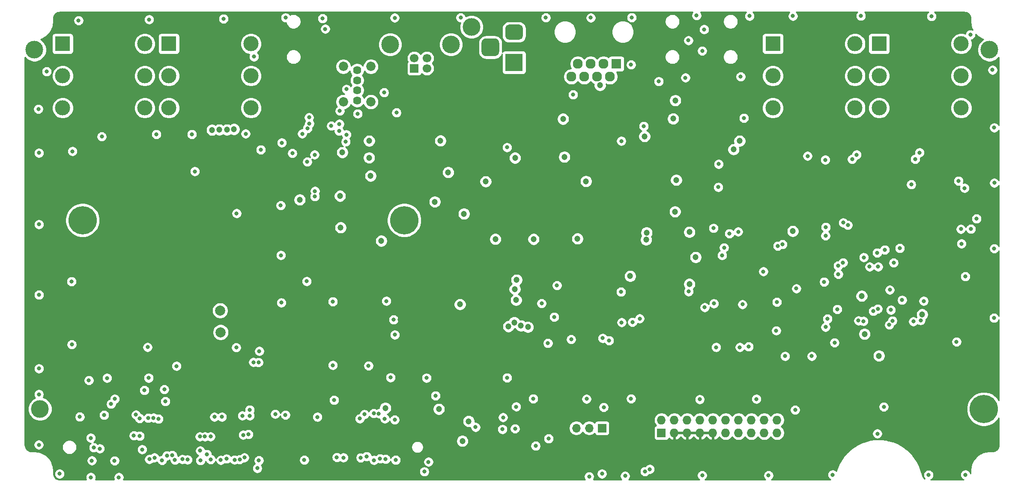
<source format=gbr>
G04 #@! TF.GenerationSoftware,KiCad,Pcbnew,5.1.10-88a1d61d58~90~ubuntu20.04.1*
G04 #@! TF.CreationDate,2021-10-11T15:06:57+02:00*
G04 #@! TF.ProjectId,bottom-board,626f7474-6f6d-42d6-926f-6172642e6b69,rev?*
G04 #@! TF.SameCoordinates,Original*
G04 #@! TF.FileFunction,Copper,L2,Inr*
G04 #@! TF.FilePolarity,Positive*
%FSLAX46Y46*%
G04 Gerber Fmt 4.6, Leading zero omitted, Abs format (unit mm)*
G04 Created by KiCad (PCBNEW 5.1.10-88a1d61d58~90~ubuntu20.04.1) date 2021-10-11 15:06:57*
%MOMM*%
%LPD*%
G01*
G04 APERTURE LIST*
G04 #@! TA.AperFunction,ComponentPad*
%ADD10R,1.700000X1.700000*%
G04 #@! TD*
G04 #@! TA.AperFunction,ComponentPad*
%ADD11O,1.700000X1.700000*%
G04 #@! TD*
G04 #@! TA.AperFunction,ComponentPad*
%ADD12O,1.727200X1.727200*%
G04 #@! TD*
G04 #@! TA.AperFunction,ComponentPad*
%ADD13R,1.727200X1.727200*%
G04 #@! TD*
G04 #@! TA.AperFunction,ComponentPad*
%ADD14C,3.500000*%
G04 #@! TD*
G04 #@! TA.AperFunction,ComponentPad*
%ADD15C,1.700000*%
G04 #@! TD*
G04 #@! TA.AperFunction,ComponentPad*
%ADD16C,5.600000*%
G04 #@! TD*
G04 #@! TA.AperFunction,ComponentPad*
%ADD17C,1.850000*%
G04 #@! TD*
G04 #@! TA.AperFunction,ComponentPad*
%ADD18C,1.620000*%
G04 #@! TD*
G04 #@! TA.AperFunction,ComponentPad*
%ADD19R,3.500000X3.500000*%
G04 #@! TD*
G04 #@! TA.AperFunction,ComponentPad*
%ADD20C,3.000000*%
G04 #@! TD*
G04 #@! TA.AperFunction,ComponentPad*
%ADD21R,3.000000X3.000000*%
G04 #@! TD*
G04 #@! TA.AperFunction,ComponentPad*
%ADD22R,1.960000X1.960000*%
G04 #@! TD*
G04 #@! TA.AperFunction,ComponentPad*
%ADD23C,1.960000*%
G04 #@! TD*
G04 #@! TA.AperFunction,ComponentPad*
%ADD24C,2.000000*%
G04 #@! TD*
G04 #@! TA.AperFunction,ViaPad*
%ADD25C,1.200000*%
G04 #@! TD*
G04 #@! TA.AperFunction,ViaPad*
%ADD26C,0.800000*%
G04 #@! TD*
G04 #@! TA.AperFunction,Conductor*
%ADD27C,0.254000*%
G04 #@! TD*
G04 #@! TA.AperFunction,Conductor*
%ADD28C,0.100000*%
G04 #@! TD*
G04 APERTURE END LIST*
D10*
X173710000Y-124490000D03*
D11*
X171170000Y-124490000D03*
X168630000Y-124490000D03*
D12*
X208320000Y-122890000D03*
X208320000Y-125430000D03*
X205780000Y-122890000D03*
X205780000Y-125430000D03*
X203240000Y-122890000D03*
X203240000Y-125430000D03*
X200700000Y-122890000D03*
X200700000Y-125430000D03*
X198160000Y-122890000D03*
X198160000Y-125430000D03*
X195620000Y-122890000D03*
X195620000Y-125430000D03*
X193080000Y-122890000D03*
X193080000Y-125430000D03*
X190540000Y-122890000D03*
X190540000Y-125430000D03*
X188000000Y-122890000D03*
X188000000Y-125430000D03*
X185460000Y-122890000D03*
D13*
X185460000Y-125430000D03*
D14*
X143856971Y-48589976D03*
X131816971Y-48589976D03*
D15*
X136586971Y-51299976D03*
X139086971Y-51299976D03*
X139086971Y-53299976D03*
D10*
X136586971Y-53299976D03*
D14*
X61507680Y-49627880D03*
X250310000Y-49630000D03*
X62610000Y-120730000D03*
D16*
X249207680Y-120727880D03*
D17*
X122565000Y-59925000D03*
X122565000Y-52925000D03*
X128005000Y-59925000D03*
D18*
X125285000Y-59655000D03*
D17*
X128005000Y-52925000D03*
D18*
X125285000Y-57655000D03*
X125285000Y-55655000D03*
X125285000Y-53655000D03*
D19*
X156330453Y-52130000D03*
G04 #@! TA.AperFunction,ComponentPad*
G36*
G01*
X155330453Y-44630000D02*
X157330453Y-44630000D01*
G75*
G02*
X158080453Y-45380000I0J-750000D01*
G01*
X158080453Y-46880000D01*
G75*
G02*
X157330453Y-47630000I-750000J0D01*
G01*
X155330453Y-47630000D01*
G75*
G02*
X154580453Y-46880000I0J750000D01*
G01*
X154580453Y-45380000D01*
G75*
G02*
X155330453Y-44630000I750000J0D01*
G01*
G37*
G04 #@! TD.AperFunction*
G04 #@! TA.AperFunction,ComponentPad*
G36*
G01*
X150755453Y-47380000D02*
X152505453Y-47380000D01*
G75*
G02*
X153380453Y-48255000I0J-875000D01*
G01*
X153380453Y-50005000D01*
G75*
G02*
X152505453Y-50880000I-875000J0D01*
G01*
X150755453Y-50880000D01*
G75*
G02*
X149880453Y-50005000I0J875000D01*
G01*
X149880453Y-48255000D01*
G75*
G02*
X150755453Y-47380000I875000J0D01*
G01*
G37*
G04 #@! TD.AperFunction*
D20*
X244715000Y-54780000D03*
X244715000Y-61130000D03*
X244715000Y-48430000D03*
X228485000Y-54780000D03*
X228485000Y-61130000D03*
D21*
X228485000Y-48430000D03*
D20*
X223715000Y-54780000D03*
X223715000Y-61130000D03*
X223715000Y-48430000D03*
X207485000Y-54780000D03*
X207485000Y-61130000D03*
D21*
X207485000Y-48430000D03*
D20*
X104315000Y-54780000D03*
X104315000Y-61130000D03*
X104315000Y-48430000D03*
X88085000Y-54780000D03*
X88085000Y-61130000D03*
D21*
X88085000Y-48430000D03*
D20*
X83315000Y-54780000D03*
X83315000Y-61130000D03*
X83315000Y-48430000D03*
X67085000Y-54780000D03*
X67085000Y-61130000D03*
D21*
X67085000Y-48430000D03*
D22*
X176535000Y-52410000D03*
D23*
X175265000Y-54950000D03*
X173995000Y-52410000D03*
X172725000Y-54950000D03*
X171455000Y-52410000D03*
X170185000Y-54950000D03*
X168915000Y-52410000D03*
X167645000Y-54950000D03*
D14*
X147910000Y-45130000D03*
D16*
X134607680Y-83337880D03*
X71007680Y-83337880D03*
D24*
X98310000Y-105530000D03*
X98210000Y-101230000D03*
D25*
X225050000Y-98350000D03*
D26*
X220418036Y-94031965D03*
X230825000Y-101100000D03*
X228100000Y-89800000D03*
D25*
X225600000Y-105875000D03*
D26*
X244200000Y-75575000D03*
X245375000Y-77000000D03*
X246625000Y-85075000D03*
X247750000Y-83050000D03*
X230600000Y-97125000D03*
X234844847Y-76280153D03*
X223150000Y-71275000D03*
X224050000Y-70400000D03*
X217850000Y-71400000D03*
X214350000Y-70650000D03*
X116930000Y-78640000D03*
X116960000Y-77590000D03*
X116890000Y-70390000D03*
X114439104Y-66243831D03*
X110390000Y-68025000D03*
X115480000Y-65170000D03*
X115860000Y-64230000D03*
X115790000Y-63000000D03*
X164800000Y-96250000D03*
X177450000Y-97525000D03*
X217620000Y-95550000D03*
X220375000Y-92375000D03*
X222300000Y-84313980D03*
X221391095Y-83834637D03*
X235250000Y-103400000D03*
X237300000Y-99350000D03*
X236708957Y-103164173D03*
X208455042Y-88444958D03*
X209381155Y-88124999D03*
X197843161Y-88775000D03*
X195750000Y-84925000D03*
X200625000Y-85625000D03*
X197450000Y-90300000D03*
X202700000Y-108375000D03*
X200950000Y-108500000D03*
X196275000Y-108500000D03*
X194000000Y-100600000D03*
X208150000Y-105200000D03*
X205600000Y-93500000D03*
X190825000Y-97475000D03*
X104900000Y-50975000D03*
X181150000Y-102825000D03*
X179725000Y-103525000D03*
X236490000Y-69970000D03*
X235610000Y-71270000D03*
X244770000Y-88000000D03*
X244660000Y-85099998D03*
X198890000Y-86000000D03*
X201480000Y-100010000D03*
X225450000Y-90710000D03*
X226605417Y-92564545D03*
X228297640Y-92559071D03*
D25*
X228460000Y-110180000D03*
D26*
X231370000Y-91770000D03*
X220210010Y-100969281D03*
D25*
X188390000Y-75400000D03*
X188140000Y-81650000D03*
D26*
X221350000Y-91750000D03*
X195830000Y-99830000D03*
X215169002Y-110250000D03*
X209900000Y-110260000D03*
D25*
X191200000Y-65350000D03*
X136475000Y-132475000D03*
X137200000Y-124150000D03*
X133870000Y-103014971D03*
X135490000Y-103014971D03*
X183050000Y-57050000D03*
X191200000Y-59090000D03*
X203300000Y-57840000D03*
D26*
X134603347Y-65133347D03*
D25*
X137075029Y-103014971D03*
X154960000Y-120380000D03*
X156025000Y-121445000D03*
X157230000Y-122650000D03*
X139120000Y-124260000D03*
X192225000Y-90675000D03*
D26*
X232575000Y-88900000D03*
X229600000Y-89200000D03*
X217900000Y-86425000D03*
X217950000Y-84725000D03*
D25*
X237000000Y-102000000D03*
X211425000Y-85525000D03*
D26*
X115440000Y-71790000D03*
X106250000Y-69400000D03*
X233030000Y-99150000D03*
X129810000Y-130539989D03*
X167610000Y-106930000D03*
X132510000Y-103030000D03*
D25*
X156828466Y-95156614D03*
X145630000Y-100010000D03*
X182523428Y-85813723D03*
D26*
X219680000Y-107580000D03*
X224409053Y-103229053D03*
X105962347Y-109262347D03*
X105870000Y-130890000D03*
X121785000Y-64305000D03*
X130620000Y-58080000D03*
D25*
X182127463Y-66757463D03*
X199720000Y-69350000D03*
D26*
X132750000Y-106022976D03*
X130765640Y-122639760D03*
X127187055Y-130099989D03*
D25*
X130875000Y-120525000D03*
D26*
X130933722Y-130638662D03*
X84080000Y-114560000D03*
X87170000Y-116830000D03*
X72260011Y-115040000D03*
X105800000Y-111484981D03*
X102080000Y-130690000D03*
X123045838Y-67819468D03*
X104790000Y-111460000D03*
X103009060Y-130320067D03*
X123175001Y-66405001D03*
X77375000Y-118724306D03*
X74410000Y-128560000D03*
X121725000Y-65705000D03*
X133075000Y-62050000D03*
X123174990Y-57425000D03*
X76650000Y-119723644D03*
X73230000Y-128340011D03*
X120175000Y-64675000D03*
X125404998Y-62275000D03*
X171170000Y-134080000D03*
X173700000Y-133525059D03*
X90755151Y-130664963D03*
X104065000Y-120865369D03*
X91770000Y-130740000D03*
X104065000Y-122040000D03*
X218290000Y-102860000D03*
X173830000Y-106700000D03*
X217899847Y-104499847D03*
X175110000Y-107150010D03*
D25*
X173320000Y-56650000D03*
D26*
X230500000Y-104050000D03*
X227342767Y-101344459D03*
X228235138Y-100893151D03*
X231121396Y-103266501D03*
X109110000Y-121710000D03*
X139404142Y-131185858D03*
X126009230Y-130351539D03*
X177525000Y-67675000D03*
D25*
X188200000Y-59650000D03*
X187770000Y-63270000D03*
D26*
X132720000Y-122850000D03*
X72850000Y-130920000D03*
X77340000Y-130950000D03*
X117450000Y-122300000D03*
X94340000Y-130880000D03*
X101060000Y-130770000D03*
X105560000Y-132440000D03*
X114850000Y-130810000D03*
X84210000Y-130650000D03*
X89280000Y-130810000D03*
X72630000Y-126440000D03*
X168000000Y-58500000D03*
X225407470Y-103332470D03*
X121870000Y-61720000D03*
D25*
X179280000Y-94420000D03*
D26*
X119000000Y-45500000D03*
X122580000Y-130340000D03*
X126740000Y-121760000D03*
X62390000Y-112710000D03*
X62280000Y-61360000D03*
D25*
X166010000Y-63310000D03*
X200910000Y-67660000D03*
D26*
X82800000Y-128720000D03*
X85037834Y-122459479D03*
X97080000Y-122280000D03*
X129579020Y-121610674D03*
D25*
X141460000Y-120730000D03*
X147350000Y-123130000D03*
X146100000Y-127050000D03*
D26*
X154140000Y-122370000D03*
X156510000Y-124610000D03*
X154020000Y-124720000D03*
X62390000Y-98130000D03*
X62390000Y-84170000D03*
X62390000Y-70030000D03*
X63920000Y-53920000D03*
X70220000Y-43820000D03*
X84180000Y-43640000D03*
X98880000Y-43480000D03*
X111150000Y-43270000D03*
X118460000Y-43420000D03*
X132730000Y-43300000D03*
X145760000Y-43250000D03*
X162590000Y-43260000D03*
X171490000Y-43280000D03*
X202870000Y-42940000D03*
X211450000Y-42950000D03*
X224890000Y-42920000D03*
X238840000Y-43000000D03*
X246540000Y-46620000D03*
X250910000Y-53610000D03*
X251250000Y-65030000D03*
X251260000Y-75960000D03*
X251240000Y-88950000D03*
X251200000Y-102700000D03*
X245550000Y-133730000D03*
X238260000Y-133760000D03*
X228140000Y-125600000D03*
X219310000Y-133720000D03*
X206620000Y-133850000D03*
X193510000Y-133840000D03*
X178280000Y-133950000D03*
X66470000Y-133540000D03*
X62380000Y-117810000D03*
X62370000Y-127800000D03*
X177586640Y-103578001D03*
X196763640Y-72245220D03*
X196697600Y-76801980D03*
X201757280Y-63141860D03*
X201112120Y-54932580D03*
X193893440Y-45593000D03*
X190784480Y-47774860D03*
X190200280Y-55148480D03*
X184917080Y-55885080D03*
X179448460Y-52567840D03*
X181952900Y-64731900D03*
X211889340Y-120888760D03*
X229410260Y-120285019D03*
X243799360Y-107403900D03*
X245518940Y-94482920D03*
X156735780Y-120266460D03*
X163136580Y-126560580D03*
X174048420Y-120362980D03*
X131900000Y-114475260D03*
X160591500Y-128010010D03*
X69024500Y-69717920D03*
X74810620Y-66796920D03*
X92626180Y-66339777D03*
X75852020Y-114579400D03*
X68894960Y-107942380D03*
X68818760Y-95483680D03*
X131084320Y-99350000D03*
X120484900Y-99451160D03*
X115325040Y-95432880D03*
X111113660Y-121882840D03*
X72645360Y-134229907D03*
X78182560Y-134229823D03*
X132911940Y-130808400D03*
X193510000Y-49830000D03*
X192400001Y-42830001D03*
X179570000Y-43230000D03*
X163010000Y-107680000D03*
D25*
X141770000Y-67620000D03*
X143300000Y-73880000D03*
D26*
X154930000Y-68940000D03*
D25*
X122380000Y-69930000D03*
X121915000Y-78560000D03*
X122040000Y-84810000D03*
X130070000Y-87450000D03*
X140650000Y-79700000D03*
X146420000Y-82080000D03*
X166270000Y-70830000D03*
X170540000Y-75640000D03*
X168850000Y-87010000D03*
X152617500Y-87090000D03*
X160180000Y-87110000D03*
D26*
X83250000Y-117000000D03*
X87400000Y-119210000D03*
X120490000Y-112040000D03*
X127546600Y-112146600D03*
X120741600Y-118951600D03*
D25*
X127686574Y-67646574D03*
X127660000Y-70980000D03*
X127950000Y-74570000D03*
D26*
X93200000Y-73690000D03*
X85610000Y-66339777D03*
X103260000Y-66240000D03*
X161762347Y-99807653D03*
X164270000Y-102510000D03*
D25*
X156510000Y-71020000D03*
X150710000Y-75690000D03*
D26*
X110180000Y-80420000D03*
X101470000Y-82000000D03*
X110229040Y-90280960D03*
X110314740Y-99661980D03*
X101391720Y-108531660D03*
X83868260Y-108473240D03*
X75290000Y-121910000D03*
X70470000Y-122250000D03*
X204240000Y-118740000D03*
X193020000Y-118810000D03*
X179450000Y-118665128D03*
X140800000Y-118090000D03*
X139010000Y-114560000D03*
X154930000Y-114520000D03*
X160120000Y-118665128D03*
X170660000Y-118720000D03*
X208280000Y-99550001D03*
X212125000Y-96875000D03*
D25*
X96619926Y-65489777D03*
X155211932Y-104381049D03*
X113950000Y-79300000D03*
X156730000Y-99160000D03*
D26*
X112500000Y-70100000D03*
D25*
X156473039Y-97000000D03*
D26*
X82290000Y-122570000D03*
X82300000Y-126060000D03*
X183150000Y-132625039D03*
X95590000Y-129690000D03*
X95210000Y-126170011D03*
X182196317Y-133075049D03*
X96350000Y-130690000D03*
X96320000Y-126170011D03*
X99480000Y-130560000D03*
X103800000Y-125720000D03*
X102770000Y-125839979D03*
X98330000Y-130820000D03*
X81565000Y-121852261D03*
X81150000Y-125980000D03*
X102600003Y-122035000D03*
X98570000Y-122270000D03*
X87683914Y-129926086D03*
X89600000Y-112209981D03*
X121273806Y-130275000D03*
X125825000Y-122605000D03*
X84000000Y-122500000D03*
X88757653Y-129877653D03*
X85230000Y-130340000D03*
X86740000Y-130870000D03*
X86013480Y-122678836D03*
D25*
X100950000Y-65350000D03*
X159049990Y-104500000D03*
X98057739Y-65442664D03*
X156355939Y-103574047D03*
D26*
X94270000Y-128970039D03*
X94210000Y-126170011D03*
D25*
X190975000Y-85699990D03*
X190975000Y-96000000D03*
X182420000Y-87209900D03*
X99550000Y-65450000D03*
X157675996Y-104231398D03*
D26*
X128635000Y-130840000D03*
X128579574Y-121577316D03*
X138580000Y-133100000D03*
X148720000Y-124310000D03*
D27*
X191596064Y-42170227D02*
X191482796Y-42339745D01*
X191404775Y-42528103D01*
X191365001Y-42728062D01*
X191365001Y-42931940D01*
X191404775Y-43131899D01*
X191482796Y-43320257D01*
X191596064Y-43489775D01*
X191740227Y-43633938D01*
X191909745Y-43747206D01*
X192098103Y-43825227D01*
X192298062Y-43865001D01*
X192501940Y-43865001D01*
X192701899Y-43825227D01*
X192890257Y-43747206D01*
X193059775Y-43633938D01*
X193203938Y-43489775D01*
X193317206Y-43320257D01*
X193395227Y-43131899D01*
X193435001Y-42931940D01*
X193435001Y-42728062D01*
X193395227Y-42528103D01*
X193317206Y-42339745D01*
X193203938Y-42170227D01*
X193198711Y-42165000D01*
X202181289Y-42165000D01*
X202066063Y-42280226D01*
X201952795Y-42449744D01*
X201874774Y-42638102D01*
X201835000Y-42838061D01*
X201835000Y-43041939D01*
X201874774Y-43241898D01*
X201952795Y-43430256D01*
X202066063Y-43599774D01*
X202210226Y-43743937D01*
X202379744Y-43857205D01*
X202568102Y-43935226D01*
X202768061Y-43975000D01*
X202971939Y-43975000D01*
X203171898Y-43935226D01*
X203360256Y-43857205D01*
X203529774Y-43743937D01*
X203673937Y-43599774D01*
X203787205Y-43430256D01*
X203865226Y-43241898D01*
X203905000Y-43041939D01*
X203905000Y-42838061D01*
X203865226Y-42638102D01*
X203787205Y-42449744D01*
X203673937Y-42280226D01*
X203558711Y-42165000D01*
X210771289Y-42165000D01*
X210646063Y-42290226D01*
X210532795Y-42459744D01*
X210454774Y-42648102D01*
X210415000Y-42848061D01*
X210415000Y-43051939D01*
X210454774Y-43251898D01*
X210532795Y-43440256D01*
X210646063Y-43609774D01*
X210790226Y-43753937D01*
X210959744Y-43867205D01*
X211148102Y-43945226D01*
X211348061Y-43985000D01*
X211551939Y-43985000D01*
X211751898Y-43945226D01*
X211940256Y-43867205D01*
X212109774Y-43753937D01*
X212253937Y-43609774D01*
X212367205Y-43440256D01*
X212445226Y-43251898D01*
X212485000Y-43051939D01*
X212485000Y-42848061D01*
X212445226Y-42648102D01*
X212367205Y-42459744D01*
X212253937Y-42290226D01*
X212128711Y-42165000D01*
X224181289Y-42165000D01*
X224086063Y-42260226D01*
X223972795Y-42429744D01*
X223894774Y-42618102D01*
X223855000Y-42818061D01*
X223855000Y-43021939D01*
X223894774Y-43221898D01*
X223972795Y-43410256D01*
X224086063Y-43579774D01*
X224230226Y-43723937D01*
X224399744Y-43837205D01*
X224588102Y-43915226D01*
X224788061Y-43955000D01*
X224991939Y-43955000D01*
X225191898Y-43915226D01*
X225380256Y-43837205D01*
X225549774Y-43723937D01*
X225693937Y-43579774D01*
X225807205Y-43410256D01*
X225885226Y-43221898D01*
X225925000Y-43021939D01*
X225925000Y-42818061D01*
X225885226Y-42618102D01*
X225807205Y-42429744D01*
X225693937Y-42260226D01*
X225598711Y-42165000D01*
X238226715Y-42165000D01*
X238180226Y-42196063D01*
X238036063Y-42340226D01*
X237922795Y-42509744D01*
X237844774Y-42698102D01*
X237805000Y-42898061D01*
X237805000Y-43101939D01*
X237844774Y-43301898D01*
X237922795Y-43490256D01*
X238036063Y-43659774D01*
X238180226Y-43803937D01*
X238349744Y-43917205D01*
X238538102Y-43995226D01*
X238738061Y-44035000D01*
X238941939Y-44035000D01*
X239141898Y-43995226D01*
X239330256Y-43917205D01*
X239499774Y-43803937D01*
X239643937Y-43659774D01*
X239757205Y-43490256D01*
X239835226Y-43301898D01*
X239875000Y-43101939D01*
X239875000Y-42898061D01*
X239835226Y-42698102D01*
X239757205Y-42509744D01*
X239643937Y-42340226D01*
X239499774Y-42196063D01*
X239453285Y-42165000D01*
X245274053Y-42165000D01*
X245555021Y-42192549D01*
X245790712Y-42263708D01*
X246008089Y-42379291D01*
X246198879Y-42534895D01*
X246355811Y-42724593D01*
X246472906Y-42941157D01*
X246545709Y-43176344D01*
X246575000Y-43455028D01*
X246575000Y-44066105D01*
X246578228Y-44098884D01*
X246578098Y-44117559D01*
X246579099Y-44127772D01*
X246640300Y-44710062D01*
X246653710Y-44775388D01*
X246666179Y-44840756D01*
X246669143Y-44850572D01*
X246669144Y-44850579D01*
X246669147Y-44850585D01*
X246842282Y-45409894D01*
X246868095Y-45471301D01*
X246893051Y-45533069D01*
X246897869Y-45542130D01*
X246971604Y-45678500D01*
X246841898Y-45624774D01*
X246641939Y-45585000D01*
X246438061Y-45585000D01*
X246238102Y-45624774D01*
X246049744Y-45702795D01*
X245880226Y-45816063D01*
X245736063Y-45960226D01*
X245622795Y-46129744D01*
X245544774Y-46318102D01*
X245518184Y-46451783D01*
X245337756Y-46377047D01*
X244925279Y-46295000D01*
X244504721Y-46295000D01*
X244092244Y-46377047D01*
X243703698Y-46537988D01*
X243354017Y-46771637D01*
X243056637Y-47069017D01*
X242822988Y-47418698D01*
X242662047Y-47807244D01*
X242580000Y-48219721D01*
X242580000Y-48640279D01*
X242662047Y-49052756D01*
X242822988Y-49441302D01*
X243056637Y-49790983D01*
X243354017Y-50088363D01*
X243703698Y-50322012D01*
X244092244Y-50482953D01*
X244504721Y-50565000D01*
X244925279Y-50565000D01*
X245337756Y-50482953D01*
X245726302Y-50322012D01*
X246075983Y-50088363D01*
X246373363Y-49790983D01*
X246607012Y-49441302D01*
X246767953Y-49052756D01*
X246850000Y-48640279D01*
X246850000Y-48219721D01*
X246767953Y-47807244D01*
X246700100Y-47643431D01*
X246841898Y-47615226D01*
X247030256Y-47537205D01*
X247199774Y-47423937D01*
X247343937Y-47279774D01*
X247457205Y-47110256D01*
X247535226Y-46921898D01*
X247575000Y-46721939D01*
X247575000Y-46561014D01*
X247629770Y-46627219D01*
X247677060Y-46674180D01*
X247723648Y-46721754D01*
X247731555Y-46728296D01*
X248185283Y-47098348D01*
X248240776Y-47135217D01*
X248295737Y-47172850D01*
X248304764Y-47177731D01*
X248821728Y-47452605D01*
X248883367Y-47478011D01*
X248944548Y-47504233D01*
X248954351Y-47507268D01*
X249119420Y-47557105D01*
X248789651Y-47777450D01*
X248457450Y-48109651D01*
X248196440Y-48500279D01*
X248016654Y-48934321D01*
X247925000Y-49395098D01*
X247925000Y-49864902D01*
X248016654Y-50325679D01*
X248196440Y-50759721D01*
X248457450Y-51150349D01*
X248789651Y-51482550D01*
X249180279Y-51743560D01*
X249614321Y-51923346D01*
X250075098Y-52015000D01*
X250544902Y-52015000D01*
X251005679Y-51923346D01*
X251439721Y-51743560D01*
X251830349Y-51482550D01*
X252162550Y-51150349D01*
X252175000Y-51131716D01*
X252175000Y-64558563D01*
X252167205Y-64539744D01*
X252053937Y-64370226D01*
X251909774Y-64226063D01*
X251740256Y-64112795D01*
X251551898Y-64034774D01*
X251351939Y-63995000D01*
X251148061Y-63995000D01*
X250948102Y-64034774D01*
X250759744Y-64112795D01*
X250590226Y-64226063D01*
X250446063Y-64370226D01*
X250332795Y-64539744D01*
X250254774Y-64728102D01*
X250215000Y-64928061D01*
X250215000Y-65131939D01*
X250254774Y-65331898D01*
X250332795Y-65520256D01*
X250446063Y-65689774D01*
X250590226Y-65833937D01*
X250759744Y-65947205D01*
X250948102Y-66025226D01*
X251148061Y-66065000D01*
X251351939Y-66065000D01*
X251551898Y-66025226D01*
X251740256Y-65947205D01*
X251909774Y-65833937D01*
X252053937Y-65689774D01*
X252167205Y-65520256D01*
X252175000Y-65501437D01*
X252175000Y-75466444D01*
X252063937Y-75300226D01*
X251919774Y-75156063D01*
X251750256Y-75042795D01*
X251561898Y-74964774D01*
X251361939Y-74925000D01*
X251158061Y-74925000D01*
X250958102Y-74964774D01*
X250769744Y-75042795D01*
X250600226Y-75156063D01*
X250456063Y-75300226D01*
X250342795Y-75469744D01*
X250264774Y-75658102D01*
X250225000Y-75858061D01*
X250225000Y-76061939D01*
X250264774Y-76261898D01*
X250342795Y-76450256D01*
X250456063Y-76619774D01*
X250600226Y-76763937D01*
X250769744Y-76877205D01*
X250958102Y-76955226D01*
X251158061Y-76995000D01*
X251361939Y-76995000D01*
X251561898Y-76955226D01*
X251750256Y-76877205D01*
X251919774Y-76763937D01*
X252063937Y-76619774D01*
X252175000Y-76453556D01*
X252175001Y-88502706D01*
X252157205Y-88459744D01*
X252043937Y-88290226D01*
X251899774Y-88146063D01*
X251730256Y-88032795D01*
X251541898Y-87954774D01*
X251341939Y-87915000D01*
X251138061Y-87915000D01*
X250938102Y-87954774D01*
X250749744Y-88032795D01*
X250580226Y-88146063D01*
X250436063Y-88290226D01*
X250322795Y-88459744D01*
X250244774Y-88648102D01*
X250205000Y-88848061D01*
X250205000Y-89051939D01*
X250244774Y-89251898D01*
X250322795Y-89440256D01*
X250436063Y-89609774D01*
X250580226Y-89753937D01*
X250749744Y-89867205D01*
X250938102Y-89945226D01*
X251138061Y-89985000D01*
X251341939Y-89985000D01*
X251541898Y-89945226D01*
X251730256Y-89867205D01*
X251899774Y-89753937D01*
X252043937Y-89609774D01*
X252157205Y-89440256D01*
X252175001Y-89397294D01*
X252175001Y-102349274D01*
X252117205Y-102209744D01*
X252003937Y-102040226D01*
X251859774Y-101896063D01*
X251690256Y-101782795D01*
X251501898Y-101704774D01*
X251301939Y-101665000D01*
X251098061Y-101665000D01*
X250898102Y-101704774D01*
X250709744Y-101782795D01*
X250540226Y-101896063D01*
X250396063Y-102040226D01*
X250282795Y-102209744D01*
X250204774Y-102398102D01*
X250165000Y-102598061D01*
X250165000Y-102801939D01*
X250204774Y-103001898D01*
X250282795Y-103190256D01*
X250396063Y-103359774D01*
X250540226Y-103503937D01*
X250709744Y-103617205D01*
X250898102Y-103695226D01*
X251098061Y-103735000D01*
X251301939Y-103735000D01*
X251501898Y-103695226D01*
X251690256Y-103617205D01*
X251859774Y-103503937D01*
X252003937Y-103359774D01*
X252117205Y-103190256D01*
X252175001Y-103050726D01*
X252175001Y-118985954D01*
X251875818Y-118538195D01*
X251397365Y-118059742D01*
X250834762Y-117683823D01*
X250209632Y-117424886D01*
X249545998Y-117292880D01*
X248869362Y-117292880D01*
X248205728Y-117424886D01*
X247580598Y-117683823D01*
X247017995Y-118059742D01*
X246539542Y-118538195D01*
X246163623Y-119100798D01*
X245904686Y-119725928D01*
X245772680Y-120389562D01*
X245772680Y-121066198D01*
X245904686Y-121729832D01*
X246163623Y-122354962D01*
X246539542Y-122917565D01*
X247017995Y-123396018D01*
X247580598Y-123771937D01*
X248205728Y-124030874D01*
X248869362Y-124162880D01*
X249545998Y-124162880D01*
X250209632Y-124030874D01*
X250834762Y-123771937D01*
X251397365Y-123396018D01*
X251875818Y-122917565D01*
X252175001Y-122469806D01*
X252175001Y-127794043D01*
X252147451Y-128075021D01*
X252076291Y-128310712D01*
X251960711Y-128528088D01*
X251805104Y-128718879D01*
X251615408Y-128875811D01*
X251398843Y-128992906D01*
X251163656Y-129065709D01*
X250884972Y-129095000D01*
X250273895Y-129095000D01*
X250241116Y-129098228D01*
X250222441Y-129098098D01*
X250212227Y-129099099D01*
X249629938Y-129160300D01*
X249564631Y-129173706D01*
X249499245Y-129186179D01*
X249489428Y-129189143D01*
X249489421Y-129189144D01*
X249489415Y-129189147D01*
X248930107Y-129362282D01*
X248868696Y-129388097D01*
X248806931Y-129413051D01*
X248797870Y-129417869D01*
X248282838Y-129696345D01*
X248227592Y-129733608D01*
X248171867Y-129770074D01*
X248163914Y-129776560D01*
X247712781Y-130149770D01*
X247665837Y-130197043D01*
X247618246Y-130243648D01*
X247611704Y-130251555D01*
X247241652Y-130705283D01*
X247204765Y-130760802D01*
X247167151Y-130815737D01*
X247162269Y-130824764D01*
X246887395Y-131341728D01*
X246861989Y-131403367D01*
X246835767Y-131464548D01*
X246832732Y-131474351D01*
X246663505Y-132034859D01*
X246650563Y-132100219D01*
X246636716Y-132165367D01*
X246635643Y-132175573D01*
X246578508Y-132758276D01*
X246575000Y-132793896D01*
X246575000Y-133394053D01*
X246562933Y-133517122D01*
X246545226Y-133428102D01*
X246467205Y-133239744D01*
X246353937Y-133070226D01*
X246209774Y-132926063D01*
X246040256Y-132812795D01*
X245851898Y-132734774D01*
X245651939Y-132695000D01*
X245448061Y-132695000D01*
X245248102Y-132734774D01*
X245059744Y-132812795D01*
X244890226Y-132926063D01*
X244746063Y-133070226D01*
X244632795Y-133239744D01*
X244554774Y-133428102D01*
X244515000Y-133628061D01*
X244515000Y-133831939D01*
X244554774Y-134031898D01*
X244632795Y-134220256D01*
X244746063Y-134389774D01*
X244890226Y-134533937D01*
X245059744Y-134647205D01*
X245175131Y-134695000D01*
X238707295Y-134695000D01*
X238750256Y-134677205D01*
X238919774Y-134563937D01*
X239063937Y-134419774D01*
X239177205Y-134250256D01*
X239255226Y-134061898D01*
X239295000Y-133861939D01*
X239295000Y-133658061D01*
X239255226Y-133458102D01*
X239177205Y-133269744D01*
X239063937Y-133100226D01*
X238919774Y-132956063D01*
X238750256Y-132842795D01*
X238561898Y-132764774D01*
X238361939Y-132725000D01*
X238158061Y-132725000D01*
X237958102Y-132764774D01*
X237769744Y-132842795D01*
X237600226Y-132956063D01*
X237456063Y-133100226D01*
X237342795Y-133269744D01*
X237264774Y-133458102D01*
X237225000Y-133658061D01*
X237225000Y-133861939D01*
X237264774Y-134061898D01*
X237342795Y-134250256D01*
X237456063Y-134419774D01*
X237525259Y-134488970D01*
X237510546Y-134481159D01*
X237319658Y-134325679D01*
X237162602Y-134136081D01*
X237045367Y-133919590D01*
X236959400Y-133642511D01*
X236869942Y-133256163D01*
X236862871Y-133233158D01*
X236857565Y-133209686D01*
X236850550Y-133187687D01*
X236490360Y-132116598D01*
X236474809Y-132079308D01*
X236460444Y-132041565D01*
X236450400Y-132020774D01*
X235942885Y-131011120D01*
X235922241Y-130976402D01*
X235902696Y-130941051D01*
X235889822Y-130921883D01*
X235245109Y-129993812D01*
X235219781Y-129962351D01*
X235195448Y-129930104D01*
X235180002Y-129912942D01*
X234410954Y-129084970D01*
X234381450Y-129057397D01*
X234352812Y-129028895D01*
X234335101Y-129014080D01*
X233457063Y-128302728D01*
X233423970Y-128279588D01*
X233391600Y-128255405D01*
X233371979Y-128243233D01*
X232402471Y-127662695D01*
X232366427Y-127644438D01*
X232330994Y-127625069D01*
X232309854Y-127615783D01*
X231268219Y-127177640D01*
X231229982Y-127164650D01*
X231192152Y-127150459D01*
X231169920Y-127144247D01*
X231169915Y-127144245D01*
X231169911Y-127144244D01*
X230076936Y-126857242D01*
X230037244Y-126849769D01*
X229997799Y-126841051D01*
X229974907Y-126838031D01*
X228852394Y-126707893D01*
X228812034Y-126706087D01*
X228771765Y-126703014D01*
X228748676Y-126703250D01*
X227619024Y-126732575D01*
X227578821Y-126736472D01*
X227538512Y-126739105D01*
X227515687Y-126742592D01*
X226401438Y-126930792D01*
X226362168Y-126940319D01*
X226322649Y-126948602D01*
X226300543Y-126955270D01*
X225223927Y-127298592D01*
X225186404Y-127313552D01*
X225148434Y-127327325D01*
X225127488Y-127337042D01*
X224109987Y-127828635D01*
X224074950Y-127848731D01*
X224039294Y-127867719D01*
X224019927Y-127880290D01*
X223081843Y-128510347D01*
X223049983Y-128535183D01*
X223017364Y-128559001D01*
X222999960Y-128574176D01*
X222160011Y-129330123D01*
X222131963Y-129359205D01*
X222103031Y-129387377D01*
X222087939Y-129404852D01*
X221362883Y-130271608D01*
X221339217Y-130304346D01*
X221314538Y-130336320D01*
X221302059Y-130355748D01*
X220706364Y-131316017D01*
X220687543Y-131351771D01*
X220667619Y-131386896D01*
X220658002Y-131407888D01*
X220203553Y-132442512D01*
X220189959Y-132480557D01*
X220175182Y-132518142D01*
X220168619Y-132540279D01*
X220043112Y-132989401D01*
X219969774Y-132916063D01*
X219800256Y-132802795D01*
X219611898Y-132724774D01*
X219411939Y-132685000D01*
X219208061Y-132685000D01*
X219008102Y-132724774D01*
X218819744Y-132802795D01*
X218650226Y-132916063D01*
X218506063Y-133060226D01*
X218392795Y-133229744D01*
X218314774Y-133418102D01*
X218275000Y-133618061D01*
X218275000Y-133821939D01*
X218314774Y-134021898D01*
X218392795Y-134210256D01*
X218506063Y-134379774D01*
X218650226Y-134523937D01*
X218819744Y-134637205D01*
X218877973Y-134661324D01*
X218859225Y-134667020D01*
X218578908Y-134695000D01*
X207218319Y-134695000D01*
X207279774Y-134653937D01*
X207423937Y-134509774D01*
X207537205Y-134340256D01*
X207615226Y-134151898D01*
X207655000Y-133951939D01*
X207655000Y-133748061D01*
X207615226Y-133548102D01*
X207537205Y-133359744D01*
X207423937Y-133190226D01*
X207279774Y-133046063D01*
X207110256Y-132932795D01*
X206921898Y-132854774D01*
X206721939Y-132815000D01*
X206518061Y-132815000D01*
X206318102Y-132854774D01*
X206129744Y-132932795D01*
X205960226Y-133046063D01*
X205816063Y-133190226D01*
X205702795Y-133359744D01*
X205624774Y-133548102D01*
X205585000Y-133748061D01*
X205585000Y-133951939D01*
X205624774Y-134151898D01*
X205702795Y-134340256D01*
X205816063Y-134509774D01*
X205960226Y-134653937D01*
X206021681Y-134695000D01*
X194093353Y-134695000D01*
X194169774Y-134643937D01*
X194313937Y-134499774D01*
X194427205Y-134330256D01*
X194505226Y-134141898D01*
X194545000Y-133941939D01*
X194545000Y-133738061D01*
X194505226Y-133538102D01*
X194427205Y-133349744D01*
X194313937Y-133180226D01*
X194169774Y-133036063D01*
X194000256Y-132922795D01*
X193811898Y-132844774D01*
X193611939Y-132805000D01*
X193408061Y-132805000D01*
X193208102Y-132844774D01*
X193019744Y-132922795D01*
X192850226Y-133036063D01*
X192706063Y-133180226D01*
X192592795Y-133349744D01*
X192514774Y-133538102D01*
X192475000Y-133738061D01*
X192475000Y-133941939D01*
X192514774Y-134141898D01*
X192592795Y-134330256D01*
X192706063Y-134499774D01*
X192850226Y-134643937D01*
X192926647Y-134695000D01*
X178998711Y-134695000D01*
X179083937Y-134609774D01*
X179197205Y-134440256D01*
X179275226Y-134251898D01*
X179315000Y-134051939D01*
X179315000Y-133848061D01*
X179275226Y-133648102D01*
X179197205Y-133459744D01*
X179083937Y-133290226D01*
X178939774Y-133146063D01*
X178770256Y-133032795D01*
X178626165Y-132973110D01*
X181161317Y-132973110D01*
X181161317Y-133176988D01*
X181201091Y-133376947D01*
X181279112Y-133565305D01*
X181392380Y-133734823D01*
X181536543Y-133878986D01*
X181706061Y-133992254D01*
X181894419Y-134070275D01*
X182094378Y-134110049D01*
X182298256Y-134110049D01*
X182498215Y-134070275D01*
X182686573Y-133992254D01*
X182856091Y-133878986D01*
X183000254Y-133734823D01*
X183050223Y-133660039D01*
X183251939Y-133660039D01*
X183451898Y-133620265D01*
X183640256Y-133542244D01*
X183809774Y-133428976D01*
X183953937Y-133284813D01*
X184067205Y-133115295D01*
X184145226Y-132926937D01*
X184185000Y-132726978D01*
X184185000Y-132523100D01*
X184145226Y-132323141D01*
X184067205Y-132134783D01*
X183953937Y-131965265D01*
X183809774Y-131821102D01*
X183640256Y-131707834D01*
X183451898Y-131629813D01*
X183251939Y-131590039D01*
X183048061Y-131590039D01*
X182848102Y-131629813D01*
X182659744Y-131707834D01*
X182490226Y-131821102D01*
X182346063Y-131965265D01*
X182296094Y-132040049D01*
X182094378Y-132040049D01*
X181894419Y-132079823D01*
X181706061Y-132157844D01*
X181536543Y-132271112D01*
X181392380Y-132415275D01*
X181279112Y-132584793D01*
X181201091Y-132773151D01*
X181161317Y-132973110D01*
X178626165Y-132973110D01*
X178581898Y-132954774D01*
X178381939Y-132915000D01*
X178178061Y-132915000D01*
X177978102Y-132954774D01*
X177789744Y-133032795D01*
X177620226Y-133146063D01*
X177476063Y-133290226D01*
X177362795Y-133459744D01*
X177284774Y-133648102D01*
X177245000Y-133848061D01*
X177245000Y-134051939D01*
X177284774Y-134251898D01*
X177362795Y-134440256D01*
X177476063Y-134609774D01*
X177561289Y-134695000D01*
X172003854Y-134695000D01*
X172087205Y-134570256D01*
X172165226Y-134381898D01*
X172205000Y-134181939D01*
X172205000Y-133978061D01*
X172165226Y-133778102D01*
X172087205Y-133589744D01*
X171975871Y-133423120D01*
X172665000Y-133423120D01*
X172665000Y-133626998D01*
X172704774Y-133826957D01*
X172782795Y-134015315D01*
X172896063Y-134184833D01*
X173040226Y-134328996D01*
X173209744Y-134442264D01*
X173398102Y-134520285D01*
X173598061Y-134560059D01*
X173801939Y-134560059D01*
X174001898Y-134520285D01*
X174190256Y-134442264D01*
X174359774Y-134328996D01*
X174503937Y-134184833D01*
X174617205Y-134015315D01*
X174695226Y-133826957D01*
X174735000Y-133626998D01*
X174735000Y-133423120D01*
X174695226Y-133223161D01*
X174617205Y-133034803D01*
X174503937Y-132865285D01*
X174359774Y-132721122D01*
X174190256Y-132607854D01*
X174001898Y-132529833D01*
X173801939Y-132490059D01*
X173598061Y-132490059D01*
X173398102Y-132529833D01*
X173209744Y-132607854D01*
X173040226Y-132721122D01*
X172896063Y-132865285D01*
X172782795Y-133034803D01*
X172704774Y-133223161D01*
X172665000Y-133423120D01*
X171975871Y-133423120D01*
X171973937Y-133420226D01*
X171829774Y-133276063D01*
X171660256Y-133162795D01*
X171471898Y-133084774D01*
X171271939Y-133045000D01*
X171068061Y-133045000D01*
X170868102Y-133084774D01*
X170679744Y-133162795D01*
X170510226Y-133276063D01*
X170366063Y-133420226D01*
X170252795Y-133589744D01*
X170174774Y-133778102D01*
X170135000Y-133978061D01*
X170135000Y-134181939D01*
X170174774Y-134381898D01*
X170252795Y-134570256D01*
X170336146Y-134695000D01*
X79110153Y-134695000D01*
X79177786Y-134531721D01*
X79217560Y-134331762D01*
X79217560Y-134127884D01*
X79177786Y-133927925D01*
X79099765Y-133739567D01*
X78986497Y-133570049D01*
X78842334Y-133425886D01*
X78672816Y-133312618D01*
X78484458Y-133234597D01*
X78284499Y-133194823D01*
X78080621Y-133194823D01*
X77880662Y-133234597D01*
X77692304Y-133312618D01*
X77522786Y-133425886D01*
X77378623Y-133570049D01*
X77265355Y-133739567D01*
X77187334Y-133927925D01*
X77147560Y-134127884D01*
X77147560Y-134331762D01*
X77187334Y-134531721D01*
X77254967Y-134695000D01*
X73572988Y-134695000D01*
X73640586Y-134531805D01*
X73680360Y-134331846D01*
X73680360Y-134127968D01*
X73640586Y-133928009D01*
X73562565Y-133739651D01*
X73449297Y-133570133D01*
X73305134Y-133425970D01*
X73135616Y-133312702D01*
X72947258Y-133234681D01*
X72747299Y-133194907D01*
X72543421Y-133194907D01*
X72343462Y-133234681D01*
X72155104Y-133312702D01*
X71985586Y-133425970D01*
X71841423Y-133570133D01*
X71728155Y-133739651D01*
X71650134Y-133928009D01*
X71610360Y-134127968D01*
X71610360Y-134331846D01*
X71650134Y-134531805D01*
X71717732Y-134695000D01*
X66545947Y-134695000D01*
X66264979Y-134667451D01*
X66029288Y-134596291D01*
X65811912Y-134480711D01*
X65621121Y-134325104D01*
X65464189Y-134135408D01*
X65347094Y-133918843D01*
X65274291Y-133683656D01*
X65248478Y-133438061D01*
X65435000Y-133438061D01*
X65435000Y-133641939D01*
X65474774Y-133841898D01*
X65552795Y-134030256D01*
X65666063Y-134199774D01*
X65810226Y-134343937D01*
X65979744Y-134457205D01*
X66168102Y-134535226D01*
X66368061Y-134575000D01*
X66571939Y-134575000D01*
X66771898Y-134535226D01*
X66960256Y-134457205D01*
X67129774Y-134343937D01*
X67273937Y-134199774D01*
X67387205Y-134030256D01*
X67465226Y-133841898D01*
X67505000Y-133641939D01*
X67505000Y-133438061D01*
X67465226Y-133238102D01*
X67387205Y-133049744D01*
X67273937Y-132880226D01*
X67129774Y-132736063D01*
X66960256Y-132622795D01*
X66771898Y-132544774D01*
X66571939Y-132505000D01*
X66368061Y-132505000D01*
X66168102Y-132544774D01*
X65979744Y-132622795D01*
X65810226Y-132736063D01*
X65666063Y-132880226D01*
X65552795Y-133049744D01*
X65474774Y-133238102D01*
X65435000Y-133438061D01*
X65248478Y-133438061D01*
X65245000Y-133404972D01*
X65245000Y-132793895D01*
X65241772Y-132761116D01*
X65241902Y-132742441D01*
X65240901Y-132732227D01*
X65199473Y-132338061D01*
X104525000Y-132338061D01*
X104525000Y-132541939D01*
X104564774Y-132741898D01*
X104642795Y-132930256D01*
X104756063Y-133099774D01*
X104900226Y-133243937D01*
X105069744Y-133357205D01*
X105258102Y-133435226D01*
X105458061Y-133475000D01*
X105661939Y-133475000D01*
X105861898Y-133435226D01*
X106050256Y-133357205D01*
X106219774Y-133243937D01*
X106363937Y-133099774D01*
X106431899Y-132998061D01*
X137545000Y-132998061D01*
X137545000Y-133201939D01*
X137584774Y-133401898D01*
X137662795Y-133590256D01*
X137776063Y-133759774D01*
X137920226Y-133903937D01*
X138089744Y-134017205D01*
X138278102Y-134095226D01*
X138478061Y-134135000D01*
X138681939Y-134135000D01*
X138881898Y-134095226D01*
X139070256Y-134017205D01*
X139239774Y-133903937D01*
X139383937Y-133759774D01*
X139497205Y-133590256D01*
X139575226Y-133401898D01*
X139615000Y-133201939D01*
X139615000Y-132998061D01*
X139575226Y-132798102D01*
X139497205Y-132609744D01*
X139383937Y-132440226D01*
X139239774Y-132296063D01*
X139070256Y-132182795D01*
X138881898Y-132104774D01*
X138681939Y-132065000D01*
X138478061Y-132065000D01*
X138278102Y-132104774D01*
X138089744Y-132182795D01*
X137920226Y-132296063D01*
X137776063Y-132440226D01*
X137662795Y-132609744D01*
X137584774Y-132798102D01*
X137545000Y-132998061D01*
X106431899Y-132998061D01*
X106477205Y-132930256D01*
X106555226Y-132741898D01*
X106595000Y-132541939D01*
X106595000Y-132338061D01*
X106555226Y-132138102D01*
X106477205Y-131949744D01*
X106375263Y-131797177D01*
X106529774Y-131693937D01*
X106673937Y-131549774D01*
X106787205Y-131380256D01*
X106865226Y-131191898D01*
X106905000Y-130991939D01*
X106905000Y-130788061D01*
X106889088Y-130708061D01*
X113815000Y-130708061D01*
X113815000Y-130911939D01*
X113854774Y-131111898D01*
X113932795Y-131300256D01*
X114046063Y-131469774D01*
X114190226Y-131613937D01*
X114359744Y-131727205D01*
X114548102Y-131805226D01*
X114748061Y-131845000D01*
X114951939Y-131845000D01*
X115151898Y-131805226D01*
X115340256Y-131727205D01*
X115509774Y-131613937D01*
X115653937Y-131469774D01*
X115767205Y-131300256D01*
X115845226Y-131111898D01*
X115885000Y-130911939D01*
X115885000Y-130708061D01*
X115845226Y-130508102D01*
X115767205Y-130319744D01*
X115669195Y-130173061D01*
X120238806Y-130173061D01*
X120238806Y-130376939D01*
X120278580Y-130576898D01*
X120356601Y-130765256D01*
X120469869Y-130934774D01*
X120614032Y-131078937D01*
X120783550Y-131192205D01*
X120971908Y-131270226D01*
X121171867Y-131310000D01*
X121375745Y-131310000D01*
X121575704Y-131270226D01*
X121764062Y-131192205D01*
X121886610Y-131110321D01*
X121920226Y-131143937D01*
X122089744Y-131257205D01*
X122278102Y-131335226D01*
X122478061Y-131375000D01*
X122681939Y-131375000D01*
X122881898Y-131335226D01*
X123070256Y-131257205D01*
X123239774Y-131143937D01*
X123383937Y-130999774D01*
X123497205Y-130830256D01*
X123575226Y-130641898D01*
X123615000Y-130441939D01*
X123615000Y-130249600D01*
X124974230Y-130249600D01*
X124974230Y-130453478D01*
X125014004Y-130653437D01*
X125092025Y-130841795D01*
X125205293Y-131011313D01*
X125349456Y-131155476D01*
X125518974Y-131268744D01*
X125707332Y-131346765D01*
X125907291Y-131386539D01*
X126111169Y-131386539D01*
X126311128Y-131346765D01*
X126499486Y-131268744D01*
X126669004Y-131155476D01*
X126774925Y-131049555D01*
X126885157Y-131095215D01*
X127085116Y-131134989D01*
X127288994Y-131134989D01*
X127488953Y-131095215D01*
X127619715Y-131041051D01*
X127639774Y-131141898D01*
X127717795Y-131330256D01*
X127831063Y-131499774D01*
X127975226Y-131643937D01*
X128144744Y-131757205D01*
X128333102Y-131835226D01*
X128533061Y-131875000D01*
X128736939Y-131875000D01*
X128936898Y-131835226D01*
X129125256Y-131757205D01*
X129294774Y-131643937D01*
X129434135Y-131504576D01*
X129508102Y-131535215D01*
X129708061Y-131574989D01*
X129911939Y-131574989D01*
X130111898Y-131535215D01*
X130297500Y-131458336D01*
X130443466Y-131555867D01*
X130631824Y-131633888D01*
X130831783Y-131673662D01*
X131035661Y-131673662D01*
X131235620Y-131633888D01*
X131423978Y-131555867D01*
X131593496Y-131442599D01*
X131737659Y-131298436D01*
X131850927Y-131128918D01*
X131897874Y-131015580D01*
X131916714Y-131110298D01*
X131994735Y-131298656D01*
X132108003Y-131468174D01*
X132252166Y-131612337D01*
X132421684Y-131725605D01*
X132610042Y-131803626D01*
X132810001Y-131843400D01*
X133013879Y-131843400D01*
X133213838Y-131803626D01*
X133402196Y-131725605D01*
X133571714Y-131612337D01*
X133715877Y-131468174D01*
X133829145Y-131298656D01*
X133907166Y-131110298D01*
X133912413Y-131083919D01*
X138369142Y-131083919D01*
X138369142Y-131287797D01*
X138408916Y-131487756D01*
X138486937Y-131676114D01*
X138600205Y-131845632D01*
X138744368Y-131989795D01*
X138913886Y-132103063D01*
X139102244Y-132181084D01*
X139302203Y-132220858D01*
X139506081Y-132220858D01*
X139706040Y-132181084D01*
X139894398Y-132103063D01*
X140063916Y-131989795D01*
X140208079Y-131845632D01*
X140321347Y-131676114D01*
X140399368Y-131487756D01*
X140439142Y-131287797D01*
X140439142Y-131083919D01*
X140399368Y-130883960D01*
X140321347Y-130695602D01*
X140208079Y-130526084D01*
X140063916Y-130381921D01*
X139894398Y-130268653D01*
X139706040Y-130190632D01*
X139506081Y-130150858D01*
X139302203Y-130150858D01*
X139102244Y-130190632D01*
X138913886Y-130268653D01*
X138744368Y-130381921D01*
X138600205Y-130526084D01*
X138486937Y-130695602D01*
X138408916Y-130883960D01*
X138369142Y-131083919D01*
X133912413Y-131083919D01*
X133946940Y-130910339D01*
X133946940Y-130706461D01*
X133907166Y-130506502D01*
X133829145Y-130318144D01*
X133715877Y-130148626D01*
X133571714Y-130004463D01*
X133402196Y-129891195D01*
X133213838Y-129813174D01*
X133013879Y-129773400D01*
X132810001Y-129773400D01*
X132610042Y-129813174D01*
X132421684Y-129891195D01*
X132252166Y-130004463D01*
X132108003Y-130148626D01*
X131994735Y-130318144D01*
X131947788Y-130431482D01*
X131928948Y-130336764D01*
X131850927Y-130148406D01*
X131737659Y-129978888D01*
X131593496Y-129834725D01*
X131423978Y-129721457D01*
X131235620Y-129643436D01*
X131035661Y-129603662D01*
X130831783Y-129603662D01*
X130631824Y-129643436D01*
X130446222Y-129720315D01*
X130300256Y-129622784D01*
X130111898Y-129544763D01*
X129911939Y-129504989D01*
X129708061Y-129504989D01*
X129508102Y-129544763D01*
X129319744Y-129622784D01*
X129150226Y-129736052D01*
X129010865Y-129875413D01*
X128936898Y-129844774D01*
X128736939Y-129805000D01*
X128533061Y-129805000D01*
X128333102Y-129844774D01*
X128202340Y-129898938D01*
X128182281Y-129798091D01*
X128104260Y-129609733D01*
X127990992Y-129440215D01*
X127846829Y-129296052D01*
X127677311Y-129182784D01*
X127488953Y-129104763D01*
X127288994Y-129064989D01*
X127085116Y-129064989D01*
X126885157Y-129104763D01*
X126696799Y-129182784D01*
X126527281Y-129296052D01*
X126421360Y-129401973D01*
X126311128Y-129356313D01*
X126111169Y-129316539D01*
X125907291Y-129316539D01*
X125707332Y-129356313D01*
X125518974Y-129434334D01*
X125349456Y-129547602D01*
X125205293Y-129691765D01*
X125092025Y-129861283D01*
X125014004Y-130049641D01*
X124974230Y-130249600D01*
X123615000Y-130249600D01*
X123615000Y-130238061D01*
X123575226Y-130038102D01*
X123497205Y-129849744D01*
X123383937Y-129680226D01*
X123239774Y-129536063D01*
X123070256Y-129422795D01*
X122881898Y-129344774D01*
X122681939Y-129305000D01*
X122478061Y-129305000D01*
X122278102Y-129344774D01*
X122089744Y-129422795D01*
X121967196Y-129504679D01*
X121933580Y-129471063D01*
X121764062Y-129357795D01*
X121575704Y-129279774D01*
X121375745Y-129240000D01*
X121171867Y-129240000D01*
X120971908Y-129279774D01*
X120783550Y-129357795D01*
X120614032Y-129471063D01*
X120469869Y-129615226D01*
X120356601Y-129784744D01*
X120278580Y-129973102D01*
X120238806Y-130173061D01*
X115669195Y-130173061D01*
X115653937Y-130150226D01*
X115509774Y-130006063D01*
X115340256Y-129892795D01*
X115151898Y-129814774D01*
X114951939Y-129775000D01*
X114748061Y-129775000D01*
X114548102Y-129814774D01*
X114359744Y-129892795D01*
X114190226Y-130006063D01*
X114046063Y-130150226D01*
X113932795Y-130319744D01*
X113854774Y-130508102D01*
X113815000Y-130708061D01*
X106889088Y-130708061D01*
X106865226Y-130588102D01*
X106787205Y-130399744D01*
X106673937Y-130230226D01*
X106529774Y-130086063D01*
X106360256Y-129972795D01*
X106171898Y-129894774D01*
X105971939Y-129855000D01*
X105768061Y-129855000D01*
X105568102Y-129894774D01*
X105379744Y-129972795D01*
X105210226Y-130086063D01*
X105066063Y-130230226D01*
X104952795Y-130399744D01*
X104874774Y-130588102D01*
X104835000Y-130788061D01*
X104835000Y-130991939D01*
X104874774Y-131191898D01*
X104952795Y-131380256D01*
X105054737Y-131532823D01*
X104900226Y-131636063D01*
X104756063Y-131780226D01*
X104642795Y-131949744D01*
X104564774Y-132138102D01*
X104525000Y-132338061D01*
X65199473Y-132338061D01*
X65179700Y-132149938D01*
X65166294Y-132084631D01*
X65153821Y-132019245D01*
X65150857Y-132009428D01*
X65150856Y-132009421D01*
X65150853Y-132009415D01*
X64977718Y-131450107D01*
X64951903Y-131388696D01*
X64926949Y-131326931D01*
X64922131Y-131317870D01*
X64651887Y-130818061D01*
X71815000Y-130818061D01*
X71815000Y-131021939D01*
X71854774Y-131221898D01*
X71932795Y-131410256D01*
X72046063Y-131579774D01*
X72190226Y-131723937D01*
X72359744Y-131837205D01*
X72548102Y-131915226D01*
X72748061Y-131955000D01*
X72951939Y-131955000D01*
X73151898Y-131915226D01*
X73340256Y-131837205D01*
X73509774Y-131723937D01*
X73653937Y-131579774D01*
X73767205Y-131410256D01*
X73845226Y-131221898D01*
X73885000Y-131021939D01*
X73885000Y-130848061D01*
X76305000Y-130848061D01*
X76305000Y-131051939D01*
X76344774Y-131251898D01*
X76422795Y-131440256D01*
X76536063Y-131609774D01*
X76680226Y-131753937D01*
X76849744Y-131867205D01*
X77038102Y-131945226D01*
X77238061Y-131985000D01*
X77441939Y-131985000D01*
X77641898Y-131945226D01*
X77830256Y-131867205D01*
X77999774Y-131753937D01*
X78143937Y-131609774D01*
X78257205Y-131440256D01*
X78335226Y-131251898D01*
X78375000Y-131051939D01*
X78375000Y-130848061D01*
X78335226Y-130648102D01*
X78293788Y-130548061D01*
X83175000Y-130548061D01*
X83175000Y-130751939D01*
X83214774Y-130951898D01*
X83292795Y-131140256D01*
X83406063Y-131309774D01*
X83550226Y-131453937D01*
X83719744Y-131567205D01*
X83908102Y-131645226D01*
X84108061Y-131685000D01*
X84311939Y-131685000D01*
X84511898Y-131645226D01*
X84700256Y-131567205D01*
X84869774Y-131453937D01*
X84978467Y-131345244D01*
X85128061Y-131375000D01*
X85331939Y-131375000D01*
X85531898Y-131335226D01*
X85720256Y-131257205D01*
X85767135Y-131225882D01*
X85822795Y-131360256D01*
X85936063Y-131529774D01*
X86080226Y-131673937D01*
X86249744Y-131787205D01*
X86438102Y-131865226D01*
X86638061Y-131905000D01*
X86841939Y-131905000D01*
X87041898Y-131865226D01*
X87230256Y-131787205D01*
X87399774Y-131673937D01*
X87543937Y-131529774D01*
X87657205Y-131360256D01*
X87735226Y-131171898D01*
X87775000Y-130971939D01*
X87775000Y-130961086D01*
X87785853Y-130961086D01*
X87985812Y-130921312D01*
X88174170Y-130843291D01*
X88245000Y-130795964D01*
X88245000Y-130911939D01*
X88284774Y-131111898D01*
X88362795Y-131300256D01*
X88476063Y-131469774D01*
X88620226Y-131613937D01*
X88789744Y-131727205D01*
X88978102Y-131805226D01*
X89178061Y-131845000D01*
X89381939Y-131845000D01*
X89581898Y-131805226D01*
X89770256Y-131727205D01*
X89939774Y-131613937D01*
X90083937Y-131469774D01*
X90088869Y-131462392D01*
X90095377Y-131468900D01*
X90264895Y-131582168D01*
X90453253Y-131660189D01*
X90653212Y-131699963D01*
X90857090Y-131699963D01*
X91057049Y-131660189D01*
X91197279Y-131602104D01*
X91279744Y-131657205D01*
X91468102Y-131735226D01*
X91668061Y-131775000D01*
X91871939Y-131775000D01*
X92071898Y-131735226D01*
X92260256Y-131657205D01*
X92429774Y-131543937D01*
X92573937Y-131399774D01*
X92687205Y-131230256D01*
X92765226Y-131041898D01*
X92805000Y-130841939D01*
X92805000Y-130638061D01*
X92765226Y-130438102D01*
X92687205Y-130249744D01*
X92573937Y-130080226D01*
X92429774Y-129936063D01*
X92260256Y-129822795D01*
X92071898Y-129744774D01*
X91871939Y-129705000D01*
X91668061Y-129705000D01*
X91468102Y-129744774D01*
X91327872Y-129802859D01*
X91245407Y-129747758D01*
X91057049Y-129669737D01*
X90857090Y-129629963D01*
X90653212Y-129629963D01*
X90453253Y-129669737D01*
X90264895Y-129747758D01*
X90095377Y-129861026D01*
X89951214Y-130005189D01*
X89946282Y-130012571D01*
X89939774Y-130006063D01*
X89792653Y-129907760D01*
X89792653Y-129775714D01*
X89752879Y-129575755D01*
X89674858Y-129387397D01*
X89561590Y-129217879D01*
X89417427Y-129073716D01*
X89247909Y-128960448D01*
X89059551Y-128882427D01*
X88987524Y-128868100D01*
X93235000Y-128868100D01*
X93235000Y-129071978D01*
X93274774Y-129271937D01*
X93352795Y-129460295D01*
X93466063Y-129629813D01*
X93610226Y-129773976D01*
X93779744Y-129887244D01*
X93905941Y-129939517D01*
X93849744Y-129962795D01*
X93680226Y-130076063D01*
X93536063Y-130220226D01*
X93422795Y-130389744D01*
X93344774Y-130578102D01*
X93305000Y-130778061D01*
X93305000Y-130981939D01*
X93344774Y-131181898D01*
X93422795Y-131370256D01*
X93536063Y-131539774D01*
X93680226Y-131683937D01*
X93849744Y-131797205D01*
X94038102Y-131875226D01*
X94238061Y-131915000D01*
X94441939Y-131915000D01*
X94641898Y-131875226D01*
X94830256Y-131797205D01*
X94999774Y-131683937D01*
X95143937Y-131539774D01*
X95257205Y-131370256D01*
X95335226Y-131181898D01*
X95367100Y-131021655D01*
X95432795Y-131180256D01*
X95546063Y-131349774D01*
X95690226Y-131493937D01*
X95859744Y-131607205D01*
X96048102Y-131685226D01*
X96248061Y-131725000D01*
X96451939Y-131725000D01*
X96651898Y-131685226D01*
X96840256Y-131607205D01*
X97009774Y-131493937D01*
X97153937Y-131349774D01*
X97267205Y-131180256D01*
X97320695Y-131051120D01*
X97334774Y-131121898D01*
X97412795Y-131310256D01*
X97526063Y-131479774D01*
X97670226Y-131623937D01*
X97839744Y-131737205D01*
X98028102Y-131815226D01*
X98228061Y-131855000D01*
X98431939Y-131855000D01*
X98631898Y-131815226D01*
X98820256Y-131737205D01*
X98989774Y-131623937D01*
X99093520Y-131520191D01*
X99178102Y-131555226D01*
X99378061Y-131595000D01*
X99581939Y-131595000D01*
X99781898Y-131555226D01*
X99970256Y-131477205D01*
X100139774Y-131363937D01*
X100183114Y-131320597D01*
X100256063Y-131429774D01*
X100400226Y-131573937D01*
X100569744Y-131687205D01*
X100758102Y-131765226D01*
X100958061Y-131805000D01*
X101161939Y-131805000D01*
X101361898Y-131765226D01*
X101550256Y-131687205D01*
X101639278Y-131627723D01*
X101778102Y-131685226D01*
X101978061Y-131725000D01*
X102181939Y-131725000D01*
X102381898Y-131685226D01*
X102570256Y-131607205D01*
X102739774Y-131493937D01*
X102883369Y-131350342D01*
X102907121Y-131355067D01*
X103110999Y-131355067D01*
X103310958Y-131315293D01*
X103499316Y-131237272D01*
X103668834Y-131124004D01*
X103812997Y-130979841D01*
X103926265Y-130810323D01*
X104004286Y-130621965D01*
X104044060Y-130422006D01*
X104044060Y-130218128D01*
X104004286Y-130018169D01*
X103926265Y-129829811D01*
X103812997Y-129660293D01*
X103668834Y-129516130D01*
X103499316Y-129402862D01*
X103310958Y-129324841D01*
X103110999Y-129285067D01*
X102907121Y-129285067D01*
X102707162Y-129324841D01*
X102518804Y-129402862D01*
X102349286Y-129516130D01*
X102205691Y-129659725D01*
X102181939Y-129655000D01*
X101978061Y-129655000D01*
X101778102Y-129694774D01*
X101589744Y-129772795D01*
X101500722Y-129832277D01*
X101361898Y-129774774D01*
X101161939Y-129735000D01*
X100958061Y-129735000D01*
X100758102Y-129774774D01*
X100569744Y-129852795D01*
X100400226Y-129966063D01*
X100356886Y-130009403D01*
X100283937Y-129900226D01*
X100139774Y-129756063D01*
X99970256Y-129642795D01*
X99781898Y-129564774D01*
X99581939Y-129525000D01*
X99378061Y-129525000D01*
X99178102Y-129564774D01*
X98989744Y-129642795D01*
X98820226Y-129756063D01*
X98716480Y-129859809D01*
X98631898Y-129824774D01*
X98431939Y-129785000D01*
X98228061Y-129785000D01*
X98028102Y-129824774D01*
X97839744Y-129902795D01*
X97670226Y-130016063D01*
X97526063Y-130160226D01*
X97412795Y-130329744D01*
X97359305Y-130458880D01*
X97345226Y-130388102D01*
X97267205Y-130199744D01*
X97153937Y-130030226D01*
X97009774Y-129886063D01*
X96840256Y-129772795D01*
X96651898Y-129694774D01*
X96625000Y-129689424D01*
X96625000Y-129588061D01*
X96585226Y-129388102D01*
X96507205Y-129199744D01*
X96393937Y-129030226D01*
X96249774Y-128886063D01*
X96080256Y-128772795D01*
X95891898Y-128694774D01*
X95691939Y-128655000D01*
X95488061Y-128655000D01*
X95288102Y-128694774D01*
X95271862Y-128701501D01*
X95265226Y-128668141D01*
X95187205Y-128479783D01*
X95073937Y-128310265D01*
X94929774Y-128166102D01*
X94891945Y-128140825D01*
X136000000Y-128140825D01*
X136000000Y-128379175D01*
X136046499Y-128612944D01*
X136137712Y-128833150D01*
X136270131Y-129031330D01*
X136438670Y-129199869D01*
X136636850Y-129332288D01*
X136857056Y-129423501D01*
X137090825Y-129470000D01*
X137329175Y-129470000D01*
X137562944Y-129423501D01*
X137783150Y-129332288D01*
X137981330Y-129199869D01*
X138149869Y-129031330D01*
X138282288Y-128833150D01*
X138373501Y-128612944D01*
X138420000Y-128379175D01*
X138420000Y-128140825D01*
X138373501Y-127907056D01*
X138282288Y-127686850D01*
X138149869Y-127488670D01*
X137981330Y-127320131D01*
X137783150Y-127187712D01*
X137562944Y-127096499D01*
X137329175Y-127050000D01*
X137090825Y-127050000D01*
X136857056Y-127096499D01*
X136636850Y-127187712D01*
X136438670Y-127320131D01*
X136270131Y-127488670D01*
X136137712Y-127686850D01*
X136046499Y-127907056D01*
X136000000Y-128140825D01*
X94891945Y-128140825D01*
X94760256Y-128052834D01*
X94571898Y-127974813D01*
X94371939Y-127935039D01*
X94168061Y-127935039D01*
X93968102Y-127974813D01*
X93779744Y-128052834D01*
X93610226Y-128166102D01*
X93466063Y-128310265D01*
X93352795Y-128479783D01*
X93274774Y-128668141D01*
X93235000Y-128868100D01*
X88987524Y-128868100D01*
X88859592Y-128842653D01*
X88655714Y-128842653D01*
X88455755Y-128882427D01*
X88267397Y-128960448D01*
X88184541Y-129015811D01*
X88174170Y-129008881D01*
X87985812Y-128930860D01*
X87785853Y-128891086D01*
X87581975Y-128891086D01*
X87382016Y-128930860D01*
X87193658Y-129008881D01*
X87024140Y-129122149D01*
X86879977Y-129266312D01*
X86766709Y-129435830D01*
X86688688Y-129624188D01*
X86648914Y-129824147D01*
X86648914Y-129835000D01*
X86638061Y-129835000D01*
X86438102Y-129874774D01*
X86249744Y-129952795D01*
X86202865Y-129984118D01*
X86147205Y-129849744D01*
X86033937Y-129680226D01*
X85889774Y-129536063D01*
X85720256Y-129422795D01*
X85531898Y-129344774D01*
X85331939Y-129305000D01*
X85128061Y-129305000D01*
X84928102Y-129344774D01*
X84739744Y-129422795D01*
X84570226Y-129536063D01*
X84461533Y-129644756D01*
X84311939Y-129615000D01*
X84108061Y-129615000D01*
X83908102Y-129654774D01*
X83719744Y-129732795D01*
X83550226Y-129846063D01*
X83406063Y-129990226D01*
X83292795Y-130159744D01*
X83214774Y-130348102D01*
X83175000Y-130548061D01*
X78293788Y-130548061D01*
X78257205Y-130459744D01*
X78143937Y-130290226D01*
X77999774Y-130146063D01*
X77830256Y-130032795D01*
X77641898Y-129954774D01*
X77441939Y-129915000D01*
X77238061Y-129915000D01*
X77038102Y-129954774D01*
X76849744Y-130032795D01*
X76680226Y-130146063D01*
X76536063Y-130290226D01*
X76422795Y-130459744D01*
X76344774Y-130648102D01*
X76305000Y-130848061D01*
X73885000Y-130848061D01*
X73885000Y-130818061D01*
X73845226Y-130618102D01*
X73767205Y-130429744D01*
X73653937Y-130260226D01*
X73509774Y-130116063D01*
X73340256Y-130002795D01*
X73151898Y-129924774D01*
X72951939Y-129885000D01*
X72748061Y-129885000D01*
X72548102Y-129924774D01*
X72359744Y-130002795D01*
X72190226Y-130116063D01*
X72046063Y-130260226D01*
X71932795Y-130429744D01*
X71854774Y-130618102D01*
X71815000Y-130818061D01*
X64651887Y-130818061D01*
X64643655Y-130802838D01*
X64606392Y-130747592D01*
X64569926Y-130691867D01*
X64563440Y-130683914D01*
X64190230Y-130232781D01*
X64142957Y-130185837D01*
X64096352Y-130138246D01*
X64088445Y-130131704D01*
X63634717Y-129761652D01*
X63579198Y-129724765D01*
X63524263Y-129687151D01*
X63515236Y-129682269D01*
X62998272Y-129407395D01*
X62936633Y-129381989D01*
X62875452Y-129355767D01*
X62865649Y-129352732D01*
X62305141Y-129183505D01*
X62239781Y-129170563D01*
X62174633Y-129156716D01*
X62164427Y-129155643D01*
X61581724Y-129098508D01*
X61581723Y-129098508D01*
X61546105Y-129095000D01*
X60945947Y-129095000D01*
X60664979Y-129067451D01*
X60429288Y-128996291D01*
X60211912Y-128880711D01*
X60021121Y-128725104D01*
X59864189Y-128535408D01*
X59747094Y-128318843D01*
X59674291Y-128083656D01*
X59645000Y-127804972D01*
X59645000Y-127698061D01*
X61335000Y-127698061D01*
X61335000Y-127901939D01*
X61374774Y-128101898D01*
X61452795Y-128290256D01*
X61566063Y-128459774D01*
X61710226Y-128603937D01*
X61879744Y-128717205D01*
X62068102Y-128795226D01*
X62268061Y-128835000D01*
X62471939Y-128835000D01*
X62671898Y-128795226D01*
X62860256Y-128717205D01*
X63029774Y-128603937D01*
X63173937Y-128459774D01*
X63287205Y-128290256D01*
X63359300Y-128116203D01*
X66950000Y-128116203D01*
X66950000Y-128403797D01*
X67006107Y-128685866D01*
X67116165Y-128951569D01*
X67275944Y-129190696D01*
X67479304Y-129394056D01*
X67718431Y-129553835D01*
X67984134Y-129663893D01*
X68266203Y-129720000D01*
X68553797Y-129720000D01*
X68835866Y-129663893D01*
X69101569Y-129553835D01*
X69340696Y-129394056D01*
X69544056Y-129190696D01*
X69703835Y-128951569D01*
X69813893Y-128685866D01*
X69870000Y-128403797D01*
X69870000Y-128116203D01*
X69813893Y-127834134D01*
X69703835Y-127568431D01*
X69544056Y-127329304D01*
X69340696Y-127125944D01*
X69101569Y-126966165D01*
X68835866Y-126856107D01*
X68553797Y-126800000D01*
X68266203Y-126800000D01*
X67984134Y-126856107D01*
X67718431Y-126966165D01*
X67479304Y-127125944D01*
X67275944Y-127329304D01*
X67116165Y-127568431D01*
X67006107Y-127834134D01*
X66950000Y-128116203D01*
X63359300Y-128116203D01*
X63365226Y-128101898D01*
X63405000Y-127901939D01*
X63405000Y-127698061D01*
X63365226Y-127498102D01*
X63287205Y-127309744D01*
X63173937Y-127140226D01*
X63029774Y-126996063D01*
X62860256Y-126882795D01*
X62671898Y-126804774D01*
X62471939Y-126765000D01*
X62268061Y-126765000D01*
X62068102Y-126804774D01*
X61879744Y-126882795D01*
X61710226Y-126996063D01*
X61566063Y-127140226D01*
X61452795Y-127309744D01*
X61374774Y-127498102D01*
X61335000Y-127698061D01*
X59645000Y-127698061D01*
X59645000Y-126338061D01*
X71595000Y-126338061D01*
X71595000Y-126541939D01*
X71634774Y-126741898D01*
X71712795Y-126930256D01*
X71826063Y-127099774D01*
X71970226Y-127243937D01*
X72139744Y-127357205D01*
X72328102Y-127435226D01*
X72528061Y-127475000D01*
X72661630Y-127475000D01*
X72570226Y-127536074D01*
X72426063Y-127680237D01*
X72312795Y-127849755D01*
X72234774Y-128038113D01*
X72195000Y-128238072D01*
X72195000Y-128441950D01*
X72234774Y-128641909D01*
X72312795Y-128830267D01*
X72426063Y-128999785D01*
X72570226Y-129143948D01*
X72739744Y-129257216D01*
X72928102Y-129335237D01*
X73128061Y-129375011D01*
X73331939Y-129375011D01*
X73531898Y-129335237D01*
X73665985Y-129279696D01*
X73750226Y-129363937D01*
X73919744Y-129477205D01*
X74108102Y-129555226D01*
X74308061Y-129595000D01*
X74511939Y-129595000D01*
X74711898Y-129555226D01*
X74900256Y-129477205D01*
X75069774Y-129363937D01*
X75213937Y-129219774D01*
X75327205Y-129050256D01*
X75405226Y-128861898D01*
X75445000Y-128661939D01*
X75445000Y-128618061D01*
X81765000Y-128618061D01*
X81765000Y-128821939D01*
X81804774Y-129021898D01*
X81882795Y-129210256D01*
X81996063Y-129379774D01*
X82140226Y-129523937D01*
X82309744Y-129637205D01*
X82498102Y-129715226D01*
X82698061Y-129755000D01*
X82901939Y-129755000D01*
X83101898Y-129715226D01*
X83290256Y-129637205D01*
X83459774Y-129523937D01*
X83603937Y-129379774D01*
X83717205Y-129210256D01*
X83795226Y-129021898D01*
X83835000Y-128821939D01*
X83835000Y-128618061D01*
X83795226Y-128418102D01*
X83717205Y-128229744D01*
X83603937Y-128060226D01*
X83459774Y-127916063D01*
X83290256Y-127802795D01*
X83101898Y-127724774D01*
X82901939Y-127685000D01*
X82698061Y-127685000D01*
X82498102Y-127724774D01*
X82309744Y-127802795D01*
X82140226Y-127916063D01*
X81996063Y-128060226D01*
X81882795Y-128229744D01*
X81804774Y-128418102D01*
X81765000Y-128618061D01*
X75445000Y-128618061D01*
X75445000Y-128458061D01*
X75405226Y-128258102D01*
X75327205Y-128069744D01*
X75213937Y-127900226D01*
X75069774Y-127756063D01*
X74900256Y-127642795D01*
X74711898Y-127564774D01*
X74511939Y-127525000D01*
X74308061Y-127525000D01*
X74108102Y-127564774D01*
X73974015Y-127620315D01*
X73889774Y-127536074D01*
X73720256Y-127422806D01*
X73531898Y-127344785D01*
X73331939Y-127305011D01*
X73198370Y-127305011D01*
X73289774Y-127243937D01*
X73433937Y-127099774D01*
X73547205Y-126930256D01*
X73625226Y-126741898D01*
X73665000Y-126541939D01*
X73665000Y-126338061D01*
X73625226Y-126138102D01*
X73547205Y-125949744D01*
X73499309Y-125878061D01*
X80115000Y-125878061D01*
X80115000Y-126081939D01*
X80154774Y-126281898D01*
X80232795Y-126470256D01*
X80346063Y-126639774D01*
X80490226Y-126783937D01*
X80659744Y-126897205D01*
X80848102Y-126975226D01*
X81048061Y-127015000D01*
X81251939Y-127015000D01*
X81451898Y-126975226D01*
X81640256Y-126897205D01*
X81665136Y-126880581D01*
X81809744Y-126977205D01*
X81998102Y-127055226D01*
X82198061Y-127095000D01*
X82401939Y-127095000D01*
X82601898Y-127055226D01*
X82790256Y-126977205D01*
X82959774Y-126863937D01*
X83103937Y-126719774D01*
X83217205Y-126550256D01*
X83295226Y-126361898D01*
X83335000Y-126161939D01*
X83335000Y-126068072D01*
X93175000Y-126068072D01*
X93175000Y-126271950D01*
X93214774Y-126471909D01*
X93292795Y-126660267D01*
X93406063Y-126829785D01*
X93550226Y-126973948D01*
X93719744Y-127087216D01*
X93908102Y-127165237D01*
X94108061Y-127205011D01*
X94311939Y-127205011D01*
X94511898Y-127165237D01*
X94700256Y-127087216D01*
X94710000Y-127080705D01*
X94719744Y-127087216D01*
X94908102Y-127165237D01*
X95108061Y-127205011D01*
X95311939Y-127205011D01*
X95511898Y-127165237D01*
X95700256Y-127087216D01*
X95765000Y-127043956D01*
X95829744Y-127087216D01*
X96018102Y-127165237D01*
X96218061Y-127205011D01*
X96421939Y-127205011D01*
X96621898Y-127165237D01*
X96810256Y-127087216D01*
X96979774Y-126973948D01*
X97025359Y-126928363D01*
X144865000Y-126928363D01*
X144865000Y-127171637D01*
X144912460Y-127410236D01*
X145005557Y-127634992D01*
X145140713Y-127837267D01*
X145312733Y-128009287D01*
X145515008Y-128144443D01*
X145739764Y-128237540D01*
X145978363Y-128285000D01*
X146221637Y-128285000D01*
X146460236Y-128237540D01*
X146684992Y-128144443D01*
X146887267Y-128009287D01*
X146988483Y-127908071D01*
X159556500Y-127908071D01*
X159556500Y-128111949D01*
X159596274Y-128311908D01*
X159674295Y-128500266D01*
X159787563Y-128669784D01*
X159931726Y-128813947D01*
X160101244Y-128927215D01*
X160289602Y-129005236D01*
X160489561Y-129045010D01*
X160693439Y-129045010D01*
X160893398Y-129005236D01*
X161081756Y-128927215D01*
X161251274Y-128813947D01*
X161395437Y-128669784D01*
X161508705Y-128500266D01*
X161586726Y-128311908D01*
X161626500Y-128111949D01*
X161626500Y-127908071D01*
X161586726Y-127708112D01*
X161508705Y-127519754D01*
X161395437Y-127350236D01*
X161251274Y-127206073D01*
X161081756Y-127092805D01*
X160893398Y-127014784D01*
X160693439Y-126975010D01*
X160489561Y-126975010D01*
X160289602Y-127014784D01*
X160101244Y-127092805D01*
X159931726Y-127206073D01*
X159787563Y-127350236D01*
X159674295Y-127519754D01*
X159596274Y-127708112D01*
X159556500Y-127908071D01*
X146988483Y-127908071D01*
X147059287Y-127837267D01*
X147194443Y-127634992D01*
X147287540Y-127410236D01*
X147335000Y-127171637D01*
X147335000Y-126928363D01*
X147287540Y-126689764D01*
X147194443Y-126465008D01*
X147190189Y-126458641D01*
X162101580Y-126458641D01*
X162101580Y-126662519D01*
X162141354Y-126862478D01*
X162219375Y-127050836D01*
X162332643Y-127220354D01*
X162476806Y-127364517D01*
X162646324Y-127477785D01*
X162834682Y-127555806D01*
X163034641Y-127595580D01*
X163238519Y-127595580D01*
X163438478Y-127555806D01*
X163626836Y-127477785D01*
X163796354Y-127364517D01*
X163940517Y-127220354D01*
X164053785Y-127050836D01*
X164131806Y-126862478D01*
X164171580Y-126662519D01*
X164171580Y-126458641D01*
X164131806Y-126258682D01*
X164053785Y-126070324D01*
X163940517Y-125900806D01*
X163796354Y-125756643D01*
X163626836Y-125643375D01*
X163438478Y-125565354D01*
X163238519Y-125525580D01*
X163034641Y-125525580D01*
X162834682Y-125565354D01*
X162646324Y-125643375D01*
X162476806Y-125756643D01*
X162332643Y-125900806D01*
X162219375Y-126070324D01*
X162141354Y-126258682D01*
X162101580Y-126458641D01*
X147190189Y-126458641D01*
X147059287Y-126262733D01*
X146887267Y-126090713D01*
X146684992Y-125955557D01*
X146460236Y-125862460D01*
X146221637Y-125815000D01*
X145978363Y-125815000D01*
X145739764Y-125862460D01*
X145515008Y-125955557D01*
X145312733Y-126090713D01*
X145140713Y-126262733D01*
X145005557Y-126465008D01*
X144912460Y-126689764D01*
X144865000Y-126928363D01*
X97025359Y-126928363D01*
X97123937Y-126829785D01*
X97237205Y-126660267D01*
X97315226Y-126471909D01*
X97355000Y-126271950D01*
X97355000Y-126068072D01*
X97315226Y-125868113D01*
X97261348Y-125738040D01*
X101735000Y-125738040D01*
X101735000Y-125941918D01*
X101774774Y-126141877D01*
X101852795Y-126330235D01*
X101966063Y-126499753D01*
X102110226Y-126643916D01*
X102279744Y-126757184D01*
X102468102Y-126835205D01*
X102668061Y-126874979D01*
X102871939Y-126874979D01*
X103071898Y-126835205D01*
X103260256Y-126757184D01*
X103390040Y-126670465D01*
X103498102Y-126715226D01*
X103698061Y-126755000D01*
X103901939Y-126755000D01*
X104101898Y-126715226D01*
X104290256Y-126637205D01*
X104459774Y-126523937D01*
X104603937Y-126379774D01*
X104717205Y-126210256D01*
X104795226Y-126021898D01*
X104835000Y-125821939D01*
X104835000Y-125618061D01*
X104795226Y-125418102D01*
X104717205Y-125229744D01*
X104603937Y-125060226D01*
X104459774Y-124916063D01*
X104290256Y-124802795D01*
X104101898Y-124724774D01*
X103901939Y-124685000D01*
X103698061Y-124685000D01*
X103498102Y-124724774D01*
X103309744Y-124802795D01*
X103179960Y-124889514D01*
X103071898Y-124844753D01*
X102871939Y-124804979D01*
X102668061Y-124804979D01*
X102468102Y-124844753D01*
X102279744Y-124922774D01*
X102110226Y-125036042D01*
X101966063Y-125180205D01*
X101852795Y-125349723D01*
X101774774Y-125538081D01*
X101735000Y-125738040D01*
X97261348Y-125738040D01*
X97237205Y-125679755D01*
X97123937Y-125510237D01*
X96979774Y-125366074D01*
X96810256Y-125252806D01*
X96621898Y-125174785D01*
X96421939Y-125135011D01*
X96218061Y-125135011D01*
X96018102Y-125174785D01*
X95829744Y-125252806D01*
X95765000Y-125296066D01*
X95700256Y-125252806D01*
X95511898Y-125174785D01*
X95311939Y-125135011D01*
X95108061Y-125135011D01*
X94908102Y-125174785D01*
X94719744Y-125252806D01*
X94710000Y-125259317D01*
X94700256Y-125252806D01*
X94511898Y-125174785D01*
X94311939Y-125135011D01*
X94108061Y-125135011D01*
X93908102Y-125174785D01*
X93719744Y-125252806D01*
X93550226Y-125366074D01*
X93406063Y-125510237D01*
X93292795Y-125679755D01*
X93214774Y-125868113D01*
X93175000Y-126068072D01*
X83335000Y-126068072D01*
X83335000Y-125958061D01*
X83295226Y-125758102D01*
X83217205Y-125569744D01*
X83103937Y-125400226D01*
X82959774Y-125256063D01*
X82790256Y-125142795D01*
X82601898Y-125064774D01*
X82401939Y-125025000D01*
X82198061Y-125025000D01*
X81998102Y-125064774D01*
X81809744Y-125142795D01*
X81784864Y-125159419D01*
X81640256Y-125062795D01*
X81451898Y-124984774D01*
X81251939Y-124945000D01*
X81048061Y-124945000D01*
X80848102Y-124984774D01*
X80659744Y-125062795D01*
X80490226Y-125176063D01*
X80346063Y-125320226D01*
X80232795Y-125489744D01*
X80154774Y-125678102D01*
X80115000Y-125878061D01*
X73499309Y-125878061D01*
X73433937Y-125780226D01*
X73289774Y-125636063D01*
X73120256Y-125522795D01*
X72931898Y-125444774D01*
X72731939Y-125405000D01*
X72528061Y-125405000D01*
X72328102Y-125444774D01*
X72139744Y-125522795D01*
X71970226Y-125636063D01*
X71826063Y-125780226D01*
X71712795Y-125949744D01*
X71634774Y-126138102D01*
X71595000Y-126338061D01*
X59645000Y-126338061D01*
X59645000Y-120495098D01*
X60225000Y-120495098D01*
X60225000Y-120964902D01*
X60316654Y-121425679D01*
X60496440Y-121859721D01*
X60757450Y-122250349D01*
X61089651Y-122582550D01*
X61480279Y-122843560D01*
X61914321Y-123023346D01*
X62375098Y-123115000D01*
X62844902Y-123115000D01*
X63305679Y-123023346D01*
X63739721Y-122843560D01*
X64130349Y-122582550D01*
X64462550Y-122250349D01*
X64530896Y-122148061D01*
X69435000Y-122148061D01*
X69435000Y-122351939D01*
X69474774Y-122551898D01*
X69552795Y-122740256D01*
X69666063Y-122909774D01*
X69810226Y-123053937D01*
X69979744Y-123167205D01*
X70168102Y-123245226D01*
X70368061Y-123285000D01*
X70571939Y-123285000D01*
X70771898Y-123245226D01*
X70960256Y-123167205D01*
X71129774Y-123053937D01*
X71273937Y-122909774D01*
X71387205Y-122740256D01*
X71465226Y-122551898D01*
X71505000Y-122351939D01*
X71505000Y-122148061D01*
X71465226Y-121948102D01*
X71407219Y-121808061D01*
X74255000Y-121808061D01*
X74255000Y-122011939D01*
X74294774Y-122211898D01*
X74372795Y-122400256D01*
X74486063Y-122569774D01*
X74630226Y-122713937D01*
X74799744Y-122827205D01*
X74988102Y-122905226D01*
X75188061Y-122945000D01*
X75391939Y-122945000D01*
X75591898Y-122905226D01*
X75780256Y-122827205D01*
X75949774Y-122713937D01*
X76093937Y-122569774D01*
X76207205Y-122400256D01*
X76285226Y-122211898D01*
X76325000Y-122011939D01*
X76325000Y-121808061D01*
X76313516Y-121750322D01*
X80530000Y-121750322D01*
X80530000Y-121954200D01*
X80569774Y-122154159D01*
X80647795Y-122342517D01*
X80761063Y-122512035D01*
X80905226Y-122656198D01*
X81074744Y-122769466D01*
X81263102Y-122847487D01*
X81291023Y-122853041D01*
X81294774Y-122871898D01*
X81372795Y-123060256D01*
X81486063Y-123229774D01*
X81630226Y-123373937D01*
X81799744Y-123487205D01*
X81988102Y-123565226D01*
X82188061Y-123605000D01*
X82391939Y-123605000D01*
X82591898Y-123565226D01*
X82780256Y-123487205D01*
X82949774Y-123373937D01*
X83093937Y-123229774D01*
X83168386Y-123118353D01*
X83196063Y-123159774D01*
X83340226Y-123303937D01*
X83509744Y-123417205D01*
X83698102Y-123495226D01*
X83898061Y-123535000D01*
X84101939Y-123535000D01*
X84301898Y-123495226D01*
X84490256Y-123417205D01*
X84549629Y-123377533D01*
X84735936Y-123454705D01*
X84935895Y-123494479D01*
X85139773Y-123494479D01*
X85327976Y-123457043D01*
X85353706Y-123482773D01*
X85523224Y-123596041D01*
X85711582Y-123674062D01*
X85911541Y-123713836D01*
X86115419Y-123713836D01*
X86315378Y-123674062D01*
X86503736Y-123596041D01*
X86673254Y-123482773D01*
X86817417Y-123338610D01*
X86930685Y-123169092D01*
X87008706Y-122980734D01*
X87048480Y-122780775D01*
X87048480Y-122576897D01*
X87008706Y-122376938D01*
X86930685Y-122188580D01*
X86923657Y-122178061D01*
X96045000Y-122178061D01*
X96045000Y-122381939D01*
X96084774Y-122581898D01*
X96162795Y-122770256D01*
X96276063Y-122939774D01*
X96420226Y-123083937D01*
X96589744Y-123197205D01*
X96778102Y-123275226D01*
X96978061Y-123315000D01*
X97181939Y-123315000D01*
X97381898Y-123275226D01*
X97570256Y-123197205D01*
X97739774Y-123083937D01*
X97830000Y-122993711D01*
X97910226Y-123073937D01*
X98079744Y-123187205D01*
X98268102Y-123265226D01*
X98468061Y-123305000D01*
X98671939Y-123305000D01*
X98871898Y-123265226D01*
X99060256Y-123187205D01*
X99229774Y-123073937D01*
X99373937Y-122929774D01*
X99487205Y-122760256D01*
X99565226Y-122571898D01*
X99605000Y-122371939D01*
X99605000Y-122168061D01*
X99565226Y-121968102D01*
X99550712Y-121933061D01*
X101565003Y-121933061D01*
X101565003Y-122136939D01*
X101604777Y-122336898D01*
X101682798Y-122525256D01*
X101796066Y-122694774D01*
X101940229Y-122838937D01*
X102109747Y-122952205D01*
X102298105Y-123030226D01*
X102498064Y-123070000D01*
X102701942Y-123070000D01*
X102901901Y-123030226D01*
X103090259Y-122952205D01*
X103259777Y-122838937D01*
X103330002Y-122768713D01*
X103405226Y-122843937D01*
X103574744Y-122957205D01*
X103763102Y-123035226D01*
X103963061Y-123075000D01*
X104166939Y-123075000D01*
X104366898Y-123035226D01*
X104555256Y-122957205D01*
X104724774Y-122843937D01*
X104868937Y-122699774D01*
X104982205Y-122530256D01*
X105060226Y-122341898D01*
X105100000Y-122141939D01*
X105100000Y-121938061D01*
X105060226Y-121738102D01*
X105006361Y-121608061D01*
X108075000Y-121608061D01*
X108075000Y-121811939D01*
X108114774Y-122011898D01*
X108192795Y-122200256D01*
X108306063Y-122369774D01*
X108450226Y-122513937D01*
X108619744Y-122627205D01*
X108808102Y-122705226D01*
X109008061Y-122745000D01*
X109211939Y-122745000D01*
X109411898Y-122705226D01*
X109600256Y-122627205D01*
X109769774Y-122513937D01*
X109913937Y-122369774D01*
X110027205Y-122200256D01*
X110090923Y-122046429D01*
X110118434Y-122184738D01*
X110196455Y-122373096D01*
X110309723Y-122542614D01*
X110453886Y-122686777D01*
X110623404Y-122800045D01*
X110811762Y-122878066D01*
X111011721Y-122917840D01*
X111215599Y-122917840D01*
X111415558Y-122878066D01*
X111603916Y-122800045D01*
X111773434Y-122686777D01*
X111917597Y-122542614D01*
X112030865Y-122373096D01*
X112103367Y-122198061D01*
X116415000Y-122198061D01*
X116415000Y-122401939D01*
X116454774Y-122601898D01*
X116532795Y-122790256D01*
X116646063Y-122959774D01*
X116790226Y-123103937D01*
X116959744Y-123217205D01*
X117148102Y-123295226D01*
X117348061Y-123335000D01*
X117551939Y-123335000D01*
X117751898Y-123295226D01*
X117940256Y-123217205D01*
X118109774Y-123103937D01*
X118253937Y-122959774D01*
X118367205Y-122790256D01*
X118445226Y-122601898D01*
X118464885Y-122503061D01*
X124790000Y-122503061D01*
X124790000Y-122706939D01*
X124829774Y-122906898D01*
X124907795Y-123095256D01*
X125021063Y-123264774D01*
X125165226Y-123408937D01*
X125334744Y-123522205D01*
X125523102Y-123600226D01*
X125723061Y-123640000D01*
X125926939Y-123640000D01*
X126126898Y-123600226D01*
X126315256Y-123522205D01*
X126484774Y-123408937D01*
X126628937Y-123264774D01*
X126742205Y-123095256D01*
X126820226Y-122906898D01*
X126842506Y-122794887D01*
X127041898Y-122755226D01*
X127230256Y-122677205D01*
X127399774Y-122563937D01*
X127543937Y-122419774D01*
X127657205Y-122250256D01*
X127705894Y-122132712D01*
X127775637Y-122237090D01*
X127919800Y-122381253D01*
X128089318Y-122494521D01*
X128277676Y-122572542D01*
X128477635Y-122612316D01*
X128681513Y-122612316D01*
X128881472Y-122572542D01*
X129050699Y-122502445D01*
X129088764Y-122527879D01*
X129277122Y-122605900D01*
X129477081Y-122645674D01*
X129680959Y-122645674D01*
X129730640Y-122635792D01*
X129730640Y-122741699D01*
X129770414Y-122941658D01*
X129848435Y-123130016D01*
X129961703Y-123299534D01*
X130105866Y-123443697D01*
X130275384Y-123556965D01*
X130463742Y-123634986D01*
X130663701Y-123674760D01*
X130867579Y-123674760D01*
X131067538Y-123634986D01*
X131255896Y-123556965D01*
X131425414Y-123443697D01*
X131569577Y-123299534D01*
X131682845Y-123130016D01*
X131708231Y-123068729D01*
X131724774Y-123151898D01*
X131802795Y-123340256D01*
X131916063Y-123509774D01*
X132060226Y-123653937D01*
X132229744Y-123767205D01*
X132418102Y-123845226D01*
X132618061Y-123885000D01*
X132821939Y-123885000D01*
X133021898Y-123845226D01*
X133210256Y-123767205D01*
X133379774Y-123653937D01*
X133523937Y-123509774D01*
X133637205Y-123340256D01*
X133715226Y-123151898D01*
X133743776Y-123008363D01*
X146115000Y-123008363D01*
X146115000Y-123251637D01*
X146162460Y-123490236D01*
X146255557Y-123714992D01*
X146390713Y-123917267D01*
X146562733Y-124089287D01*
X146765008Y-124224443D01*
X146989764Y-124317540D01*
X147228363Y-124365000D01*
X147471637Y-124365000D01*
X147685000Y-124322560D01*
X147685000Y-124411939D01*
X147724774Y-124611898D01*
X147802795Y-124800256D01*
X147916063Y-124969774D01*
X148060226Y-125113937D01*
X148229744Y-125227205D01*
X148418102Y-125305226D01*
X148618061Y-125345000D01*
X148821939Y-125345000D01*
X149021898Y-125305226D01*
X149210256Y-125227205D01*
X149379774Y-125113937D01*
X149523937Y-124969774D01*
X149637205Y-124800256D01*
X149712673Y-124618061D01*
X152985000Y-124618061D01*
X152985000Y-124821939D01*
X153024774Y-125021898D01*
X153102795Y-125210256D01*
X153216063Y-125379774D01*
X153360226Y-125523937D01*
X153529744Y-125637205D01*
X153718102Y-125715226D01*
X153918061Y-125755000D01*
X154121939Y-125755000D01*
X154321898Y-125715226D01*
X154510256Y-125637205D01*
X154679774Y-125523937D01*
X154823937Y-125379774D01*
X154937205Y-125210256D01*
X155015226Y-125021898D01*
X155055000Y-124821939D01*
X155055000Y-124618061D01*
X155033120Y-124508061D01*
X155475000Y-124508061D01*
X155475000Y-124711939D01*
X155514774Y-124911898D01*
X155592795Y-125100256D01*
X155706063Y-125269774D01*
X155850226Y-125413937D01*
X156019744Y-125527205D01*
X156208102Y-125605226D01*
X156408061Y-125645000D01*
X156611939Y-125645000D01*
X156811898Y-125605226D01*
X157000256Y-125527205D01*
X157169774Y-125413937D01*
X157313937Y-125269774D01*
X157427205Y-125100256D01*
X157505226Y-124911898D01*
X157545000Y-124711939D01*
X157545000Y-124508061D01*
X157512315Y-124343740D01*
X167145000Y-124343740D01*
X167145000Y-124636260D01*
X167202068Y-124923158D01*
X167314010Y-125193411D01*
X167476525Y-125436632D01*
X167683368Y-125643475D01*
X167926589Y-125805990D01*
X168196842Y-125917932D01*
X168483740Y-125975000D01*
X168776260Y-125975000D01*
X169063158Y-125917932D01*
X169333411Y-125805990D01*
X169576632Y-125643475D01*
X169783475Y-125436632D01*
X169900000Y-125262240D01*
X170016525Y-125436632D01*
X170223368Y-125643475D01*
X170466589Y-125805990D01*
X170736842Y-125917932D01*
X171023740Y-125975000D01*
X171316260Y-125975000D01*
X171603158Y-125917932D01*
X171873411Y-125805990D01*
X172116632Y-125643475D01*
X172248487Y-125511620D01*
X172270498Y-125584180D01*
X172329463Y-125694494D01*
X172408815Y-125791185D01*
X172505506Y-125870537D01*
X172615820Y-125929502D01*
X172735518Y-125965812D01*
X172860000Y-125978072D01*
X174560000Y-125978072D01*
X174684482Y-125965812D01*
X174804180Y-125929502D01*
X174914494Y-125870537D01*
X175011185Y-125791185D01*
X175090537Y-125694494D01*
X175149502Y-125584180D01*
X175185812Y-125464482D01*
X175198072Y-125340000D01*
X175198072Y-124566400D01*
X183958328Y-124566400D01*
X183958328Y-126293600D01*
X183970588Y-126418082D01*
X184006898Y-126537780D01*
X184065863Y-126648094D01*
X184145215Y-126744785D01*
X184241906Y-126824137D01*
X184352220Y-126883102D01*
X184471918Y-126919412D01*
X184596400Y-126931672D01*
X186323600Y-126931672D01*
X186448082Y-126919412D01*
X186567780Y-126883102D01*
X186678094Y-126824137D01*
X186774785Y-126744785D01*
X186854137Y-126648094D01*
X186913102Y-126537780D01*
X186932624Y-126473426D01*
X186989707Y-126536854D01*
X187225056Y-126712684D01*
X187490186Y-126839222D01*
X187640974Y-126884958D01*
X187873000Y-126763817D01*
X187873000Y-125557000D01*
X188127000Y-125557000D01*
X188127000Y-126763817D01*
X188359026Y-126884958D01*
X188509814Y-126839222D01*
X188774944Y-126712684D01*
X189010293Y-126536854D01*
X189206817Y-126318488D01*
X189270000Y-126212230D01*
X189333183Y-126318488D01*
X189529707Y-126536854D01*
X189765056Y-126712684D01*
X190030186Y-126839222D01*
X190180974Y-126884958D01*
X190413000Y-126763817D01*
X190413000Y-125557000D01*
X190667000Y-125557000D01*
X190667000Y-126763817D01*
X190899026Y-126884958D01*
X191049814Y-126839222D01*
X191314944Y-126712684D01*
X191550293Y-126536854D01*
X191746817Y-126318488D01*
X191810000Y-126212230D01*
X191873183Y-126318488D01*
X192069707Y-126536854D01*
X192305056Y-126712684D01*
X192570186Y-126839222D01*
X192720974Y-126884958D01*
X192953000Y-126763817D01*
X192953000Y-125557000D01*
X193207000Y-125557000D01*
X193207000Y-126763817D01*
X193439026Y-126884958D01*
X193589814Y-126839222D01*
X193854944Y-126712684D01*
X194090293Y-126536854D01*
X194286817Y-126318488D01*
X194350000Y-126212230D01*
X194413183Y-126318488D01*
X194609707Y-126536854D01*
X194845056Y-126712684D01*
X195110186Y-126839222D01*
X195260974Y-126884958D01*
X195493000Y-126763817D01*
X195493000Y-125557000D01*
X193207000Y-125557000D01*
X192953000Y-125557000D01*
X190667000Y-125557000D01*
X190413000Y-125557000D01*
X188127000Y-125557000D01*
X187873000Y-125557000D01*
X187853000Y-125557000D01*
X187853000Y-125303000D01*
X187873000Y-125303000D01*
X187873000Y-125283000D01*
X188127000Y-125283000D01*
X188127000Y-125303000D01*
X190413000Y-125303000D01*
X190413000Y-125283000D01*
X190667000Y-125283000D01*
X190667000Y-125303000D01*
X192953000Y-125303000D01*
X192953000Y-125283000D01*
X193207000Y-125283000D01*
X193207000Y-125303000D01*
X195493000Y-125303000D01*
X195493000Y-125283000D01*
X195747000Y-125283000D01*
X195747000Y-125303000D01*
X195767000Y-125303000D01*
X195767000Y-125557000D01*
X195747000Y-125557000D01*
X195747000Y-126763817D01*
X195979026Y-126884958D01*
X196129814Y-126839222D01*
X196394944Y-126712684D01*
X196630293Y-126536854D01*
X196826817Y-126318488D01*
X196885441Y-126219897D01*
X196995961Y-126385302D01*
X197204698Y-126594039D01*
X197450147Y-126758042D01*
X197722875Y-126871010D01*
X198012401Y-126928600D01*
X198307599Y-126928600D01*
X198597125Y-126871010D01*
X198869853Y-126758042D01*
X199115302Y-126594039D01*
X199324039Y-126385302D01*
X199430000Y-126226719D01*
X199535961Y-126385302D01*
X199744698Y-126594039D01*
X199990147Y-126758042D01*
X200262875Y-126871010D01*
X200552401Y-126928600D01*
X200847599Y-126928600D01*
X201137125Y-126871010D01*
X201409853Y-126758042D01*
X201655302Y-126594039D01*
X201864039Y-126385302D01*
X201970000Y-126226719D01*
X202075961Y-126385302D01*
X202284698Y-126594039D01*
X202530147Y-126758042D01*
X202802875Y-126871010D01*
X203092401Y-126928600D01*
X203387599Y-126928600D01*
X203677125Y-126871010D01*
X203949853Y-126758042D01*
X204195302Y-126594039D01*
X204404039Y-126385302D01*
X204510000Y-126226719D01*
X204615961Y-126385302D01*
X204824698Y-126594039D01*
X205070147Y-126758042D01*
X205342875Y-126871010D01*
X205632401Y-126928600D01*
X205927599Y-126928600D01*
X206217125Y-126871010D01*
X206489853Y-126758042D01*
X206735302Y-126594039D01*
X206944039Y-126385302D01*
X207050000Y-126226719D01*
X207155961Y-126385302D01*
X207364698Y-126594039D01*
X207610147Y-126758042D01*
X207882875Y-126871010D01*
X208172401Y-126928600D01*
X208467599Y-126928600D01*
X208757125Y-126871010D01*
X209029853Y-126758042D01*
X209275302Y-126594039D01*
X209484039Y-126385302D01*
X209648042Y-126139853D01*
X209761010Y-125867125D01*
X209818600Y-125577599D01*
X209818600Y-125498061D01*
X227105000Y-125498061D01*
X227105000Y-125701939D01*
X227144774Y-125901898D01*
X227222795Y-126090256D01*
X227336063Y-126259774D01*
X227480226Y-126403937D01*
X227649744Y-126517205D01*
X227838102Y-126595226D01*
X228038061Y-126635000D01*
X228241939Y-126635000D01*
X228441898Y-126595226D01*
X228630256Y-126517205D01*
X228799774Y-126403937D01*
X228943937Y-126259774D01*
X229057205Y-126090256D01*
X229135226Y-125901898D01*
X229175000Y-125701939D01*
X229175000Y-125498061D01*
X229135226Y-125298102D01*
X229057205Y-125109744D01*
X228943937Y-124940226D01*
X228799774Y-124796063D01*
X228630256Y-124682795D01*
X228441898Y-124604774D01*
X228241939Y-124565000D01*
X228038061Y-124565000D01*
X227838102Y-124604774D01*
X227649744Y-124682795D01*
X227480226Y-124796063D01*
X227336063Y-124940226D01*
X227222795Y-125109744D01*
X227144774Y-125298102D01*
X227105000Y-125498061D01*
X209818600Y-125498061D01*
X209818600Y-125282401D01*
X209761010Y-124992875D01*
X209648042Y-124720147D01*
X209484039Y-124474698D01*
X209275302Y-124265961D01*
X209116719Y-124160000D01*
X209275302Y-124054039D01*
X209484039Y-123845302D01*
X209648042Y-123599853D01*
X209761010Y-123327125D01*
X209818600Y-123037599D01*
X209818600Y-122742401D01*
X209761010Y-122452875D01*
X209648042Y-122180147D01*
X209484039Y-121934698D01*
X209275302Y-121725961D01*
X209029853Y-121561958D01*
X208757125Y-121448990D01*
X208467599Y-121391400D01*
X208172401Y-121391400D01*
X207882875Y-121448990D01*
X207610147Y-121561958D01*
X207364698Y-121725961D01*
X207155961Y-121934698D01*
X207050000Y-122093281D01*
X206944039Y-121934698D01*
X206735302Y-121725961D01*
X206489853Y-121561958D01*
X206217125Y-121448990D01*
X205927599Y-121391400D01*
X205632401Y-121391400D01*
X205342875Y-121448990D01*
X205070147Y-121561958D01*
X204824698Y-121725961D01*
X204615961Y-121934698D01*
X204510000Y-122093281D01*
X204404039Y-121934698D01*
X204195302Y-121725961D01*
X203949853Y-121561958D01*
X203677125Y-121448990D01*
X203387599Y-121391400D01*
X203092401Y-121391400D01*
X202802875Y-121448990D01*
X202530147Y-121561958D01*
X202284698Y-121725961D01*
X202075961Y-121934698D01*
X201970000Y-122093281D01*
X201864039Y-121934698D01*
X201655302Y-121725961D01*
X201409853Y-121561958D01*
X201137125Y-121448990D01*
X200847599Y-121391400D01*
X200552401Y-121391400D01*
X200262875Y-121448990D01*
X199990147Y-121561958D01*
X199744698Y-121725961D01*
X199535961Y-121934698D01*
X199430000Y-122093281D01*
X199324039Y-121934698D01*
X199115302Y-121725961D01*
X198869853Y-121561958D01*
X198597125Y-121448990D01*
X198307599Y-121391400D01*
X198012401Y-121391400D01*
X197722875Y-121448990D01*
X197450147Y-121561958D01*
X197204698Y-121725961D01*
X196995961Y-121934698D01*
X196890000Y-122093281D01*
X196784039Y-121934698D01*
X196575302Y-121725961D01*
X196329853Y-121561958D01*
X196057125Y-121448990D01*
X195767599Y-121391400D01*
X195472401Y-121391400D01*
X195182875Y-121448990D01*
X194910147Y-121561958D01*
X194664698Y-121725961D01*
X194455961Y-121934698D01*
X194350000Y-122093281D01*
X194244039Y-121934698D01*
X194035302Y-121725961D01*
X193789853Y-121561958D01*
X193517125Y-121448990D01*
X193227599Y-121391400D01*
X192932401Y-121391400D01*
X192642875Y-121448990D01*
X192370147Y-121561958D01*
X192124698Y-121725961D01*
X191915961Y-121934698D01*
X191810000Y-122093281D01*
X191704039Y-121934698D01*
X191495302Y-121725961D01*
X191249853Y-121561958D01*
X190977125Y-121448990D01*
X190687599Y-121391400D01*
X190392401Y-121391400D01*
X190102875Y-121448990D01*
X189830147Y-121561958D01*
X189584698Y-121725961D01*
X189375961Y-121934698D01*
X189270000Y-122093281D01*
X189164039Y-121934698D01*
X188955302Y-121725961D01*
X188709853Y-121561958D01*
X188437125Y-121448990D01*
X188147599Y-121391400D01*
X187852401Y-121391400D01*
X187562875Y-121448990D01*
X187290147Y-121561958D01*
X187044698Y-121725961D01*
X186835961Y-121934698D01*
X186730000Y-122093281D01*
X186624039Y-121934698D01*
X186415302Y-121725961D01*
X186169853Y-121561958D01*
X185897125Y-121448990D01*
X185607599Y-121391400D01*
X185312401Y-121391400D01*
X185022875Y-121448990D01*
X184750147Y-121561958D01*
X184504698Y-121725961D01*
X184295961Y-121934698D01*
X184131958Y-122180147D01*
X184018990Y-122452875D01*
X183961400Y-122742401D01*
X183961400Y-123037599D01*
X184018990Y-123327125D01*
X184131958Y-123599853D01*
X184295961Y-123845302D01*
X184410023Y-123959364D01*
X184352220Y-123976898D01*
X184241906Y-124035863D01*
X184145215Y-124115215D01*
X184065863Y-124211906D01*
X184006898Y-124322220D01*
X183970588Y-124441918D01*
X183958328Y-124566400D01*
X175198072Y-124566400D01*
X175198072Y-123640000D01*
X175185812Y-123515518D01*
X175149502Y-123395820D01*
X175090537Y-123285506D01*
X175011185Y-123188815D01*
X174914494Y-123109463D01*
X174804180Y-123050498D01*
X174684482Y-123014188D01*
X174560000Y-123001928D01*
X172860000Y-123001928D01*
X172735518Y-123014188D01*
X172615820Y-123050498D01*
X172505506Y-123109463D01*
X172408815Y-123188815D01*
X172329463Y-123285506D01*
X172270498Y-123395820D01*
X172248487Y-123468380D01*
X172116632Y-123336525D01*
X171873411Y-123174010D01*
X171603158Y-123062068D01*
X171316260Y-123005000D01*
X171023740Y-123005000D01*
X170736842Y-123062068D01*
X170466589Y-123174010D01*
X170223368Y-123336525D01*
X170016525Y-123543368D01*
X169900000Y-123717760D01*
X169783475Y-123543368D01*
X169576632Y-123336525D01*
X169333411Y-123174010D01*
X169063158Y-123062068D01*
X168776260Y-123005000D01*
X168483740Y-123005000D01*
X168196842Y-123062068D01*
X167926589Y-123174010D01*
X167683368Y-123336525D01*
X167476525Y-123543368D01*
X167314010Y-123786589D01*
X167202068Y-124056842D01*
X167145000Y-124343740D01*
X157512315Y-124343740D01*
X157505226Y-124308102D01*
X157427205Y-124119744D01*
X157313937Y-123950226D01*
X157169774Y-123806063D01*
X157000256Y-123692795D01*
X156811898Y-123614774D01*
X156611939Y-123575000D01*
X156408061Y-123575000D01*
X156208102Y-123614774D01*
X156019744Y-123692795D01*
X155850226Y-123806063D01*
X155706063Y-123950226D01*
X155592795Y-124119744D01*
X155514774Y-124308102D01*
X155475000Y-124508061D01*
X155033120Y-124508061D01*
X155015226Y-124418102D01*
X154937205Y-124229744D01*
X154823937Y-124060226D01*
X154679774Y-123916063D01*
X154510256Y-123802795D01*
X154321898Y-123724774D01*
X154121939Y-123685000D01*
X153918061Y-123685000D01*
X153718102Y-123724774D01*
X153529744Y-123802795D01*
X153360226Y-123916063D01*
X153216063Y-124060226D01*
X153102795Y-124229744D01*
X153024774Y-124418102D01*
X152985000Y-124618061D01*
X149712673Y-124618061D01*
X149715226Y-124611898D01*
X149755000Y-124411939D01*
X149755000Y-124208061D01*
X149715226Y-124008102D01*
X149637205Y-123819744D01*
X149523937Y-123650226D01*
X149379774Y-123506063D01*
X149210256Y-123392795D01*
X149021898Y-123314774D01*
X148821939Y-123275000D01*
X148618061Y-123275000D01*
X148578799Y-123282810D01*
X148585000Y-123251637D01*
X148585000Y-123008363D01*
X148537540Y-122769764D01*
X148444443Y-122545008D01*
X148309287Y-122342733D01*
X148234615Y-122268061D01*
X153105000Y-122268061D01*
X153105000Y-122471939D01*
X153144774Y-122671898D01*
X153222795Y-122860256D01*
X153336063Y-123029774D01*
X153480226Y-123173937D01*
X153649744Y-123287205D01*
X153838102Y-123365226D01*
X154038061Y-123405000D01*
X154241939Y-123405000D01*
X154441898Y-123365226D01*
X154630256Y-123287205D01*
X154799774Y-123173937D01*
X154943937Y-123029774D01*
X155057205Y-122860256D01*
X155135226Y-122671898D01*
X155175000Y-122471939D01*
X155175000Y-122268061D01*
X155135226Y-122068102D01*
X155057205Y-121879744D01*
X154943937Y-121710226D01*
X154799774Y-121566063D01*
X154630256Y-121452795D01*
X154441898Y-121374774D01*
X154241939Y-121335000D01*
X154038061Y-121335000D01*
X153838102Y-121374774D01*
X153649744Y-121452795D01*
X153480226Y-121566063D01*
X153336063Y-121710226D01*
X153222795Y-121879744D01*
X153144774Y-122068102D01*
X153105000Y-122268061D01*
X148234615Y-122268061D01*
X148137267Y-122170713D01*
X147934992Y-122035557D01*
X147710236Y-121942460D01*
X147471637Y-121895000D01*
X147228363Y-121895000D01*
X146989764Y-121942460D01*
X146765008Y-122035557D01*
X146562733Y-122170713D01*
X146390713Y-122342733D01*
X146255557Y-122545008D01*
X146162460Y-122769764D01*
X146115000Y-123008363D01*
X133743776Y-123008363D01*
X133755000Y-122951939D01*
X133755000Y-122748061D01*
X133715226Y-122548102D01*
X133637205Y-122359744D01*
X133523937Y-122190226D01*
X133379774Y-122046063D01*
X133210256Y-121932795D01*
X133021898Y-121854774D01*
X132821939Y-121815000D01*
X132618061Y-121815000D01*
X132418102Y-121854774D01*
X132229744Y-121932795D01*
X132060226Y-122046063D01*
X131916063Y-122190226D01*
X131802795Y-122359744D01*
X131777409Y-122421031D01*
X131760866Y-122337862D01*
X131682845Y-122149504D01*
X131569577Y-121979986D01*
X131425414Y-121835823D01*
X131255896Y-121722555D01*
X131232859Y-121713013D01*
X131235236Y-121712540D01*
X131459992Y-121619443D01*
X131662267Y-121484287D01*
X131834287Y-121312267D01*
X131969443Y-121109992D01*
X132062540Y-120885236D01*
X132110000Y-120646637D01*
X132110000Y-120608363D01*
X140225000Y-120608363D01*
X140225000Y-120851637D01*
X140272460Y-121090236D01*
X140365557Y-121314992D01*
X140500713Y-121517267D01*
X140672733Y-121689287D01*
X140875008Y-121824443D01*
X141099764Y-121917540D01*
X141338363Y-121965000D01*
X141581637Y-121965000D01*
X141820236Y-121917540D01*
X142044992Y-121824443D01*
X142247267Y-121689287D01*
X142419287Y-121517267D01*
X142554443Y-121314992D01*
X142647540Y-121090236D01*
X142695000Y-120851637D01*
X142695000Y-120608363D01*
X142647540Y-120369764D01*
X142562526Y-120164521D01*
X155700780Y-120164521D01*
X155700780Y-120368399D01*
X155740554Y-120568358D01*
X155818575Y-120756716D01*
X155931843Y-120926234D01*
X156076006Y-121070397D01*
X156245524Y-121183665D01*
X156433882Y-121261686D01*
X156633841Y-121301460D01*
X156837719Y-121301460D01*
X157037678Y-121261686D01*
X157226036Y-121183665D01*
X157395554Y-121070397D01*
X157539717Y-120926234D01*
X157652985Y-120756716D01*
X157731006Y-120568358D01*
X157770780Y-120368399D01*
X157770780Y-120261041D01*
X173013420Y-120261041D01*
X173013420Y-120464919D01*
X173053194Y-120664878D01*
X173131215Y-120853236D01*
X173244483Y-121022754D01*
X173388646Y-121166917D01*
X173558164Y-121280185D01*
X173746522Y-121358206D01*
X173946481Y-121397980D01*
X174150359Y-121397980D01*
X174350318Y-121358206D01*
X174538676Y-121280185D01*
X174708194Y-121166917D01*
X174852357Y-121022754D01*
X174965625Y-120853236D01*
X174993135Y-120786821D01*
X210854340Y-120786821D01*
X210854340Y-120990699D01*
X210894114Y-121190658D01*
X210972135Y-121379016D01*
X211085403Y-121548534D01*
X211229566Y-121692697D01*
X211399084Y-121805965D01*
X211587442Y-121883986D01*
X211787401Y-121923760D01*
X211991279Y-121923760D01*
X212191238Y-121883986D01*
X212379596Y-121805965D01*
X212549114Y-121692697D01*
X212693277Y-121548534D01*
X212806545Y-121379016D01*
X212884566Y-121190658D01*
X212924340Y-120990699D01*
X212924340Y-120786821D01*
X212884566Y-120586862D01*
X212806545Y-120398504D01*
X212693277Y-120228986D01*
X212647371Y-120183080D01*
X228375260Y-120183080D01*
X228375260Y-120386958D01*
X228415034Y-120586917D01*
X228493055Y-120775275D01*
X228606323Y-120944793D01*
X228750486Y-121088956D01*
X228920004Y-121202224D01*
X229108362Y-121280245D01*
X229308321Y-121320019D01*
X229512199Y-121320019D01*
X229712158Y-121280245D01*
X229900516Y-121202224D01*
X230070034Y-121088956D01*
X230214197Y-120944793D01*
X230327465Y-120775275D01*
X230405486Y-120586917D01*
X230445260Y-120386958D01*
X230445260Y-120183080D01*
X230405486Y-119983121D01*
X230327465Y-119794763D01*
X230214197Y-119625245D01*
X230070034Y-119481082D01*
X229900516Y-119367814D01*
X229712158Y-119289793D01*
X229512199Y-119250019D01*
X229308321Y-119250019D01*
X229108362Y-119289793D01*
X228920004Y-119367814D01*
X228750486Y-119481082D01*
X228606323Y-119625245D01*
X228493055Y-119794763D01*
X228415034Y-119983121D01*
X228375260Y-120183080D01*
X212647371Y-120183080D01*
X212549114Y-120084823D01*
X212379596Y-119971555D01*
X212191238Y-119893534D01*
X211991279Y-119853760D01*
X211787401Y-119853760D01*
X211587442Y-119893534D01*
X211399084Y-119971555D01*
X211229566Y-120084823D01*
X211085403Y-120228986D01*
X210972135Y-120398504D01*
X210894114Y-120586862D01*
X210854340Y-120786821D01*
X174993135Y-120786821D01*
X175043646Y-120664878D01*
X175083420Y-120464919D01*
X175083420Y-120261041D01*
X175043646Y-120061082D01*
X174965625Y-119872724D01*
X174852357Y-119703206D01*
X174708194Y-119559043D01*
X174538676Y-119445775D01*
X174350318Y-119367754D01*
X174150359Y-119327980D01*
X173946481Y-119327980D01*
X173746522Y-119367754D01*
X173558164Y-119445775D01*
X173388646Y-119559043D01*
X173244483Y-119703206D01*
X173131215Y-119872724D01*
X173053194Y-120061082D01*
X173013420Y-120261041D01*
X157770780Y-120261041D01*
X157770780Y-120164521D01*
X157731006Y-119964562D01*
X157652985Y-119776204D01*
X157539717Y-119606686D01*
X157395554Y-119462523D01*
X157226036Y-119349255D01*
X157037678Y-119271234D01*
X156837719Y-119231460D01*
X156633841Y-119231460D01*
X156433882Y-119271234D01*
X156245524Y-119349255D01*
X156076006Y-119462523D01*
X155931843Y-119606686D01*
X155818575Y-119776204D01*
X155740554Y-119964562D01*
X155700780Y-120164521D01*
X142562526Y-120164521D01*
X142554443Y-120145008D01*
X142419287Y-119942733D01*
X142247267Y-119770713D01*
X142044992Y-119635557D01*
X141820236Y-119542460D01*
X141581637Y-119495000D01*
X141338363Y-119495000D01*
X141099764Y-119542460D01*
X140875008Y-119635557D01*
X140672733Y-119770713D01*
X140500713Y-119942733D01*
X140365557Y-120145008D01*
X140272460Y-120369764D01*
X140225000Y-120608363D01*
X132110000Y-120608363D01*
X132110000Y-120403363D01*
X132062540Y-120164764D01*
X131969443Y-119940008D01*
X131834287Y-119737733D01*
X131662267Y-119565713D01*
X131459992Y-119430557D01*
X131235236Y-119337460D01*
X130996637Y-119290000D01*
X130753363Y-119290000D01*
X130514764Y-119337460D01*
X130290008Y-119430557D01*
X130087733Y-119565713D01*
X129915713Y-119737733D01*
X129780557Y-119940008D01*
X129687460Y-120164764D01*
X129640000Y-120403363D01*
X129640000Y-120575674D01*
X129477081Y-120575674D01*
X129277122Y-120615448D01*
X129107895Y-120685545D01*
X129069830Y-120660111D01*
X128881472Y-120582090D01*
X128681513Y-120542316D01*
X128477635Y-120542316D01*
X128277676Y-120582090D01*
X128089318Y-120660111D01*
X127919800Y-120773379D01*
X127775637Y-120917542D01*
X127662369Y-121087060D01*
X127613680Y-121204604D01*
X127543937Y-121100226D01*
X127399774Y-120956063D01*
X127230256Y-120842795D01*
X127041898Y-120764774D01*
X126841939Y-120725000D01*
X126638061Y-120725000D01*
X126438102Y-120764774D01*
X126249744Y-120842795D01*
X126080226Y-120956063D01*
X125936063Y-121100226D01*
X125822795Y-121269744D01*
X125744774Y-121458102D01*
X125722494Y-121570113D01*
X125523102Y-121609774D01*
X125334744Y-121687795D01*
X125165226Y-121801063D01*
X125021063Y-121945226D01*
X124907795Y-122114744D01*
X124829774Y-122303102D01*
X124790000Y-122503061D01*
X118464885Y-122503061D01*
X118485000Y-122401939D01*
X118485000Y-122198061D01*
X118445226Y-121998102D01*
X118367205Y-121809744D01*
X118253937Y-121640226D01*
X118109774Y-121496063D01*
X117940256Y-121382795D01*
X117751898Y-121304774D01*
X117551939Y-121265000D01*
X117348061Y-121265000D01*
X117148102Y-121304774D01*
X116959744Y-121382795D01*
X116790226Y-121496063D01*
X116646063Y-121640226D01*
X116532795Y-121809744D01*
X116454774Y-121998102D01*
X116415000Y-122198061D01*
X112103367Y-122198061D01*
X112108886Y-122184738D01*
X112148660Y-121984779D01*
X112148660Y-121780901D01*
X112108886Y-121580942D01*
X112030865Y-121392584D01*
X111917597Y-121223066D01*
X111773434Y-121078903D01*
X111603916Y-120965635D01*
X111415558Y-120887614D01*
X111215599Y-120847840D01*
X111011721Y-120847840D01*
X110811762Y-120887614D01*
X110623404Y-120965635D01*
X110453886Y-121078903D01*
X110309723Y-121223066D01*
X110196455Y-121392584D01*
X110132737Y-121546411D01*
X110105226Y-121408102D01*
X110027205Y-121219744D01*
X109913937Y-121050226D01*
X109769774Y-120906063D01*
X109600256Y-120792795D01*
X109411898Y-120714774D01*
X109211939Y-120675000D01*
X109008061Y-120675000D01*
X108808102Y-120714774D01*
X108619744Y-120792795D01*
X108450226Y-120906063D01*
X108306063Y-121050226D01*
X108192795Y-121219744D01*
X108114774Y-121408102D01*
X108075000Y-121608061D01*
X105006361Y-121608061D01*
X104982205Y-121549744D01*
X104917352Y-121452685D01*
X104982205Y-121355625D01*
X105060226Y-121167267D01*
X105100000Y-120967308D01*
X105100000Y-120763430D01*
X105060226Y-120563471D01*
X104982205Y-120375113D01*
X104868937Y-120205595D01*
X104724774Y-120061432D01*
X104555256Y-119948164D01*
X104366898Y-119870143D01*
X104166939Y-119830369D01*
X103963061Y-119830369D01*
X103763102Y-119870143D01*
X103574744Y-119948164D01*
X103405226Y-120061432D01*
X103261063Y-120205595D01*
X103147795Y-120375113D01*
X103069774Y-120563471D01*
X103030000Y-120763430D01*
X103030000Y-120967308D01*
X103057211Y-121104106D01*
X102901901Y-121039774D01*
X102701942Y-121000000D01*
X102498064Y-121000000D01*
X102298105Y-121039774D01*
X102109747Y-121117795D01*
X101940229Y-121231063D01*
X101796066Y-121375226D01*
X101682798Y-121544744D01*
X101604777Y-121733102D01*
X101565003Y-121933061D01*
X99550712Y-121933061D01*
X99487205Y-121779744D01*
X99373937Y-121610226D01*
X99229774Y-121466063D01*
X99060256Y-121352795D01*
X98871898Y-121274774D01*
X98671939Y-121235000D01*
X98468061Y-121235000D01*
X98268102Y-121274774D01*
X98079744Y-121352795D01*
X97910226Y-121466063D01*
X97820000Y-121556289D01*
X97739774Y-121476063D01*
X97570256Y-121362795D01*
X97381898Y-121284774D01*
X97181939Y-121245000D01*
X96978061Y-121245000D01*
X96778102Y-121284774D01*
X96589744Y-121362795D01*
X96420226Y-121476063D01*
X96276063Y-121620226D01*
X96162795Y-121789744D01*
X96084774Y-121978102D01*
X96045000Y-122178061D01*
X86923657Y-122178061D01*
X86817417Y-122019062D01*
X86673254Y-121874899D01*
X86503736Y-121761631D01*
X86315378Y-121683610D01*
X86115419Y-121643836D01*
X85911541Y-121643836D01*
X85723338Y-121681272D01*
X85697608Y-121655542D01*
X85528090Y-121542274D01*
X85339732Y-121464253D01*
X85139773Y-121424479D01*
X84935895Y-121424479D01*
X84735936Y-121464253D01*
X84547578Y-121542274D01*
X84488205Y-121581946D01*
X84301898Y-121504774D01*
X84101939Y-121465000D01*
X83898061Y-121465000D01*
X83698102Y-121504774D01*
X83509744Y-121582795D01*
X83340226Y-121696063D01*
X83196063Y-121840226D01*
X83121614Y-121951647D01*
X83093937Y-121910226D01*
X82949774Y-121766063D01*
X82780256Y-121652795D01*
X82591898Y-121574774D01*
X82563977Y-121569220D01*
X82560226Y-121550363D01*
X82482205Y-121362005D01*
X82368937Y-121192487D01*
X82224774Y-121048324D01*
X82055256Y-120935056D01*
X81866898Y-120857035D01*
X81666939Y-120817261D01*
X81463061Y-120817261D01*
X81263102Y-120857035D01*
X81074744Y-120935056D01*
X80905226Y-121048324D01*
X80761063Y-121192487D01*
X80647795Y-121362005D01*
X80569774Y-121550363D01*
X80530000Y-121750322D01*
X76313516Y-121750322D01*
X76285226Y-121608102D01*
X76207205Y-121419744D01*
X76093937Y-121250226D01*
X75949774Y-121106063D01*
X75780256Y-120992795D01*
X75591898Y-120914774D01*
X75391939Y-120875000D01*
X75188061Y-120875000D01*
X74988102Y-120914774D01*
X74799744Y-120992795D01*
X74630226Y-121106063D01*
X74486063Y-121250226D01*
X74372795Y-121419744D01*
X74294774Y-121608102D01*
X74255000Y-121808061D01*
X71407219Y-121808061D01*
X71387205Y-121759744D01*
X71273937Y-121590226D01*
X71129774Y-121446063D01*
X70960256Y-121332795D01*
X70771898Y-121254774D01*
X70571939Y-121215000D01*
X70368061Y-121215000D01*
X70168102Y-121254774D01*
X69979744Y-121332795D01*
X69810226Y-121446063D01*
X69666063Y-121590226D01*
X69552795Y-121759744D01*
X69474774Y-121948102D01*
X69435000Y-122148061D01*
X64530896Y-122148061D01*
X64723560Y-121859721D01*
X64903346Y-121425679D01*
X64995000Y-120964902D01*
X64995000Y-120495098D01*
X64903346Y-120034321D01*
X64732435Y-119621705D01*
X75615000Y-119621705D01*
X75615000Y-119825583D01*
X75654774Y-120025542D01*
X75732795Y-120213900D01*
X75846063Y-120383418D01*
X75990226Y-120527581D01*
X76159744Y-120640849D01*
X76348102Y-120718870D01*
X76548061Y-120758644D01*
X76751939Y-120758644D01*
X76951898Y-120718870D01*
X77140256Y-120640849D01*
X77309774Y-120527581D01*
X77453937Y-120383418D01*
X77567205Y-120213900D01*
X77645226Y-120025542D01*
X77685000Y-119825583D01*
X77685000Y-119716176D01*
X77865256Y-119641511D01*
X78034774Y-119528243D01*
X78178937Y-119384080D01*
X78292205Y-119214562D01*
X78336319Y-119108061D01*
X86365000Y-119108061D01*
X86365000Y-119311939D01*
X86404774Y-119511898D01*
X86482795Y-119700256D01*
X86596063Y-119869774D01*
X86740226Y-120013937D01*
X86909744Y-120127205D01*
X87098102Y-120205226D01*
X87298061Y-120245000D01*
X87501939Y-120245000D01*
X87701898Y-120205226D01*
X87890256Y-120127205D01*
X88059774Y-120013937D01*
X88203937Y-119869774D01*
X88317205Y-119700256D01*
X88395226Y-119511898D01*
X88435000Y-119311939D01*
X88435000Y-119108061D01*
X88395226Y-118908102D01*
X88371019Y-118849661D01*
X119706600Y-118849661D01*
X119706600Y-119053539D01*
X119746374Y-119253498D01*
X119824395Y-119441856D01*
X119937663Y-119611374D01*
X120081826Y-119755537D01*
X120251344Y-119868805D01*
X120439702Y-119946826D01*
X120639661Y-119986600D01*
X120843539Y-119986600D01*
X121043498Y-119946826D01*
X121231856Y-119868805D01*
X121401374Y-119755537D01*
X121545537Y-119611374D01*
X121658805Y-119441856D01*
X121736826Y-119253498D01*
X121776600Y-119053539D01*
X121776600Y-118849661D01*
X121736826Y-118649702D01*
X121658805Y-118461344D01*
X121545537Y-118291826D01*
X121401374Y-118147663D01*
X121231856Y-118034395D01*
X121119997Y-117988061D01*
X139765000Y-117988061D01*
X139765000Y-118191939D01*
X139804774Y-118391898D01*
X139882795Y-118580256D01*
X139996063Y-118749774D01*
X140140226Y-118893937D01*
X140309744Y-119007205D01*
X140498102Y-119085226D01*
X140698061Y-119125000D01*
X140901939Y-119125000D01*
X141101898Y-119085226D01*
X141290256Y-119007205D01*
X141459774Y-118893937D01*
X141603937Y-118749774D01*
X141717205Y-118580256D01*
X141724274Y-118563189D01*
X159085000Y-118563189D01*
X159085000Y-118767067D01*
X159124774Y-118967026D01*
X159202795Y-119155384D01*
X159316063Y-119324902D01*
X159460226Y-119469065D01*
X159629744Y-119582333D01*
X159818102Y-119660354D01*
X160018061Y-119700128D01*
X160221939Y-119700128D01*
X160421898Y-119660354D01*
X160610256Y-119582333D01*
X160779774Y-119469065D01*
X160923937Y-119324902D01*
X161037205Y-119155384D01*
X161115226Y-118967026D01*
X161155000Y-118767067D01*
X161155000Y-118618061D01*
X169625000Y-118618061D01*
X169625000Y-118821939D01*
X169664774Y-119021898D01*
X169742795Y-119210256D01*
X169856063Y-119379774D01*
X170000226Y-119523937D01*
X170169744Y-119637205D01*
X170358102Y-119715226D01*
X170558061Y-119755000D01*
X170761939Y-119755000D01*
X170961898Y-119715226D01*
X171150256Y-119637205D01*
X171319774Y-119523937D01*
X171463937Y-119379774D01*
X171577205Y-119210256D01*
X171655226Y-119021898D01*
X171695000Y-118821939D01*
X171695000Y-118618061D01*
X171684086Y-118563189D01*
X178415000Y-118563189D01*
X178415000Y-118767067D01*
X178454774Y-118967026D01*
X178532795Y-119155384D01*
X178646063Y-119324902D01*
X178790226Y-119469065D01*
X178959744Y-119582333D01*
X179148102Y-119660354D01*
X179348061Y-119700128D01*
X179551939Y-119700128D01*
X179751898Y-119660354D01*
X179940256Y-119582333D01*
X180109774Y-119469065D01*
X180253937Y-119324902D01*
X180367205Y-119155384D01*
X180445226Y-118967026D01*
X180485000Y-118767067D01*
X180485000Y-118708061D01*
X191985000Y-118708061D01*
X191985000Y-118911939D01*
X192024774Y-119111898D01*
X192102795Y-119300256D01*
X192216063Y-119469774D01*
X192360226Y-119613937D01*
X192529744Y-119727205D01*
X192718102Y-119805226D01*
X192918061Y-119845000D01*
X193121939Y-119845000D01*
X193321898Y-119805226D01*
X193510256Y-119727205D01*
X193679774Y-119613937D01*
X193823937Y-119469774D01*
X193937205Y-119300256D01*
X194015226Y-119111898D01*
X194055000Y-118911939D01*
X194055000Y-118708061D01*
X194041077Y-118638061D01*
X203205000Y-118638061D01*
X203205000Y-118841939D01*
X203244774Y-119041898D01*
X203322795Y-119230256D01*
X203436063Y-119399774D01*
X203580226Y-119543937D01*
X203749744Y-119657205D01*
X203938102Y-119735226D01*
X204138061Y-119775000D01*
X204341939Y-119775000D01*
X204541898Y-119735226D01*
X204730256Y-119657205D01*
X204899774Y-119543937D01*
X205043937Y-119399774D01*
X205157205Y-119230256D01*
X205235226Y-119041898D01*
X205275000Y-118841939D01*
X205275000Y-118638061D01*
X205235226Y-118438102D01*
X205157205Y-118249744D01*
X205043937Y-118080226D01*
X204899774Y-117936063D01*
X204730256Y-117822795D01*
X204541898Y-117744774D01*
X204341939Y-117705000D01*
X204138061Y-117705000D01*
X203938102Y-117744774D01*
X203749744Y-117822795D01*
X203580226Y-117936063D01*
X203436063Y-118080226D01*
X203322795Y-118249744D01*
X203244774Y-118438102D01*
X203205000Y-118638061D01*
X194041077Y-118638061D01*
X194015226Y-118508102D01*
X193937205Y-118319744D01*
X193823937Y-118150226D01*
X193679774Y-118006063D01*
X193510256Y-117892795D01*
X193321898Y-117814774D01*
X193121939Y-117775000D01*
X192918061Y-117775000D01*
X192718102Y-117814774D01*
X192529744Y-117892795D01*
X192360226Y-118006063D01*
X192216063Y-118150226D01*
X192102795Y-118319744D01*
X192024774Y-118508102D01*
X191985000Y-118708061D01*
X180485000Y-118708061D01*
X180485000Y-118563189D01*
X180445226Y-118363230D01*
X180367205Y-118174872D01*
X180253937Y-118005354D01*
X180109774Y-117861191D01*
X179940256Y-117747923D01*
X179751898Y-117669902D01*
X179551939Y-117630128D01*
X179348061Y-117630128D01*
X179148102Y-117669902D01*
X178959744Y-117747923D01*
X178790226Y-117861191D01*
X178646063Y-118005354D01*
X178532795Y-118174872D01*
X178454774Y-118363230D01*
X178415000Y-118563189D01*
X171684086Y-118563189D01*
X171655226Y-118418102D01*
X171577205Y-118229744D01*
X171463937Y-118060226D01*
X171319774Y-117916063D01*
X171150256Y-117802795D01*
X170961898Y-117724774D01*
X170761939Y-117685000D01*
X170558061Y-117685000D01*
X170358102Y-117724774D01*
X170169744Y-117802795D01*
X170000226Y-117916063D01*
X169856063Y-118060226D01*
X169742795Y-118229744D01*
X169664774Y-118418102D01*
X169625000Y-118618061D01*
X161155000Y-118618061D01*
X161155000Y-118563189D01*
X161115226Y-118363230D01*
X161037205Y-118174872D01*
X160923937Y-118005354D01*
X160779774Y-117861191D01*
X160610256Y-117747923D01*
X160421898Y-117669902D01*
X160221939Y-117630128D01*
X160018061Y-117630128D01*
X159818102Y-117669902D01*
X159629744Y-117747923D01*
X159460226Y-117861191D01*
X159316063Y-118005354D01*
X159202795Y-118174872D01*
X159124774Y-118363230D01*
X159085000Y-118563189D01*
X141724274Y-118563189D01*
X141795226Y-118391898D01*
X141835000Y-118191939D01*
X141835000Y-117988061D01*
X141795226Y-117788102D01*
X141717205Y-117599744D01*
X141603937Y-117430226D01*
X141459774Y-117286063D01*
X141290256Y-117172795D01*
X141101898Y-117094774D01*
X140901939Y-117055000D01*
X140698061Y-117055000D01*
X140498102Y-117094774D01*
X140309744Y-117172795D01*
X140140226Y-117286063D01*
X139996063Y-117430226D01*
X139882795Y-117599744D01*
X139804774Y-117788102D01*
X139765000Y-117988061D01*
X121119997Y-117988061D01*
X121043498Y-117956374D01*
X120843539Y-117916600D01*
X120639661Y-117916600D01*
X120439702Y-117956374D01*
X120251344Y-118034395D01*
X120081826Y-118147663D01*
X119937663Y-118291826D01*
X119824395Y-118461344D01*
X119746374Y-118649702D01*
X119706600Y-118849661D01*
X88371019Y-118849661D01*
X88317205Y-118719744D01*
X88203937Y-118550226D01*
X88059774Y-118406063D01*
X87890256Y-118292795D01*
X87701898Y-118214774D01*
X87501939Y-118175000D01*
X87298061Y-118175000D01*
X87098102Y-118214774D01*
X86909744Y-118292795D01*
X86740226Y-118406063D01*
X86596063Y-118550226D01*
X86482795Y-118719744D01*
X86404774Y-118908102D01*
X86365000Y-119108061D01*
X78336319Y-119108061D01*
X78370226Y-119026204D01*
X78410000Y-118826245D01*
X78410000Y-118622367D01*
X78370226Y-118422408D01*
X78292205Y-118234050D01*
X78178937Y-118064532D01*
X78034774Y-117920369D01*
X77865256Y-117807101D01*
X77676898Y-117729080D01*
X77476939Y-117689306D01*
X77273061Y-117689306D01*
X77073102Y-117729080D01*
X76884744Y-117807101D01*
X76715226Y-117920369D01*
X76571063Y-118064532D01*
X76457795Y-118234050D01*
X76379774Y-118422408D01*
X76340000Y-118622367D01*
X76340000Y-118731774D01*
X76159744Y-118806439D01*
X75990226Y-118919707D01*
X75846063Y-119063870D01*
X75732795Y-119233388D01*
X75654774Y-119421746D01*
X75615000Y-119621705D01*
X64732435Y-119621705D01*
X64723560Y-119600279D01*
X64462550Y-119209651D01*
X64130349Y-118877450D01*
X63739721Y-118616440D01*
X63305679Y-118436654D01*
X63217753Y-118419164D01*
X63297205Y-118300256D01*
X63375226Y-118111898D01*
X63415000Y-117911939D01*
X63415000Y-117708061D01*
X63375226Y-117508102D01*
X63297205Y-117319744D01*
X63183937Y-117150226D01*
X63039774Y-117006063D01*
X62878138Y-116898061D01*
X82215000Y-116898061D01*
X82215000Y-117101939D01*
X82254774Y-117301898D01*
X82332795Y-117490256D01*
X82446063Y-117659774D01*
X82590226Y-117803937D01*
X82759744Y-117917205D01*
X82948102Y-117995226D01*
X83148061Y-118035000D01*
X83351939Y-118035000D01*
X83551898Y-117995226D01*
X83740256Y-117917205D01*
X83909774Y-117803937D01*
X84053937Y-117659774D01*
X84167205Y-117490256D01*
X84245226Y-117301898D01*
X84285000Y-117101939D01*
X84285000Y-116898061D01*
X84251186Y-116728061D01*
X86135000Y-116728061D01*
X86135000Y-116931939D01*
X86174774Y-117131898D01*
X86252795Y-117320256D01*
X86366063Y-117489774D01*
X86510226Y-117633937D01*
X86679744Y-117747205D01*
X86868102Y-117825226D01*
X87068061Y-117865000D01*
X87271939Y-117865000D01*
X87471898Y-117825226D01*
X87660256Y-117747205D01*
X87829774Y-117633937D01*
X87973937Y-117489774D01*
X88087205Y-117320256D01*
X88165226Y-117131898D01*
X88205000Y-116931939D01*
X88205000Y-116728061D01*
X88165226Y-116528102D01*
X88087205Y-116339744D01*
X87973937Y-116170226D01*
X87829774Y-116026063D01*
X87660256Y-115912795D01*
X87471898Y-115834774D01*
X87271939Y-115795000D01*
X87068061Y-115795000D01*
X86868102Y-115834774D01*
X86679744Y-115912795D01*
X86510226Y-116026063D01*
X86366063Y-116170226D01*
X86252795Y-116339744D01*
X86174774Y-116528102D01*
X86135000Y-116728061D01*
X84251186Y-116728061D01*
X84245226Y-116698102D01*
X84167205Y-116509744D01*
X84053937Y-116340226D01*
X83909774Y-116196063D01*
X83740256Y-116082795D01*
X83551898Y-116004774D01*
X83351939Y-115965000D01*
X83148061Y-115965000D01*
X82948102Y-116004774D01*
X82759744Y-116082795D01*
X82590226Y-116196063D01*
X82446063Y-116340226D01*
X82332795Y-116509744D01*
X82254774Y-116698102D01*
X82215000Y-116898061D01*
X62878138Y-116898061D01*
X62870256Y-116892795D01*
X62681898Y-116814774D01*
X62481939Y-116775000D01*
X62278061Y-116775000D01*
X62078102Y-116814774D01*
X61889744Y-116892795D01*
X61720226Y-117006063D01*
X61576063Y-117150226D01*
X61462795Y-117319744D01*
X61384774Y-117508102D01*
X61345000Y-117708061D01*
X61345000Y-117911939D01*
X61384774Y-118111898D01*
X61462795Y-118300256D01*
X61576063Y-118469774D01*
X61651717Y-118545428D01*
X61480279Y-118616440D01*
X61089651Y-118877450D01*
X60757450Y-119209651D01*
X60496440Y-119600279D01*
X60316654Y-120034321D01*
X60225000Y-120495098D01*
X59645000Y-120495098D01*
X59645000Y-114938061D01*
X71225011Y-114938061D01*
X71225011Y-115141939D01*
X71264785Y-115341898D01*
X71342806Y-115530256D01*
X71456074Y-115699774D01*
X71600237Y-115843937D01*
X71769755Y-115957205D01*
X71958113Y-116035226D01*
X72158072Y-116075000D01*
X72361950Y-116075000D01*
X72561909Y-116035226D01*
X72750267Y-115957205D01*
X72919785Y-115843937D01*
X73063948Y-115699774D01*
X73177216Y-115530256D01*
X73255237Y-115341898D01*
X73295011Y-115141939D01*
X73295011Y-114938061D01*
X73255237Y-114738102D01*
X73177216Y-114549744D01*
X73128919Y-114477461D01*
X74817020Y-114477461D01*
X74817020Y-114681339D01*
X74856794Y-114881298D01*
X74934815Y-115069656D01*
X75048083Y-115239174D01*
X75192246Y-115383337D01*
X75361764Y-115496605D01*
X75550122Y-115574626D01*
X75750081Y-115614400D01*
X75953959Y-115614400D01*
X76153918Y-115574626D01*
X76342276Y-115496605D01*
X76511794Y-115383337D01*
X76655957Y-115239174D01*
X76769225Y-115069656D01*
X76847246Y-114881298D01*
X76887020Y-114681339D01*
X76887020Y-114477461D01*
X76883162Y-114458061D01*
X83045000Y-114458061D01*
X83045000Y-114661939D01*
X83084774Y-114861898D01*
X83162795Y-115050256D01*
X83276063Y-115219774D01*
X83420226Y-115363937D01*
X83589744Y-115477205D01*
X83778102Y-115555226D01*
X83978061Y-115595000D01*
X84181939Y-115595000D01*
X84381898Y-115555226D01*
X84570256Y-115477205D01*
X84739774Y-115363937D01*
X84883937Y-115219774D01*
X84997205Y-115050256D01*
X85075226Y-114861898D01*
X85115000Y-114661939D01*
X85115000Y-114458061D01*
X85098145Y-114373321D01*
X130865000Y-114373321D01*
X130865000Y-114577199D01*
X130904774Y-114777158D01*
X130982795Y-114965516D01*
X131096063Y-115135034D01*
X131240226Y-115279197D01*
X131409744Y-115392465D01*
X131598102Y-115470486D01*
X131798061Y-115510260D01*
X132001939Y-115510260D01*
X132201898Y-115470486D01*
X132390256Y-115392465D01*
X132559774Y-115279197D01*
X132703937Y-115135034D01*
X132817205Y-114965516D01*
X132895226Y-114777158D01*
X132935000Y-114577199D01*
X132935000Y-114458061D01*
X137975000Y-114458061D01*
X137975000Y-114661939D01*
X138014774Y-114861898D01*
X138092795Y-115050256D01*
X138206063Y-115219774D01*
X138350226Y-115363937D01*
X138519744Y-115477205D01*
X138708102Y-115555226D01*
X138908061Y-115595000D01*
X139111939Y-115595000D01*
X139311898Y-115555226D01*
X139500256Y-115477205D01*
X139669774Y-115363937D01*
X139813937Y-115219774D01*
X139927205Y-115050256D01*
X140005226Y-114861898D01*
X140045000Y-114661939D01*
X140045000Y-114458061D01*
X140037044Y-114418061D01*
X153895000Y-114418061D01*
X153895000Y-114621939D01*
X153934774Y-114821898D01*
X154012795Y-115010256D01*
X154126063Y-115179774D01*
X154270226Y-115323937D01*
X154439744Y-115437205D01*
X154628102Y-115515226D01*
X154828061Y-115555000D01*
X155031939Y-115555000D01*
X155231898Y-115515226D01*
X155420256Y-115437205D01*
X155589774Y-115323937D01*
X155733937Y-115179774D01*
X155847205Y-115010256D01*
X155925226Y-114821898D01*
X155965000Y-114621939D01*
X155965000Y-114418061D01*
X155925226Y-114218102D01*
X155847205Y-114029744D01*
X155733937Y-113860226D01*
X155589774Y-113716063D01*
X155420256Y-113602795D01*
X155231898Y-113524774D01*
X155031939Y-113485000D01*
X154828061Y-113485000D01*
X154628102Y-113524774D01*
X154439744Y-113602795D01*
X154270226Y-113716063D01*
X154126063Y-113860226D01*
X154012795Y-114029744D01*
X153934774Y-114218102D01*
X153895000Y-114418061D01*
X140037044Y-114418061D01*
X140005226Y-114258102D01*
X139927205Y-114069744D01*
X139813937Y-113900226D01*
X139669774Y-113756063D01*
X139500256Y-113642795D01*
X139311898Y-113564774D01*
X139111939Y-113525000D01*
X138908061Y-113525000D01*
X138708102Y-113564774D01*
X138519744Y-113642795D01*
X138350226Y-113756063D01*
X138206063Y-113900226D01*
X138092795Y-114069744D01*
X138014774Y-114258102D01*
X137975000Y-114458061D01*
X132935000Y-114458061D01*
X132935000Y-114373321D01*
X132895226Y-114173362D01*
X132817205Y-113985004D01*
X132703937Y-113815486D01*
X132559774Y-113671323D01*
X132390256Y-113558055D01*
X132201898Y-113480034D01*
X132001939Y-113440260D01*
X131798061Y-113440260D01*
X131598102Y-113480034D01*
X131409744Y-113558055D01*
X131240226Y-113671323D01*
X131096063Y-113815486D01*
X130982795Y-113985004D01*
X130904774Y-114173362D01*
X130865000Y-114373321D01*
X85098145Y-114373321D01*
X85075226Y-114258102D01*
X84997205Y-114069744D01*
X84883937Y-113900226D01*
X84739774Y-113756063D01*
X84570256Y-113642795D01*
X84381898Y-113564774D01*
X84181939Y-113525000D01*
X83978061Y-113525000D01*
X83778102Y-113564774D01*
X83589744Y-113642795D01*
X83420226Y-113756063D01*
X83276063Y-113900226D01*
X83162795Y-114069744D01*
X83084774Y-114258102D01*
X83045000Y-114458061D01*
X76883162Y-114458061D01*
X76847246Y-114277502D01*
X76769225Y-114089144D01*
X76655957Y-113919626D01*
X76511794Y-113775463D01*
X76342276Y-113662195D01*
X76153918Y-113584174D01*
X75953959Y-113544400D01*
X75750081Y-113544400D01*
X75550122Y-113584174D01*
X75361764Y-113662195D01*
X75192246Y-113775463D01*
X75048083Y-113919626D01*
X74934815Y-114089144D01*
X74856794Y-114277502D01*
X74817020Y-114477461D01*
X73128919Y-114477461D01*
X73063948Y-114380226D01*
X72919785Y-114236063D01*
X72750267Y-114122795D01*
X72561909Y-114044774D01*
X72361950Y-114005000D01*
X72158072Y-114005000D01*
X71958113Y-114044774D01*
X71769755Y-114122795D01*
X71600237Y-114236063D01*
X71456074Y-114380226D01*
X71342806Y-114549744D01*
X71264785Y-114738102D01*
X71225011Y-114938061D01*
X59645000Y-114938061D01*
X59645000Y-112608061D01*
X61355000Y-112608061D01*
X61355000Y-112811939D01*
X61394774Y-113011898D01*
X61472795Y-113200256D01*
X61586063Y-113369774D01*
X61730226Y-113513937D01*
X61899744Y-113627205D01*
X62088102Y-113705226D01*
X62288061Y-113745000D01*
X62491939Y-113745000D01*
X62691898Y-113705226D01*
X62880256Y-113627205D01*
X63049774Y-113513937D01*
X63193937Y-113369774D01*
X63307205Y-113200256D01*
X63385226Y-113011898D01*
X63425000Y-112811939D01*
X63425000Y-112608061D01*
X63385226Y-112408102D01*
X63307205Y-112219744D01*
X63232569Y-112108042D01*
X88565000Y-112108042D01*
X88565000Y-112311920D01*
X88604774Y-112511879D01*
X88682795Y-112700237D01*
X88796063Y-112869755D01*
X88940226Y-113013918D01*
X89109744Y-113127186D01*
X89298102Y-113205207D01*
X89498061Y-113244981D01*
X89701939Y-113244981D01*
X89901898Y-113205207D01*
X90090256Y-113127186D01*
X90259774Y-113013918D01*
X90403937Y-112869755D01*
X90517205Y-112700237D01*
X90595226Y-112511879D01*
X90635000Y-112311920D01*
X90635000Y-112108042D01*
X90595226Y-111908083D01*
X90517205Y-111719725D01*
X90403937Y-111550207D01*
X90259774Y-111406044D01*
X90187963Y-111358061D01*
X103755000Y-111358061D01*
X103755000Y-111561939D01*
X103794774Y-111761898D01*
X103872795Y-111950256D01*
X103986063Y-112119774D01*
X104130226Y-112263937D01*
X104299744Y-112377205D01*
X104488102Y-112455226D01*
X104688061Y-112495000D01*
X104891939Y-112495000D01*
X105091898Y-112455226D01*
X105275380Y-112379225D01*
X105309744Y-112402186D01*
X105498102Y-112480207D01*
X105698061Y-112519981D01*
X105901939Y-112519981D01*
X106101898Y-112480207D01*
X106290256Y-112402186D01*
X106459774Y-112288918D01*
X106603937Y-112144755D01*
X106717205Y-111975237D01*
X106732603Y-111938061D01*
X119455000Y-111938061D01*
X119455000Y-112141939D01*
X119494774Y-112341898D01*
X119572795Y-112530256D01*
X119686063Y-112699774D01*
X119830226Y-112843937D01*
X119999744Y-112957205D01*
X120188102Y-113035226D01*
X120388061Y-113075000D01*
X120591939Y-113075000D01*
X120791898Y-113035226D01*
X120980256Y-112957205D01*
X121149774Y-112843937D01*
X121293937Y-112699774D01*
X121407205Y-112530256D01*
X121485226Y-112341898D01*
X121525000Y-112141939D01*
X121525000Y-112044661D01*
X126511600Y-112044661D01*
X126511600Y-112248539D01*
X126551374Y-112448498D01*
X126629395Y-112636856D01*
X126742663Y-112806374D01*
X126886826Y-112950537D01*
X127056344Y-113063805D01*
X127244702Y-113141826D01*
X127444661Y-113181600D01*
X127648539Y-113181600D01*
X127848498Y-113141826D01*
X128036856Y-113063805D01*
X128206374Y-112950537D01*
X128350537Y-112806374D01*
X128463805Y-112636856D01*
X128541826Y-112448498D01*
X128581600Y-112248539D01*
X128581600Y-112044661D01*
X128541826Y-111844702D01*
X128463805Y-111656344D01*
X128350537Y-111486826D01*
X128206374Y-111342663D01*
X128036856Y-111229395D01*
X127848498Y-111151374D01*
X127648539Y-111111600D01*
X127444661Y-111111600D01*
X127244702Y-111151374D01*
X127056344Y-111229395D01*
X126886826Y-111342663D01*
X126742663Y-111486826D01*
X126629395Y-111656344D01*
X126551374Y-111844702D01*
X126511600Y-112044661D01*
X121525000Y-112044661D01*
X121525000Y-111938061D01*
X121485226Y-111738102D01*
X121407205Y-111549744D01*
X121293937Y-111380226D01*
X121149774Y-111236063D01*
X120980256Y-111122795D01*
X120791898Y-111044774D01*
X120591939Y-111005000D01*
X120388061Y-111005000D01*
X120188102Y-111044774D01*
X119999744Y-111122795D01*
X119830226Y-111236063D01*
X119686063Y-111380226D01*
X119572795Y-111549744D01*
X119494774Y-111738102D01*
X119455000Y-111938061D01*
X106732603Y-111938061D01*
X106795226Y-111786879D01*
X106835000Y-111586920D01*
X106835000Y-111383042D01*
X106795226Y-111183083D01*
X106717205Y-110994725D01*
X106603937Y-110825207D01*
X106459774Y-110681044D01*
X106290256Y-110567776D01*
X106101898Y-110489755D01*
X105901939Y-110449981D01*
X105698061Y-110449981D01*
X105498102Y-110489755D01*
X105314620Y-110565756D01*
X105280256Y-110542795D01*
X105091898Y-110464774D01*
X104891939Y-110425000D01*
X104688061Y-110425000D01*
X104488102Y-110464774D01*
X104299744Y-110542795D01*
X104130226Y-110656063D01*
X103986063Y-110800226D01*
X103872795Y-110969744D01*
X103794774Y-111158102D01*
X103755000Y-111358061D01*
X90187963Y-111358061D01*
X90090256Y-111292776D01*
X89901898Y-111214755D01*
X89701939Y-111174981D01*
X89498061Y-111174981D01*
X89298102Y-111214755D01*
X89109744Y-111292776D01*
X88940226Y-111406044D01*
X88796063Y-111550207D01*
X88682795Y-111719725D01*
X88604774Y-111908083D01*
X88565000Y-112108042D01*
X63232569Y-112108042D01*
X63193937Y-112050226D01*
X63049774Y-111906063D01*
X62880256Y-111792795D01*
X62691898Y-111714774D01*
X62491939Y-111675000D01*
X62288061Y-111675000D01*
X62088102Y-111714774D01*
X61899744Y-111792795D01*
X61730226Y-111906063D01*
X61586063Y-112050226D01*
X61472795Y-112219744D01*
X61394774Y-112408102D01*
X61355000Y-112608061D01*
X59645000Y-112608061D01*
X59645000Y-107840441D01*
X67859960Y-107840441D01*
X67859960Y-108044319D01*
X67899734Y-108244278D01*
X67977755Y-108432636D01*
X68091023Y-108602154D01*
X68235186Y-108746317D01*
X68404704Y-108859585D01*
X68593062Y-108937606D01*
X68793021Y-108977380D01*
X68996899Y-108977380D01*
X69196858Y-108937606D01*
X69385216Y-108859585D01*
X69554734Y-108746317D01*
X69698897Y-108602154D01*
X69812165Y-108432636D01*
X69837570Y-108371301D01*
X82833260Y-108371301D01*
X82833260Y-108575179D01*
X82873034Y-108775138D01*
X82951055Y-108963496D01*
X83064323Y-109133014D01*
X83208486Y-109277177D01*
X83378004Y-109390445D01*
X83566362Y-109468466D01*
X83766321Y-109508240D01*
X83970199Y-109508240D01*
X84170158Y-109468466D01*
X84358516Y-109390445D01*
X84528034Y-109277177D01*
X84672197Y-109133014D01*
X84785465Y-108963496D01*
X84863486Y-108775138D01*
X84903260Y-108575179D01*
X84903260Y-108429721D01*
X100356720Y-108429721D01*
X100356720Y-108633599D01*
X100396494Y-108833558D01*
X100474515Y-109021916D01*
X100587783Y-109191434D01*
X100731946Y-109335597D01*
X100901464Y-109448865D01*
X101089822Y-109526886D01*
X101289781Y-109566660D01*
X101493659Y-109566660D01*
X101693618Y-109526886D01*
X101881976Y-109448865D01*
X102051494Y-109335597D01*
X102195657Y-109191434D01*
X102216387Y-109160408D01*
X104927347Y-109160408D01*
X104927347Y-109364286D01*
X104967121Y-109564245D01*
X105045142Y-109752603D01*
X105158410Y-109922121D01*
X105302573Y-110066284D01*
X105472091Y-110179552D01*
X105660449Y-110257573D01*
X105860408Y-110297347D01*
X106064286Y-110297347D01*
X106264245Y-110257573D01*
X106452603Y-110179552D01*
X106484766Y-110158061D01*
X208865000Y-110158061D01*
X208865000Y-110361939D01*
X208904774Y-110561898D01*
X208982795Y-110750256D01*
X209096063Y-110919774D01*
X209240226Y-111063937D01*
X209409744Y-111177205D01*
X209598102Y-111255226D01*
X209798061Y-111295000D01*
X210001939Y-111295000D01*
X210201898Y-111255226D01*
X210390256Y-111177205D01*
X210559774Y-111063937D01*
X210703937Y-110919774D01*
X210817205Y-110750256D01*
X210895226Y-110561898D01*
X210935000Y-110361939D01*
X210935000Y-110158061D01*
X210933011Y-110148061D01*
X214134002Y-110148061D01*
X214134002Y-110351939D01*
X214173776Y-110551898D01*
X214251797Y-110740256D01*
X214365065Y-110909774D01*
X214509228Y-111053937D01*
X214678746Y-111167205D01*
X214867104Y-111245226D01*
X215067063Y-111285000D01*
X215270941Y-111285000D01*
X215470900Y-111245226D01*
X215659258Y-111167205D01*
X215828776Y-111053937D01*
X215972939Y-110909774D01*
X216086207Y-110740256D01*
X216164228Y-110551898D01*
X216204002Y-110351939D01*
X216204002Y-110148061D01*
X216186161Y-110058363D01*
X227225000Y-110058363D01*
X227225000Y-110301637D01*
X227272460Y-110540236D01*
X227365557Y-110764992D01*
X227500713Y-110967267D01*
X227672733Y-111139287D01*
X227875008Y-111274443D01*
X228099764Y-111367540D01*
X228338363Y-111415000D01*
X228581637Y-111415000D01*
X228820236Y-111367540D01*
X229044992Y-111274443D01*
X229247267Y-111139287D01*
X229419287Y-110967267D01*
X229554443Y-110764992D01*
X229647540Y-110540236D01*
X229695000Y-110301637D01*
X229695000Y-110058363D01*
X229647540Y-109819764D01*
X229554443Y-109595008D01*
X229419287Y-109392733D01*
X229247267Y-109220713D01*
X229044992Y-109085557D01*
X228820236Y-108992460D01*
X228581637Y-108945000D01*
X228338363Y-108945000D01*
X228099764Y-108992460D01*
X227875008Y-109085557D01*
X227672733Y-109220713D01*
X227500713Y-109392733D01*
X227365557Y-109595008D01*
X227272460Y-109819764D01*
X227225000Y-110058363D01*
X216186161Y-110058363D01*
X216164228Y-109948102D01*
X216086207Y-109759744D01*
X215972939Y-109590226D01*
X215828776Y-109446063D01*
X215659258Y-109332795D01*
X215470900Y-109254774D01*
X215270941Y-109215000D01*
X215067063Y-109215000D01*
X214867104Y-109254774D01*
X214678746Y-109332795D01*
X214509228Y-109446063D01*
X214365065Y-109590226D01*
X214251797Y-109759744D01*
X214173776Y-109948102D01*
X214134002Y-110148061D01*
X210933011Y-110148061D01*
X210895226Y-109958102D01*
X210817205Y-109769744D01*
X210703937Y-109600226D01*
X210559774Y-109456063D01*
X210390256Y-109342795D01*
X210201898Y-109264774D01*
X210001939Y-109225000D01*
X209798061Y-109225000D01*
X209598102Y-109264774D01*
X209409744Y-109342795D01*
X209240226Y-109456063D01*
X209096063Y-109600226D01*
X208982795Y-109769744D01*
X208904774Y-109958102D01*
X208865000Y-110158061D01*
X106484766Y-110158061D01*
X106622121Y-110066284D01*
X106766284Y-109922121D01*
X106879552Y-109752603D01*
X106957573Y-109564245D01*
X106997347Y-109364286D01*
X106997347Y-109160408D01*
X106957573Y-108960449D01*
X106879552Y-108772091D01*
X106766284Y-108602573D01*
X106622121Y-108458410D01*
X106452603Y-108345142D01*
X106264245Y-108267121D01*
X106064286Y-108227347D01*
X105860408Y-108227347D01*
X105660449Y-108267121D01*
X105472091Y-108345142D01*
X105302573Y-108458410D01*
X105158410Y-108602573D01*
X105045142Y-108772091D01*
X104967121Y-108960449D01*
X104927347Y-109160408D01*
X102216387Y-109160408D01*
X102308925Y-109021916D01*
X102386946Y-108833558D01*
X102426720Y-108633599D01*
X102426720Y-108429721D01*
X102386946Y-108229762D01*
X102308925Y-108041404D01*
X102195657Y-107871886D01*
X102051494Y-107727723D01*
X101881976Y-107614455D01*
X101794114Y-107578061D01*
X161975000Y-107578061D01*
X161975000Y-107781939D01*
X162014774Y-107981898D01*
X162092795Y-108170256D01*
X162206063Y-108339774D01*
X162350226Y-108483937D01*
X162519744Y-108597205D01*
X162708102Y-108675226D01*
X162908061Y-108715000D01*
X163111939Y-108715000D01*
X163311898Y-108675226D01*
X163500256Y-108597205D01*
X163669774Y-108483937D01*
X163755650Y-108398061D01*
X195240000Y-108398061D01*
X195240000Y-108601939D01*
X195279774Y-108801898D01*
X195357795Y-108990256D01*
X195471063Y-109159774D01*
X195615226Y-109303937D01*
X195784744Y-109417205D01*
X195973102Y-109495226D01*
X196173061Y-109535000D01*
X196376939Y-109535000D01*
X196576898Y-109495226D01*
X196765256Y-109417205D01*
X196934774Y-109303937D01*
X197078937Y-109159774D01*
X197192205Y-108990256D01*
X197270226Y-108801898D01*
X197310000Y-108601939D01*
X197310000Y-108398061D01*
X199915000Y-108398061D01*
X199915000Y-108601939D01*
X199954774Y-108801898D01*
X200032795Y-108990256D01*
X200146063Y-109159774D01*
X200290226Y-109303937D01*
X200459744Y-109417205D01*
X200648102Y-109495226D01*
X200848061Y-109535000D01*
X201051939Y-109535000D01*
X201251898Y-109495226D01*
X201440256Y-109417205D01*
X201609774Y-109303937D01*
X201753937Y-109159774D01*
X201866761Y-108990920D01*
X201896063Y-109034774D01*
X202040226Y-109178937D01*
X202209744Y-109292205D01*
X202398102Y-109370226D01*
X202598061Y-109410000D01*
X202801939Y-109410000D01*
X203001898Y-109370226D01*
X203190256Y-109292205D01*
X203359774Y-109178937D01*
X203503937Y-109034774D01*
X203617205Y-108865256D01*
X203695226Y-108676898D01*
X203735000Y-108476939D01*
X203735000Y-108273061D01*
X203695226Y-108073102D01*
X203617205Y-107884744D01*
X203503937Y-107715226D01*
X203359774Y-107571063D01*
X203220587Y-107478061D01*
X218645000Y-107478061D01*
X218645000Y-107681939D01*
X218684774Y-107881898D01*
X218762795Y-108070256D01*
X218876063Y-108239774D01*
X219020226Y-108383937D01*
X219189744Y-108497205D01*
X219378102Y-108575226D01*
X219578061Y-108615000D01*
X219781939Y-108615000D01*
X219981898Y-108575226D01*
X220170256Y-108497205D01*
X220339774Y-108383937D01*
X220483937Y-108239774D01*
X220597205Y-108070256D01*
X220675226Y-107881898D01*
X220715000Y-107681939D01*
X220715000Y-107478061D01*
X220679972Y-107301961D01*
X242764360Y-107301961D01*
X242764360Y-107505839D01*
X242804134Y-107705798D01*
X242882155Y-107894156D01*
X242995423Y-108063674D01*
X243139586Y-108207837D01*
X243309104Y-108321105D01*
X243497462Y-108399126D01*
X243697421Y-108438900D01*
X243901299Y-108438900D01*
X244101258Y-108399126D01*
X244289616Y-108321105D01*
X244459134Y-108207837D01*
X244603297Y-108063674D01*
X244716565Y-107894156D01*
X244794586Y-107705798D01*
X244834360Y-107505839D01*
X244834360Y-107301961D01*
X244794586Y-107102002D01*
X244716565Y-106913644D01*
X244603297Y-106744126D01*
X244459134Y-106599963D01*
X244289616Y-106486695D01*
X244101258Y-106408674D01*
X243901299Y-106368900D01*
X243697421Y-106368900D01*
X243497462Y-106408674D01*
X243309104Y-106486695D01*
X243139586Y-106599963D01*
X242995423Y-106744126D01*
X242882155Y-106913644D01*
X242804134Y-107102002D01*
X242764360Y-107301961D01*
X220679972Y-107301961D01*
X220675226Y-107278102D01*
X220597205Y-107089744D01*
X220483937Y-106920226D01*
X220339774Y-106776063D01*
X220170256Y-106662795D01*
X219981898Y-106584774D01*
X219781939Y-106545000D01*
X219578061Y-106545000D01*
X219378102Y-106584774D01*
X219189744Y-106662795D01*
X219020226Y-106776063D01*
X218876063Y-106920226D01*
X218762795Y-107089744D01*
X218684774Y-107278102D01*
X218645000Y-107478061D01*
X203220587Y-107478061D01*
X203190256Y-107457795D01*
X203001898Y-107379774D01*
X202801939Y-107340000D01*
X202598061Y-107340000D01*
X202398102Y-107379774D01*
X202209744Y-107457795D01*
X202040226Y-107571063D01*
X201896063Y-107715226D01*
X201783239Y-107884080D01*
X201753937Y-107840226D01*
X201609774Y-107696063D01*
X201440256Y-107582795D01*
X201251898Y-107504774D01*
X201051939Y-107465000D01*
X200848061Y-107465000D01*
X200648102Y-107504774D01*
X200459744Y-107582795D01*
X200290226Y-107696063D01*
X200146063Y-107840226D01*
X200032795Y-108009744D01*
X199954774Y-108198102D01*
X199915000Y-108398061D01*
X197310000Y-108398061D01*
X197270226Y-108198102D01*
X197192205Y-108009744D01*
X197078937Y-107840226D01*
X196934774Y-107696063D01*
X196765256Y-107582795D01*
X196576898Y-107504774D01*
X196376939Y-107465000D01*
X196173061Y-107465000D01*
X195973102Y-107504774D01*
X195784744Y-107582795D01*
X195615226Y-107696063D01*
X195471063Y-107840226D01*
X195357795Y-108009744D01*
X195279774Y-108198102D01*
X195240000Y-108398061D01*
X163755650Y-108398061D01*
X163813937Y-108339774D01*
X163927205Y-108170256D01*
X164005226Y-107981898D01*
X164045000Y-107781939D01*
X164045000Y-107578061D01*
X164005226Y-107378102D01*
X163927205Y-107189744D01*
X163813937Y-107020226D01*
X163669774Y-106876063D01*
X163597934Y-106828061D01*
X166575000Y-106828061D01*
X166575000Y-107031939D01*
X166614774Y-107231898D01*
X166692795Y-107420256D01*
X166806063Y-107589774D01*
X166950226Y-107733937D01*
X167119744Y-107847205D01*
X167308102Y-107925226D01*
X167508061Y-107965000D01*
X167711939Y-107965000D01*
X167911898Y-107925226D01*
X168100256Y-107847205D01*
X168269774Y-107733937D01*
X168413937Y-107589774D01*
X168527205Y-107420256D01*
X168605226Y-107231898D01*
X168645000Y-107031939D01*
X168645000Y-106828061D01*
X168605226Y-106628102D01*
X168592783Y-106598061D01*
X172795000Y-106598061D01*
X172795000Y-106801939D01*
X172834774Y-107001898D01*
X172912795Y-107190256D01*
X173026063Y-107359774D01*
X173170226Y-107503937D01*
X173339744Y-107617205D01*
X173528102Y-107695226D01*
X173728061Y-107735000D01*
X173931939Y-107735000D01*
X174131898Y-107695226D01*
X174208357Y-107663556D01*
X174306063Y-107809784D01*
X174450226Y-107953947D01*
X174619744Y-108067215D01*
X174808102Y-108145236D01*
X175008061Y-108185010D01*
X175211939Y-108185010D01*
X175411898Y-108145236D01*
X175600256Y-108067215D01*
X175769774Y-107953947D01*
X175913937Y-107809784D01*
X176027205Y-107640266D01*
X176105226Y-107451908D01*
X176145000Y-107251949D01*
X176145000Y-107048071D01*
X176105226Y-106848112D01*
X176027205Y-106659754D01*
X175913937Y-106490236D01*
X175769774Y-106346073D01*
X175600256Y-106232805D01*
X175411898Y-106154784D01*
X175211939Y-106115010D01*
X175008061Y-106115010D01*
X174808102Y-106154784D01*
X174731643Y-106186454D01*
X174633937Y-106040226D01*
X174489774Y-105896063D01*
X174320256Y-105782795D01*
X174131898Y-105704774D01*
X173931939Y-105665000D01*
X173728061Y-105665000D01*
X173528102Y-105704774D01*
X173339744Y-105782795D01*
X173170226Y-105896063D01*
X173026063Y-106040226D01*
X172912795Y-106209744D01*
X172834774Y-106398102D01*
X172795000Y-106598061D01*
X168592783Y-106598061D01*
X168527205Y-106439744D01*
X168413937Y-106270226D01*
X168269774Y-106126063D01*
X168100256Y-106012795D01*
X167911898Y-105934774D01*
X167711939Y-105895000D01*
X167508061Y-105895000D01*
X167308102Y-105934774D01*
X167119744Y-106012795D01*
X166950226Y-106126063D01*
X166806063Y-106270226D01*
X166692795Y-106439744D01*
X166614774Y-106628102D01*
X166575000Y-106828061D01*
X163597934Y-106828061D01*
X163500256Y-106762795D01*
X163311898Y-106684774D01*
X163111939Y-106645000D01*
X162908061Y-106645000D01*
X162708102Y-106684774D01*
X162519744Y-106762795D01*
X162350226Y-106876063D01*
X162206063Y-107020226D01*
X162092795Y-107189744D01*
X162014774Y-107378102D01*
X161975000Y-107578061D01*
X101794114Y-107578061D01*
X101693618Y-107536434D01*
X101493659Y-107496660D01*
X101289781Y-107496660D01*
X101089822Y-107536434D01*
X100901464Y-107614455D01*
X100731946Y-107727723D01*
X100587783Y-107871886D01*
X100474515Y-108041404D01*
X100396494Y-108229762D01*
X100356720Y-108429721D01*
X84903260Y-108429721D01*
X84903260Y-108371301D01*
X84863486Y-108171342D01*
X84785465Y-107982984D01*
X84672197Y-107813466D01*
X84528034Y-107669303D01*
X84358516Y-107556035D01*
X84170158Y-107478014D01*
X83970199Y-107438240D01*
X83766321Y-107438240D01*
X83566362Y-107478014D01*
X83378004Y-107556035D01*
X83208486Y-107669303D01*
X83064323Y-107813466D01*
X82951055Y-107982984D01*
X82873034Y-108171342D01*
X82833260Y-108371301D01*
X69837570Y-108371301D01*
X69890186Y-108244278D01*
X69929960Y-108044319D01*
X69929960Y-107840441D01*
X69890186Y-107640482D01*
X69812165Y-107452124D01*
X69698897Y-107282606D01*
X69554734Y-107138443D01*
X69385216Y-107025175D01*
X69196858Y-106947154D01*
X68996899Y-106907380D01*
X68793021Y-106907380D01*
X68593062Y-106947154D01*
X68404704Y-107025175D01*
X68235186Y-107138443D01*
X68091023Y-107282606D01*
X67977755Y-107452124D01*
X67899734Y-107640482D01*
X67859960Y-107840441D01*
X59645000Y-107840441D01*
X59645000Y-105368967D01*
X96675000Y-105368967D01*
X96675000Y-105691033D01*
X96737832Y-106006912D01*
X96861082Y-106304463D01*
X97040013Y-106572252D01*
X97267748Y-106799987D01*
X97535537Y-106978918D01*
X97833088Y-107102168D01*
X98148967Y-107165000D01*
X98471033Y-107165000D01*
X98786912Y-107102168D01*
X99084463Y-106978918D01*
X99352252Y-106799987D01*
X99579987Y-106572252D01*
X99758918Y-106304463D01*
X99882168Y-106006912D01*
X99899249Y-105921037D01*
X131715000Y-105921037D01*
X131715000Y-106124915D01*
X131754774Y-106324874D01*
X131832795Y-106513232D01*
X131946063Y-106682750D01*
X132090226Y-106826913D01*
X132259744Y-106940181D01*
X132448102Y-107018202D01*
X132648061Y-107057976D01*
X132851939Y-107057976D01*
X133051898Y-107018202D01*
X133240256Y-106940181D01*
X133409774Y-106826913D01*
X133553937Y-106682750D01*
X133667205Y-106513232D01*
X133745226Y-106324874D01*
X133785000Y-106124915D01*
X133785000Y-105921037D01*
X133745226Y-105721078D01*
X133667205Y-105532720D01*
X133553937Y-105363202D01*
X133409774Y-105219039D01*
X133240256Y-105105771D01*
X133051898Y-105027750D01*
X132851939Y-104987976D01*
X132648061Y-104987976D01*
X132448102Y-105027750D01*
X132259744Y-105105771D01*
X132090226Y-105219039D01*
X131946063Y-105363202D01*
X131832795Y-105532720D01*
X131754774Y-105721078D01*
X131715000Y-105921037D01*
X99899249Y-105921037D01*
X99945000Y-105691033D01*
X99945000Y-105368967D01*
X99882168Y-105053088D01*
X99758918Y-104755537D01*
X99579987Y-104487748D01*
X99352252Y-104260013D01*
X99351353Y-104259412D01*
X153976932Y-104259412D01*
X153976932Y-104502686D01*
X154024392Y-104741285D01*
X154117489Y-104966041D01*
X154252645Y-105168316D01*
X154424665Y-105340336D01*
X154626940Y-105475492D01*
X154851696Y-105568589D01*
X155090295Y-105616049D01*
X155333569Y-105616049D01*
X155572168Y-105568589D01*
X155796924Y-105475492D01*
X155999199Y-105340336D01*
X156171219Y-105168316D01*
X156306375Y-104966041D01*
X156371404Y-104809047D01*
X156477576Y-104809047D01*
X156570828Y-104790498D01*
X156581553Y-104816390D01*
X156716709Y-105018665D01*
X156888729Y-105190685D01*
X157091004Y-105325841D01*
X157315760Y-105418938D01*
X157554359Y-105466398D01*
X157797633Y-105466398D01*
X158036232Y-105418938D01*
X158167854Y-105364418D01*
X158262723Y-105459287D01*
X158464998Y-105594443D01*
X158689754Y-105687540D01*
X158928353Y-105735000D01*
X159171627Y-105735000D01*
X159410226Y-105687540D01*
X159634982Y-105594443D01*
X159837257Y-105459287D01*
X160009277Y-105287267D01*
X160135700Y-105098061D01*
X207115000Y-105098061D01*
X207115000Y-105301939D01*
X207154774Y-105501898D01*
X207232795Y-105690256D01*
X207346063Y-105859774D01*
X207490226Y-106003937D01*
X207659744Y-106117205D01*
X207848102Y-106195226D01*
X208048061Y-106235000D01*
X208251939Y-106235000D01*
X208451898Y-106195226D01*
X208640256Y-106117205D01*
X208809774Y-106003937D01*
X208953937Y-105859774D01*
X209025038Y-105753363D01*
X224365000Y-105753363D01*
X224365000Y-105996637D01*
X224412460Y-106235236D01*
X224505557Y-106459992D01*
X224640713Y-106662267D01*
X224812733Y-106834287D01*
X225015008Y-106969443D01*
X225239764Y-107062540D01*
X225478363Y-107110000D01*
X225721637Y-107110000D01*
X225960236Y-107062540D01*
X226184992Y-106969443D01*
X226387267Y-106834287D01*
X226559287Y-106662267D01*
X226694443Y-106459992D01*
X226787540Y-106235236D01*
X226835000Y-105996637D01*
X226835000Y-105753363D01*
X226787540Y-105514764D01*
X226694443Y-105290008D01*
X226559287Y-105087733D01*
X226387267Y-104915713D01*
X226184992Y-104780557D01*
X225960236Y-104687460D01*
X225721637Y-104640000D01*
X225478363Y-104640000D01*
X225239764Y-104687460D01*
X225015008Y-104780557D01*
X224812733Y-104915713D01*
X224640713Y-105087733D01*
X224505557Y-105290008D01*
X224412460Y-105514764D01*
X224365000Y-105753363D01*
X209025038Y-105753363D01*
X209067205Y-105690256D01*
X209145226Y-105501898D01*
X209185000Y-105301939D01*
X209185000Y-105098061D01*
X209145226Y-104898102D01*
X209067205Y-104709744D01*
X208953937Y-104540226D01*
X208811619Y-104397908D01*
X216864847Y-104397908D01*
X216864847Y-104601786D01*
X216904621Y-104801745D01*
X216982642Y-104990103D01*
X217095910Y-105159621D01*
X217240073Y-105303784D01*
X217409591Y-105417052D01*
X217597949Y-105495073D01*
X217797908Y-105534847D01*
X218001786Y-105534847D01*
X218201745Y-105495073D01*
X218390103Y-105417052D01*
X218559621Y-105303784D01*
X218703784Y-105159621D01*
X218817052Y-104990103D01*
X218895073Y-104801745D01*
X218934847Y-104601786D01*
X218934847Y-104397908D01*
X218895073Y-104197949D01*
X218817052Y-104009591D01*
X218703784Y-103840073D01*
X218681728Y-103818017D01*
X218780256Y-103777205D01*
X218949774Y-103663937D01*
X219093937Y-103519774D01*
X219207205Y-103350256D01*
X219285226Y-103161898D01*
X219292144Y-103127114D01*
X223374053Y-103127114D01*
X223374053Y-103330992D01*
X223413827Y-103530951D01*
X223491848Y-103719309D01*
X223605116Y-103888827D01*
X223749279Y-104032990D01*
X223918797Y-104146258D01*
X224107155Y-104224279D01*
X224307114Y-104264053D01*
X224510992Y-104264053D01*
X224710951Y-104224279D01*
X224814817Y-104181256D01*
X224917214Y-104249675D01*
X225105572Y-104327696D01*
X225305531Y-104367470D01*
X225509409Y-104367470D01*
X225709368Y-104327696D01*
X225897726Y-104249675D01*
X226067244Y-104136407D01*
X226211407Y-103992244D01*
X226240929Y-103948061D01*
X229465000Y-103948061D01*
X229465000Y-104151939D01*
X229504774Y-104351898D01*
X229582795Y-104540256D01*
X229696063Y-104709774D01*
X229840226Y-104853937D01*
X230009744Y-104967205D01*
X230198102Y-105045226D01*
X230398061Y-105085000D01*
X230601939Y-105085000D01*
X230801898Y-105045226D01*
X230990256Y-104967205D01*
X231159774Y-104853937D01*
X231303937Y-104709774D01*
X231417205Y-104540256D01*
X231495226Y-104351898D01*
X231521231Y-104221160D01*
X231611652Y-104183706D01*
X231781170Y-104070438D01*
X231925333Y-103926275D01*
X232038601Y-103756757D01*
X232116622Y-103568399D01*
X232156396Y-103368440D01*
X232156396Y-103298061D01*
X234215000Y-103298061D01*
X234215000Y-103501939D01*
X234254774Y-103701898D01*
X234332795Y-103890256D01*
X234446063Y-104059774D01*
X234590226Y-104203937D01*
X234759744Y-104317205D01*
X234948102Y-104395226D01*
X235148061Y-104435000D01*
X235351939Y-104435000D01*
X235551898Y-104395226D01*
X235740256Y-104317205D01*
X235909774Y-104203937D01*
X236053937Y-104059774D01*
X236094813Y-103998599D01*
X236218701Y-104081378D01*
X236407059Y-104159399D01*
X236607018Y-104199173D01*
X236810896Y-104199173D01*
X237010855Y-104159399D01*
X237199213Y-104081378D01*
X237368731Y-103968110D01*
X237512894Y-103823947D01*
X237626162Y-103654429D01*
X237704183Y-103466071D01*
X237743957Y-103266112D01*
X237743957Y-103062234D01*
X237730963Y-102996908D01*
X237787267Y-102959287D01*
X237959287Y-102787267D01*
X238094443Y-102584992D01*
X238187540Y-102360236D01*
X238235000Y-102121637D01*
X238235000Y-101878363D01*
X238187540Y-101639764D01*
X238094443Y-101415008D01*
X237959287Y-101212733D01*
X237787267Y-101040713D01*
X237584992Y-100905557D01*
X237360236Y-100812460D01*
X237121637Y-100765000D01*
X236878363Y-100765000D01*
X236639764Y-100812460D01*
X236415008Y-100905557D01*
X236212733Y-101040713D01*
X236040713Y-101212733D01*
X235905557Y-101415008D01*
X235812460Y-101639764D01*
X235765000Y-101878363D01*
X235765000Y-102121637D01*
X235812460Y-102360236D01*
X235884744Y-102534745D01*
X235864144Y-102565574D01*
X235740256Y-102482795D01*
X235551898Y-102404774D01*
X235351939Y-102365000D01*
X235148061Y-102365000D01*
X234948102Y-102404774D01*
X234759744Y-102482795D01*
X234590226Y-102596063D01*
X234446063Y-102740226D01*
X234332795Y-102909744D01*
X234254774Y-103098102D01*
X234215000Y-103298061D01*
X232156396Y-103298061D01*
X232156396Y-103164562D01*
X232116622Y-102964603D01*
X232038601Y-102776245D01*
X231925333Y-102606727D01*
X231781170Y-102462564D01*
X231611652Y-102349296D01*
X231423294Y-102271275D01*
X231223335Y-102231501D01*
X231019457Y-102231501D01*
X230819498Y-102271275D01*
X230631140Y-102349296D01*
X230461622Y-102462564D01*
X230317459Y-102606727D01*
X230204191Y-102776245D01*
X230126170Y-102964603D01*
X230100165Y-103095341D01*
X230009744Y-103132795D01*
X229840226Y-103246063D01*
X229696063Y-103390226D01*
X229582795Y-103559744D01*
X229504774Y-103748102D01*
X229465000Y-103948061D01*
X226240929Y-103948061D01*
X226324675Y-103822726D01*
X226402696Y-103634368D01*
X226442470Y-103434409D01*
X226442470Y-103230531D01*
X226402696Y-103030572D01*
X226324675Y-102842214D01*
X226211407Y-102672696D01*
X226067244Y-102528533D01*
X225897726Y-102415265D01*
X225709368Y-102337244D01*
X225509409Y-102297470D01*
X225305531Y-102297470D01*
X225105572Y-102337244D01*
X225001706Y-102380267D01*
X224899309Y-102311848D01*
X224710951Y-102233827D01*
X224510992Y-102194053D01*
X224307114Y-102194053D01*
X224107155Y-102233827D01*
X223918797Y-102311848D01*
X223749279Y-102425116D01*
X223605116Y-102569279D01*
X223491848Y-102738797D01*
X223413827Y-102927155D01*
X223374053Y-103127114D01*
X219292144Y-103127114D01*
X219325000Y-102961939D01*
X219325000Y-102758061D01*
X219285226Y-102558102D01*
X219207205Y-102369744D01*
X219093937Y-102200226D01*
X218949774Y-102056063D01*
X218780256Y-101942795D01*
X218591898Y-101864774D01*
X218391939Y-101825000D01*
X218188061Y-101825000D01*
X217988102Y-101864774D01*
X217799744Y-101942795D01*
X217630226Y-102056063D01*
X217486063Y-102200226D01*
X217372795Y-102369744D01*
X217294774Y-102558102D01*
X217255000Y-102758061D01*
X217255000Y-102961939D01*
X217294774Y-103161898D01*
X217372795Y-103350256D01*
X217486063Y-103519774D01*
X217508119Y-103541830D01*
X217409591Y-103582642D01*
X217240073Y-103695910D01*
X217095910Y-103840073D01*
X216982642Y-104009591D01*
X216904621Y-104197949D01*
X216864847Y-104397908D01*
X208811619Y-104397908D01*
X208809774Y-104396063D01*
X208640256Y-104282795D01*
X208451898Y-104204774D01*
X208251939Y-104165000D01*
X208048061Y-104165000D01*
X207848102Y-104204774D01*
X207659744Y-104282795D01*
X207490226Y-104396063D01*
X207346063Y-104540226D01*
X207232795Y-104709744D01*
X207154774Y-104898102D01*
X207115000Y-105098061D01*
X160135700Y-105098061D01*
X160144433Y-105084992D01*
X160237530Y-104860236D01*
X160284990Y-104621637D01*
X160284990Y-104378363D01*
X160237530Y-104139764D01*
X160144433Y-103915008D01*
X160009277Y-103712733D01*
X159837257Y-103540713D01*
X159634982Y-103405557D01*
X159410226Y-103312460D01*
X159171627Y-103265000D01*
X158928353Y-103265000D01*
X158689754Y-103312460D01*
X158558132Y-103366980D01*
X158463263Y-103272111D01*
X158260988Y-103136955D01*
X158036232Y-103043858D01*
X157797633Y-102996398D01*
X157554359Y-102996398D01*
X157461107Y-103014947D01*
X157450382Y-102989055D01*
X157315226Y-102786780D01*
X157143206Y-102614760D01*
X156940931Y-102479604D01*
X156768211Y-102408061D01*
X163235000Y-102408061D01*
X163235000Y-102611939D01*
X163274774Y-102811898D01*
X163352795Y-103000256D01*
X163466063Y-103169774D01*
X163610226Y-103313937D01*
X163779744Y-103427205D01*
X163968102Y-103505226D01*
X164168061Y-103545000D01*
X164371939Y-103545000D01*
X164571898Y-103505226D01*
X164642305Y-103476062D01*
X176551640Y-103476062D01*
X176551640Y-103679940D01*
X176591414Y-103879899D01*
X176669435Y-104068257D01*
X176782703Y-104237775D01*
X176926866Y-104381938D01*
X177096384Y-104495206D01*
X177284742Y-104573227D01*
X177484701Y-104613001D01*
X177688579Y-104613001D01*
X177888538Y-104573227D01*
X178076896Y-104495206D01*
X178246414Y-104381938D01*
X178390577Y-104237775D01*
X178503845Y-104068257D01*
X178581866Y-103879899D01*
X178621640Y-103679940D01*
X178621640Y-103476062D01*
X178611098Y-103423061D01*
X178690000Y-103423061D01*
X178690000Y-103626939D01*
X178729774Y-103826898D01*
X178807795Y-104015256D01*
X178921063Y-104184774D01*
X179065226Y-104328937D01*
X179234744Y-104442205D01*
X179423102Y-104520226D01*
X179623061Y-104560000D01*
X179826939Y-104560000D01*
X180026898Y-104520226D01*
X180215256Y-104442205D01*
X180384774Y-104328937D01*
X180528937Y-104184774D01*
X180642205Y-104015256D01*
X180720226Y-103826898D01*
X180731186Y-103771797D01*
X180848102Y-103820226D01*
X181048061Y-103860000D01*
X181251939Y-103860000D01*
X181451898Y-103820226D01*
X181640256Y-103742205D01*
X181809774Y-103628937D01*
X181953937Y-103484774D01*
X182067205Y-103315256D01*
X182145226Y-103126898D01*
X182185000Y-102926939D01*
X182185000Y-102723061D01*
X182145226Y-102523102D01*
X182067205Y-102334744D01*
X181953937Y-102165226D01*
X181809774Y-102021063D01*
X181640256Y-101907795D01*
X181451898Y-101829774D01*
X181251939Y-101790000D01*
X181048061Y-101790000D01*
X180848102Y-101829774D01*
X180659744Y-101907795D01*
X180490226Y-102021063D01*
X180346063Y-102165226D01*
X180232795Y-102334744D01*
X180154774Y-102523102D01*
X180143814Y-102578203D01*
X180026898Y-102529774D01*
X179826939Y-102490000D01*
X179623061Y-102490000D01*
X179423102Y-102529774D01*
X179234744Y-102607795D01*
X179065226Y-102721063D01*
X178921063Y-102865226D01*
X178807795Y-103034744D01*
X178729774Y-103223102D01*
X178690000Y-103423061D01*
X178611098Y-103423061D01*
X178581866Y-103276103D01*
X178503845Y-103087745D01*
X178390577Y-102918227D01*
X178246414Y-102774064D01*
X178076896Y-102660796D01*
X177888538Y-102582775D01*
X177688579Y-102543001D01*
X177484701Y-102543001D01*
X177284742Y-102582775D01*
X177096384Y-102660796D01*
X176926866Y-102774064D01*
X176782703Y-102918227D01*
X176669435Y-103087745D01*
X176591414Y-103276103D01*
X176551640Y-103476062D01*
X164642305Y-103476062D01*
X164760256Y-103427205D01*
X164929774Y-103313937D01*
X165073937Y-103169774D01*
X165187205Y-103000256D01*
X165265226Y-102811898D01*
X165305000Y-102611939D01*
X165305000Y-102408061D01*
X165265226Y-102208102D01*
X165187205Y-102019744D01*
X165073937Y-101850226D01*
X164929774Y-101706063D01*
X164760256Y-101592795D01*
X164571898Y-101514774D01*
X164371939Y-101475000D01*
X164168061Y-101475000D01*
X163968102Y-101514774D01*
X163779744Y-101592795D01*
X163610226Y-101706063D01*
X163466063Y-101850226D01*
X163352795Y-102019744D01*
X163274774Y-102208102D01*
X163235000Y-102408061D01*
X156768211Y-102408061D01*
X156716175Y-102386507D01*
X156477576Y-102339047D01*
X156234302Y-102339047D01*
X155995703Y-102386507D01*
X155770947Y-102479604D01*
X155568672Y-102614760D01*
X155396652Y-102786780D01*
X155261496Y-102989055D01*
X155196467Y-103146049D01*
X155090295Y-103146049D01*
X154851696Y-103193509D01*
X154626940Y-103286606D01*
X154424665Y-103421762D01*
X154252645Y-103593782D01*
X154117489Y-103796057D01*
X154024392Y-104020813D01*
X153976932Y-104259412D01*
X99351353Y-104259412D01*
X99084463Y-104081082D01*
X98786912Y-103957832D01*
X98471033Y-103895000D01*
X98148967Y-103895000D01*
X97833088Y-103957832D01*
X97535537Y-104081082D01*
X97267748Y-104260013D01*
X97040013Y-104487748D01*
X96861082Y-104755537D01*
X96737832Y-105053088D01*
X96675000Y-105368967D01*
X59645000Y-105368967D01*
X59645000Y-102928061D01*
X131475000Y-102928061D01*
X131475000Y-103131939D01*
X131514774Y-103331898D01*
X131592795Y-103520256D01*
X131706063Y-103689774D01*
X131850226Y-103833937D01*
X132019744Y-103947205D01*
X132208102Y-104025226D01*
X132408061Y-104065000D01*
X132611939Y-104065000D01*
X132811898Y-104025226D01*
X133000256Y-103947205D01*
X133169774Y-103833937D01*
X133313937Y-103689774D01*
X133427205Y-103520256D01*
X133505226Y-103331898D01*
X133545000Y-103131939D01*
X133545000Y-102928061D01*
X133505226Y-102728102D01*
X133427205Y-102539744D01*
X133313937Y-102370226D01*
X133169774Y-102226063D01*
X133000256Y-102112795D01*
X132811898Y-102034774D01*
X132611939Y-101995000D01*
X132408061Y-101995000D01*
X132208102Y-102034774D01*
X132019744Y-102112795D01*
X131850226Y-102226063D01*
X131706063Y-102370226D01*
X131592795Y-102539744D01*
X131514774Y-102728102D01*
X131475000Y-102928061D01*
X59645000Y-102928061D01*
X59645000Y-101068967D01*
X96575000Y-101068967D01*
X96575000Y-101391033D01*
X96637832Y-101706912D01*
X96761082Y-102004463D01*
X96940013Y-102272252D01*
X97167748Y-102499987D01*
X97435537Y-102678918D01*
X97733088Y-102802168D01*
X98048967Y-102865000D01*
X98371033Y-102865000D01*
X98686912Y-102802168D01*
X98984463Y-102678918D01*
X99252252Y-102499987D01*
X99479987Y-102272252D01*
X99658918Y-102004463D01*
X99782168Y-101706912D01*
X99845000Y-101391033D01*
X99845000Y-101068967D01*
X99782168Y-100753088D01*
X99658918Y-100455537D01*
X99479987Y-100187748D01*
X99252252Y-99960013D01*
X98984463Y-99781082D01*
X98686912Y-99657832D01*
X98371033Y-99595000D01*
X98048967Y-99595000D01*
X97733088Y-99657832D01*
X97435537Y-99781082D01*
X97167748Y-99960013D01*
X96940013Y-100187748D01*
X96761082Y-100455537D01*
X96637832Y-100753088D01*
X96575000Y-101068967D01*
X59645000Y-101068967D01*
X59645000Y-99560041D01*
X109279740Y-99560041D01*
X109279740Y-99763919D01*
X109319514Y-99963878D01*
X109397535Y-100152236D01*
X109510803Y-100321754D01*
X109654966Y-100465917D01*
X109824484Y-100579185D01*
X110012842Y-100657206D01*
X110212801Y-100696980D01*
X110416679Y-100696980D01*
X110616638Y-100657206D01*
X110804996Y-100579185D01*
X110974514Y-100465917D01*
X111118677Y-100321754D01*
X111231945Y-100152236D01*
X111309966Y-99963878D01*
X111349740Y-99763919D01*
X111349740Y-99560041D01*
X111309966Y-99360082D01*
X111305468Y-99349221D01*
X119449900Y-99349221D01*
X119449900Y-99553099D01*
X119489674Y-99753058D01*
X119567695Y-99941416D01*
X119680963Y-100110934D01*
X119825126Y-100255097D01*
X119994644Y-100368365D01*
X120183002Y-100446386D01*
X120382961Y-100486160D01*
X120586839Y-100486160D01*
X120786798Y-100446386D01*
X120975156Y-100368365D01*
X121144674Y-100255097D01*
X121288837Y-100110934D01*
X121402105Y-99941416D01*
X121480126Y-99753058D01*
X121519900Y-99553099D01*
X121519900Y-99349221D01*
X121499779Y-99248061D01*
X130049320Y-99248061D01*
X130049320Y-99451939D01*
X130089094Y-99651898D01*
X130167115Y-99840256D01*
X130280383Y-100009774D01*
X130424546Y-100153937D01*
X130594064Y-100267205D01*
X130782422Y-100345226D01*
X130982381Y-100385000D01*
X131186259Y-100385000D01*
X131386218Y-100345226D01*
X131574576Y-100267205D01*
X131744094Y-100153937D01*
X131888257Y-100009774D01*
X131969381Y-99888363D01*
X144395000Y-99888363D01*
X144395000Y-100131637D01*
X144442460Y-100370236D01*
X144535557Y-100594992D01*
X144670713Y-100797267D01*
X144842733Y-100969287D01*
X145045008Y-101104443D01*
X145269764Y-101197540D01*
X145508363Y-101245000D01*
X145751637Y-101245000D01*
X145990236Y-101197540D01*
X146214992Y-101104443D01*
X146417267Y-100969287D01*
X146589287Y-100797267D01*
X146724443Y-100594992D01*
X146817540Y-100370236D01*
X146865000Y-100131637D01*
X146865000Y-99888363D01*
X146817540Y-99649764D01*
X146724443Y-99425008D01*
X146589287Y-99222733D01*
X146417267Y-99050713D01*
X146214992Y-98915557D01*
X145990236Y-98822460D01*
X145751637Y-98775000D01*
X145508363Y-98775000D01*
X145269764Y-98822460D01*
X145045008Y-98915557D01*
X144842733Y-99050713D01*
X144670713Y-99222733D01*
X144535557Y-99425008D01*
X144442460Y-99649764D01*
X144395000Y-99888363D01*
X131969381Y-99888363D01*
X132001525Y-99840256D01*
X132079546Y-99651898D01*
X132119320Y-99451939D01*
X132119320Y-99248061D01*
X132079546Y-99048102D01*
X132001525Y-98859744D01*
X131888257Y-98690226D01*
X131744094Y-98546063D01*
X131574576Y-98432795D01*
X131386218Y-98354774D01*
X131186259Y-98315000D01*
X130982381Y-98315000D01*
X130782422Y-98354774D01*
X130594064Y-98432795D01*
X130424546Y-98546063D01*
X130280383Y-98690226D01*
X130167115Y-98859744D01*
X130089094Y-99048102D01*
X130049320Y-99248061D01*
X121499779Y-99248061D01*
X121480126Y-99149262D01*
X121402105Y-98960904D01*
X121288837Y-98791386D01*
X121144674Y-98647223D01*
X120975156Y-98533955D01*
X120786798Y-98455934D01*
X120586839Y-98416160D01*
X120382961Y-98416160D01*
X120183002Y-98455934D01*
X119994644Y-98533955D01*
X119825126Y-98647223D01*
X119680963Y-98791386D01*
X119567695Y-98960904D01*
X119489674Y-99149262D01*
X119449900Y-99349221D01*
X111305468Y-99349221D01*
X111231945Y-99171724D01*
X111118677Y-99002206D01*
X110974514Y-98858043D01*
X110804996Y-98744775D01*
X110616638Y-98666754D01*
X110416679Y-98626980D01*
X110212801Y-98626980D01*
X110012842Y-98666754D01*
X109824484Y-98744775D01*
X109654966Y-98858043D01*
X109510803Y-99002206D01*
X109397535Y-99171724D01*
X109319514Y-99360082D01*
X109279740Y-99560041D01*
X59645000Y-99560041D01*
X59645000Y-98028061D01*
X61355000Y-98028061D01*
X61355000Y-98231939D01*
X61394774Y-98431898D01*
X61472795Y-98620256D01*
X61586063Y-98789774D01*
X61730226Y-98933937D01*
X61899744Y-99047205D01*
X62088102Y-99125226D01*
X62288061Y-99165000D01*
X62491939Y-99165000D01*
X62691898Y-99125226D01*
X62880256Y-99047205D01*
X63049774Y-98933937D01*
X63193937Y-98789774D01*
X63307205Y-98620256D01*
X63385226Y-98431898D01*
X63425000Y-98231939D01*
X63425000Y-98028061D01*
X63385226Y-97828102D01*
X63307205Y-97639744D01*
X63193937Y-97470226D01*
X63049774Y-97326063D01*
X62880256Y-97212795D01*
X62691898Y-97134774D01*
X62491939Y-97095000D01*
X62288061Y-97095000D01*
X62088102Y-97134774D01*
X61899744Y-97212795D01*
X61730226Y-97326063D01*
X61586063Y-97470226D01*
X61472795Y-97639744D01*
X61394774Y-97828102D01*
X61355000Y-98028061D01*
X59645000Y-98028061D01*
X59645000Y-96878363D01*
X155238039Y-96878363D01*
X155238039Y-97121637D01*
X155285499Y-97360236D01*
X155378596Y-97584992D01*
X155513752Y-97787267D01*
X155685772Y-97959287D01*
X155888047Y-98094443D01*
X156019986Y-98149094D01*
X155942733Y-98200713D01*
X155770713Y-98372733D01*
X155635557Y-98575008D01*
X155542460Y-98799764D01*
X155495000Y-99038363D01*
X155495000Y-99281637D01*
X155542460Y-99520236D01*
X155635557Y-99744992D01*
X155770713Y-99947267D01*
X155942733Y-100119287D01*
X156145008Y-100254443D01*
X156369764Y-100347540D01*
X156608363Y-100395000D01*
X156851637Y-100395000D01*
X157090236Y-100347540D01*
X157314992Y-100254443D01*
X157517267Y-100119287D01*
X157689287Y-99947267D01*
X157824443Y-99744992D01*
X157840712Y-99705714D01*
X160727347Y-99705714D01*
X160727347Y-99909592D01*
X160767121Y-100109551D01*
X160845142Y-100297909D01*
X160958410Y-100467427D01*
X161102573Y-100611590D01*
X161272091Y-100724858D01*
X161460449Y-100802879D01*
X161660408Y-100842653D01*
X161864286Y-100842653D01*
X162064245Y-100802879D01*
X162252603Y-100724858D01*
X162422121Y-100611590D01*
X162535650Y-100498061D01*
X192965000Y-100498061D01*
X192965000Y-100701939D01*
X193004774Y-100901898D01*
X193082795Y-101090256D01*
X193196063Y-101259774D01*
X193340226Y-101403937D01*
X193509744Y-101517205D01*
X193698102Y-101595226D01*
X193898061Y-101635000D01*
X194101939Y-101635000D01*
X194301898Y-101595226D01*
X194490256Y-101517205D01*
X194659774Y-101403937D01*
X194803937Y-101259774D01*
X194917205Y-101090256D01*
X194995226Y-100901898D01*
X195035000Y-100701939D01*
X195035000Y-100498711D01*
X195170226Y-100633937D01*
X195339744Y-100747205D01*
X195528102Y-100825226D01*
X195728061Y-100865000D01*
X195931939Y-100865000D01*
X196131898Y-100825226D01*
X196320256Y-100747205D01*
X196489774Y-100633937D01*
X196633937Y-100489774D01*
X196747205Y-100320256D01*
X196825226Y-100131898D01*
X196865000Y-99931939D01*
X196865000Y-99908061D01*
X200445000Y-99908061D01*
X200445000Y-100111939D01*
X200484774Y-100311898D01*
X200562795Y-100500256D01*
X200676063Y-100669774D01*
X200820226Y-100813937D01*
X200989744Y-100927205D01*
X201178102Y-101005226D01*
X201378061Y-101045000D01*
X201581939Y-101045000D01*
X201781898Y-101005226D01*
X201970256Y-100927205D01*
X202059847Y-100867342D01*
X219175010Y-100867342D01*
X219175010Y-101071220D01*
X219214784Y-101271179D01*
X219292805Y-101459537D01*
X219406073Y-101629055D01*
X219550236Y-101773218D01*
X219719754Y-101886486D01*
X219908112Y-101964507D01*
X220108071Y-102004281D01*
X220311949Y-102004281D01*
X220511908Y-101964507D01*
X220700266Y-101886486D01*
X220869784Y-101773218D01*
X221013947Y-101629055D01*
X221127215Y-101459537D01*
X221205236Y-101271179D01*
X221210936Y-101242520D01*
X226307767Y-101242520D01*
X226307767Y-101446398D01*
X226347541Y-101646357D01*
X226425562Y-101834715D01*
X226538830Y-102004233D01*
X226682993Y-102148396D01*
X226852511Y-102261664D01*
X227040869Y-102339685D01*
X227240828Y-102379459D01*
X227444706Y-102379459D01*
X227644665Y-102339685D01*
X227833023Y-102261664D01*
X228002541Y-102148396D01*
X228146704Y-102004233D01*
X228197540Y-101928151D01*
X228337077Y-101928151D01*
X228537036Y-101888377D01*
X228725394Y-101810356D01*
X228894912Y-101697088D01*
X229039075Y-101552925D01*
X229152343Y-101383407D01*
X229230364Y-101195049D01*
X229269547Y-100998061D01*
X229790000Y-100998061D01*
X229790000Y-101201939D01*
X229829774Y-101401898D01*
X229907795Y-101590256D01*
X230021063Y-101759774D01*
X230165226Y-101903937D01*
X230334744Y-102017205D01*
X230523102Y-102095226D01*
X230723061Y-102135000D01*
X230926939Y-102135000D01*
X231126898Y-102095226D01*
X231315256Y-102017205D01*
X231484774Y-101903937D01*
X231628937Y-101759774D01*
X231742205Y-101590256D01*
X231820226Y-101401898D01*
X231860000Y-101201939D01*
X231860000Y-100998061D01*
X231820226Y-100798102D01*
X231742205Y-100609744D01*
X231628937Y-100440226D01*
X231484774Y-100296063D01*
X231315256Y-100182795D01*
X231126898Y-100104774D01*
X230926939Y-100065000D01*
X230723061Y-100065000D01*
X230523102Y-100104774D01*
X230334744Y-100182795D01*
X230165226Y-100296063D01*
X230021063Y-100440226D01*
X229907795Y-100609744D01*
X229829774Y-100798102D01*
X229790000Y-100998061D01*
X229269547Y-100998061D01*
X229270138Y-100995090D01*
X229270138Y-100791212D01*
X229230364Y-100591253D01*
X229152343Y-100402895D01*
X229039075Y-100233377D01*
X228894912Y-100089214D01*
X228725394Y-99975946D01*
X228537036Y-99897925D01*
X228337077Y-99858151D01*
X228133199Y-99858151D01*
X227933240Y-99897925D01*
X227744882Y-99975946D01*
X227575364Y-100089214D01*
X227431201Y-100233377D01*
X227380365Y-100309459D01*
X227240828Y-100309459D01*
X227040869Y-100349233D01*
X226852511Y-100427254D01*
X226682993Y-100540522D01*
X226538830Y-100684685D01*
X226425562Y-100854203D01*
X226347541Y-101042561D01*
X226307767Y-101242520D01*
X221210936Y-101242520D01*
X221245010Y-101071220D01*
X221245010Y-100867342D01*
X221205236Y-100667383D01*
X221127215Y-100479025D01*
X221013947Y-100309507D01*
X220869784Y-100165344D01*
X220700266Y-100052076D01*
X220511908Y-99974055D01*
X220311949Y-99934281D01*
X220108071Y-99934281D01*
X219908112Y-99974055D01*
X219719754Y-100052076D01*
X219550236Y-100165344D01*
X219406073Y-100309507D01*
X219292805Y-100479025D01*
X219214784Y-100667383D01*
X219175010Y-100867342D01*
X202059847Y-100867342D01*
X202139774Y-100813937D01*
X202283937Y-100669774D01*
X202397205Y-100500256D01*
X202475226Y-100311898D01*
X202515000Y-100111939D01*
X202515000Y-99908061D01*
X202475226Y-99708102D01*
X202397205Y-99519744D01*
X202349309Y-99448062D01*
X207245000Y-99448062D01*
X207245000Y-99651940D01*
X207284774Y-99851899D01*
X207362795Y-100040257D01*
X207476063Y-100209775D01*
X207620226Y-100353938D01*
X207789744Y-100467206D01*
X207978102Y-100545227D01*
X208178061Y-100585001D01*
X208381939Y-100585001D01*
X208581898Y-100545227D01*
X208770256Y-100467206D01*
X208939774Y-100353938D01*
X209083937Y-100209775D01*
X209197205Y-100040257D01*
X209275226Y-99851899D01*
X209315000Y-99651940D01*
X209315000Y-99448062D01*
X209275226Y-99248103D01*
X209197205Y-99059745D01*
X209083937Y-98890227D01*
X208939774Y-98746064D01*
X208770256Y-98632796D01*
X208581898Y-98554775D01*
X208381939Y-98515001D01*
X208178061Y-98515001D01*
X207978102Y-98554775D01*
X207789744Y-98632796D01*
X207620226Y-98746064D01*
X207476063Y-98890227D01*
X207362795Y-99059745D01*
X207284774Y-99248103D01*
X207245000Y-99448062D01*
X202349309Y-99448062D01*
X202283937Y-99350226D01*
X202139774Y-99206063D01*
X201970256Y-99092795D01*
X201781898Y-99014774D01*
X201581939Y-98975000D01*
X201378061Y-98975000D01*
X201178102Y-99014774D01*
X200989744Y-99092795D01*
X200820226Y-99206063D01*
X200676063Y-99350226D01*
X200562795Y-99519744D01*
X200484774Y-99708102D01*
X200445000Y-99908061D01*
X196865000Y-99908061D01*
X196865000Y-99728061D01*
X196825226Y-99528102D01*
X196747205Y-99339744D01*
X196633937Y-99170226D01*
X196489774Y-99026063D01*
X196320256Y-98912795D01*
X196131898Y-98834774D01*
X195931939Y-98795000D01*
X195728061Y-98795000D01*
X195528102Y-98834774D01*
X195339744Y-98912795D01*
X195170226Y-99026063D01*
X195026063Y-99170226D01*
X194912795Y-99339744D01*
X194834774Y-99528102D01*
X194795000Y-99728061D01*
X194795000Y-99931289D01*
X194659774Y-99796063D01*
X194490256Y-99682795D01*
X194301898Y-99604774D01*
X194101939Y-99565000D01*
X193898061Y-99565000D01*
X193698102Y-99604774D01*
X193509744Y-99682795D01*
X193340226Y-99796063D01*
X193196063Y-99940226D01*
X193082795Y-100109744D01*
X193004774Y-100298102D01*
X192965000Y-100498061D01*
X162535650Y-100498061D01*
X162566284Y-100467427D01*
X162679552Y-100297909D01*
X162757573Y-100109551D01*
X162797347Y-99909592D01*
X162797347Y-99705714D01*
X162757573Y-99505755D01*
X162679552Y-99317397D01*
X162566284Y-99147879D01*
X162422121Y-99003716D01*
X162252603Y-98890448D01*
X162064245Y-98812427D01*
X161864286Y-98772653D01*
X161660408Y-98772653D01*
X161460449Y-98812427D01*
X161272091Y-98890448D01*
X161102573Y-99003716D01*
X160958410Y-99147879D01*
X160845142Y-99317397D01*
X160767121Y-99505755D01*
X160727347Y-99705714D01*
X157840712Y-99705714D01*
X157917540Y-99520236D01*
X157965000Y-99281637D01*
X157965000Y-99038363D01*
X157917540Y-98799764D01*
X157824443Y-98575008D01*
X157689287Y-98372733D01*
X157517267Y-98200713D01*
X157314992Y-98065557D01*
X157183053Y-98010906D01*
X157260306Y-97959287D01*
X157432326Y-97787267D01*
X157567482Y-97584992D01*
X157634556Y-97423061D01*
X176415000Y-97423061D01*
X176415000Y-97626939D01*
X176454774Y-97826898D01*
X176532795Y-98015256D01*
X176646063Y-98184774D01*
X176790226Y-98328937D01*
X176959744Y-98442205D01*
X177148102Y-98520226D01*
X177348061Y-98560000D01*
X177551939Y-98560000D01*
X177751898Y-98520226D01*
X177940256Y-98442205D01*
X178109774Y-98328937D01*
X178253937Y-98184774D01*
X178367205Y-98015256D01*
X178445226Y-97826898D01*
X178485000Y-97626939D01*
X178485000Y-97423061D01*
X178445226Y-97223102D01*
X178367205Y-97034744D01*
X178253937Y-96865226D01*
X178109774Y-96721063D01*
X177940256Y-96607795D01*
X177751898Y-96529774D01*
X177551939Y-96490000D01*
X177348061Y-96490000D01*
X177148102Y-96529774D01*
X176959744Y-96607795D01*
X176790226Y-96721063D01*
X176646063Y-96865226D01*
X176532795Y-97034744D01*
X176454774Y-97223102D01*
X176415000Y-97423061D01*
X157634556Y-97423061D01*
X157660579Y-97360236D01*
X157708039Y-97121637D01*
X157708039Y-96878363D01*
X157660579Y-96639764D01*
X157567482Y-96415008D01*
X157444206Y-96230512D01*
X157567602Y-96148061D01*
X163765000Y-96148061D01*
X163765000Y-96351939D01*
X163804774Y-96551898D01*
X163882795Y-96740256D01*
X163996063Y-96909774D01*
X164140226Y-97053937D01*
X164309744Y-97167205D01*
X164498102Y-97245226D01*
X164698061Y-97285000D01*
X164901939Y-97285000D01*
X165101898Y-97245226D01*
X165290256Y-97167205D01*
X165459774Y-97053937D01*
X165603937Y-96909774D01*
X165717205Y-96740256D01*
X165795226Y-96551898D01*
X165835000Y-96351939D01*
X165835000Y-96148061D01*
X165795226Y-95948102D01*
X165766339Y-95878363D01*
X189740000Y-95878363D01*
X189740000Y-96121637D01*
X189787460Y-96360236D01*
X189880557Y-96584992D01*
X190015713Y-96787267D01*
X190032368Y-96803922D01*
X190021063Y-96815226D01*
X189907795Y-96984744D01*
X189829774Y-97173102D01*
X189790000Y-97373061D01*
X189790000Y-97576939D01*
X189829774Y-97776898D01*
X189907795Y-97965256D01*
X190021063Y-98134774D01*
X190165226Y-98278937D01*
X190334744Y-98392205D01*
X190523102Y-98470226D01*
X190723061Y-98510000D01*
X190926939Y-98510000D01*
X191126898Y-98470226D01*
X191315256Y-98392205D01*
X191484774Y-98278937D01*
X191535348Y-98228363D01*
X223815000Y-98228363D01*
X223815000Y-98471637D01*
X223862460Y-98710236D01*
X223955557Y-98934992D01*
X224090713Y-99137267D01*
X224262733Y-99309287D01*
X224465008Y-99444443D01*
X224689764Y-99537540D01*
X224928363Y-99585000D01*
X225171637Y-99585000D01*
X225410236Y-99537540D01*
X225634992Y-99444443D01*
X225837267Y-99309287D01*
X226009287Y-99137267D01*
X226068892Y-99048061D01*
X231995000Y-99048061D01*
X231995000Y-99251939D01*
X232034774Y-99451898D01*
X232112795Y-99640256D01*
X232226063Y-99809774D01*
X232370226Y-99953937D01*
X232539744Y-100067205D01*
X232728102Y-100145226D01*
X232928061Y-100185000D01*
X233131939Y-100185000D01*
X233331898Y-100145226D01*
X233520256Y-100067205D01*
X233689774Y-99953937D01*
X233833937Y-99809774D01*
X233947205Y-99640256D01*
X234025226Y-99451898D01*
X234065000Y-99251939D01*
X234065000Y-99248061D01*
X236265000Y-99248061D01*
X236265000Y-99451939D01*
X236304774Y-99651898D01*
X236382795Y-99840256D01*
X236496063Y-100009774D01*
X236640226Y-100153937D01*
X236809744Y-100267205D01*
X236998102Y-100345226D01*
X237198061Y-100385000D01*
X237401939Y-100385000D01*
X237601898Y-100345226D01*
X237790256Y-100267205D01*
X237959774Y-100153937D01*
X238103937Y-100009774D01*
X238217205Y-99840256D01*
X238295226Y-99651898D01*
X238335000Y-99451939D01*
X238335000Y-99248061D01*
X238295226Y-99048102D01*
X238217205Y-98859744D01*
X238103937Y-98690226D01*
X237959774Y-98546063D01*
X237790256Y-98432795D01*
X237601898Y-98354774D01*
X237401939Y-98315000D01*
X237198061Y-98315000D01*
X236998102Y-98354774D01*
X236809744Y-98432795D01*
X236640226Y-98546063D01*
X236496063Y-98690226D01*
X236382795Y-98859744D01*
X236304774Y-99048102D01*
X236265000Y-99248061D01*
X234065000Y-99248061D01*
X234065000Y-99048061D01*
X234025226Y-98848102D01*
X233947205Y-98659744D01*
X233833937Y-98490226D01*
X233689774Y-98346063D01*
X233520256Y-98232795D01*
X233331898Y-98154774D01*
X233131939Y-98115000D01*
X232928061Y-98115000D01*
X232728102Y-98154774D01*
X232539744Y-98232795D01*
X232370226Y-98346063D01*
X232226063Y-98490226D01*
X232112795Y-98659744D01*
X232034774Y-98848102D01*
X231995000Y-99048061D01*
X226068892Y-99048061D01*
X226144443Y-98934992D01*
X226237540Y-98710236D01*
X226285000Y-98471637D01*
X226285000Y-98228363D01*
X226237540Y-97989764D01*
X226144443Y-97765008D01*
X226009287Y-97562733D01*
X225837267Y-97390713D01*
X225634992Y-97255557D01*
X225410236Y-97162460D01*
X225171637Y-97115000D01*
X224928363Y-97115000D01*
X224689764Y-97162460D01*
X224465008Y-97255557D01*
X224262733Y-97390713D01*
X224090713Y-97562733D01*
X223955557Y-97765008D01*
X223862460Y-97989764D01*
X223815000Y-98228363D01*
X191535348Y-98228363D01*
X191628937Y-98134774D01*
X191742205Y-97965256D01*
X191820226Y-97776898D01*
X191860000Y-97576939D01*
X191860000Y-97373061D01*
X191820226Y-97173102D01*
X191742205Y-96984744D01*
X191736638Y-96976412D01*
X191762267Y-96959287D01*
X191934287Y-96787267D01*
X191943779Y-96773061D01*
X211090000Y-96773061D01*
X211090000Y-96976939D01*
X211129774Y-97176898D01*
X211207795Y-97365256D01*
X211321063Y-97534774D01*
X211465226Y-97678937D01*
X211634744Y-97792205D01*
X211823102Y-97870226D01*
X212023061Y-97910000D01*
X212226939Y-97910000D01*
X212426898Y-97870226D01*
X212615256Y-97792205D01*
X212784774Y-97678937D01*
X212928937Y-97534774D01*
X213042205Y-97365256D01*
X213120226Y-97176898D01*
X213150825Y-97023061D01*
X229565000Y-97023061D01*
X229565000Y-97226939D01*
X229604774Y-97426898D01*
X229682795Y-97615256D01*
X229796063Y-97784774D01*
X229940226Y-97928937D01*
X230109744Y-98042205D01*
X230298102Y-98120226D01*
X230498061Y-98160000D01*
X230701939Y-98160000D01*
X230901898Y-98120226D01*
X231090256Y-98042205D01*
X231259774Y-97928937D01*
X231403937Y-97784774D01*
X231517205Y-97615256D01*
X231595226Y-97426898D01*
X231635000Y-97226939D01*
X231635000Y-97023061D01*
X231595226Y-96823102D01*
X231517205Y-96634744D01*
X231403937Y-96465226D01*
X231259774Y-96321063D01*
X231090256Y-96207795D01*
X230901898Y-96129774D01*
X230701939Y-96090000D01*
X230498061Y-96090000D01*
X230298102Y-96129774D01*
X230109744Y-96207795D01*
X229940226Y-96321063D01*
X229796063Y-96465226D01*
X229682795Y-96634744D01*
X229604774Y-96823102D01*
X229565000Y-97023061D01*
X213150825Y-97023061D01*
X213160000Y-96976939D01*
X213160000Y-96773061D01*
X213120226Y-96573102D01*
X213042205Y-96384744D01*
X212928937Y-96215226D01*
X212784774Y-96071063D01*
X212615256Y-95957795D01*
X212426898Y-95879774D01*
X212226939Y-95840000D01*
X212023061Y-95840000D01*
X211823102Y-95879774D01*
X211634744Y-95957795D01*
X211465226Y-96071063D01*
X211321063Y-96215226D01*
X211207795Y-96384744D01*
X211129774Y-96573102D01*
X211090000Y-96773061D01*
X191943779Y-96773061D01*
X192069443Y-96584992D01*
X192162540Y-96360236D01*
X192210000Y-96121637D01*
X192210000Y-95878363D01*
X192162540Y-95639764D01*
X192083135Y-95448061D01*
X216585000Y-95448061D01*
X216585000Y-95651939D01*
X216624774Y-95851898D01*
X216702795Y-96040256D01*
X216816063Y-96209774D01*
X216960226Y-96353937D01*
X217129744Y-96467205D01*
X217318102Y-96545226D01*
X217518061Y-96585000D01*
X217721939Y-96585000D01*
X217921898Y-96545226D01*
X218110256Y-96467205D01*
X218279774Y-96353937D01*
X218423937Y-96209774D01*
X218537205Y-96040256D01*
X218615226Y-95851898D01*
X218655000Y-95651939D01*
X218655000Y-95448061D01*
X218615226Y-95248102D01*
X218537205Y-95059744D01*
X218423937Y-94890226D01*
X218279774Y-94746063D01*
X218110256Y-94632795D01*
X217921898Y-94554774D01*
X217721939Y-94515000D01*
X217518061Y-94515000D01*
X217318102Y-94554774D01*
X217129744Y-94632795D01*
X216960226Y-94746063D01*
X216816063Y-94890226D01*
X216702795Y-95059744D01*
X216624774Y-95248102D01*
X216585000Y-95448061D01*
X192083135Y-95448061D01*
X192069443Y-95415008D01*
X191934287Y-95212733D01*
X191762267Y-95040713D01*
X191559992Y-94905557D01*
X191335236Y-94812460D01*
X191096637Y-94765000D01*
X190853363Y-94765000D01*
X190614764Y-94812460D01*
X190390008Y-94905557D01*
X190187733Y-95040713D01*
X190015713Y-95212733D01*
X189880557Y-95415008D01*
X189787460Y-95639764D01*
X189740000Y-95878363D01*
X165766339Y-95878363D01*
X165717205Y-95759744D01*
X165603937Y-95590226D01*
X165459774Y-95446063D01*
X165290256Y-95332795D01*
X165101898Y-95254774D01*
X164901939Y-95215000D01*
X164698061Y-95215000D01*
X164498102Y-95254774D01*
X164309744Y-95332795D01*
X164140226Y-95446063D01*
X163996063Y-95590226D01*
X163882795Y-95759744D01*
X163804774Y-95948102D01*
X163765000Y-96148061D01*
X157567602Y-96148061D01*
X157615733Y-96115901D01*
X157787753Y-95943881D01*
X157922909Y-95741606D01*
X158016006Y-95516850D01*
X158063466Y-95278251D01*
X158063466Y-95034977D01*
X158016006Y-94796378D01*
X157922909Y-94571622D01*
X157787753Y-94369347D01*
X157716769Y-94298363D01*
X178045000Y-94298363D01*
X178045000Y-94541637D01*
X178092460Y-94780236D01*
X178185557Y-95004992D01*
X178320713Y-95207267D01*
X178492733Y-95379287D01*
X178695008Y-95514443D01*
X178919764Y-95607540D01*
X179158363Y-95655000D01*
X179401637Y-95655000D01*
X179640236Y-95607540D01*
X179864992Y-95514443D01*
X180067267Y-95379287D01*
X180239287Y-95207267D01*
X180374443Y-95004992D01*
X180467540Y-94780236D01*
X180515000Y-94541637D01*
X180515000Y-94298363D01*
X180467540Y-94059764D01*
X180374443Y-93835008D01*
X180239287Y-93632733D01*
X180067267Y-93460713D01*
X179973502Y-93398061D01*
X204565000Y-93398061D01*
X204565000Y-93601939D01*
X204604774Y-93801898D01*
X204682795Y-93990256D01*
X204796063Y-94159774D01*
X204940226Y-94303937D01*
X205109744Y-94417205D01*
X205298102Y-94495226D01*
X205498061Y-94535000D01*
X205701939Y-94535000D01*
X205901898Y-94495226D01*
X206090256Y-94417205D01*
X206259774Y-94303937D01*
X206403937Y-94159774D01*
X206517205Y-93990256D01*
X206595226Y-93801898D01*
X206635000Y-93601939D01*
X206635000Y-93398061D01*
X206595226Y-93198102D01*
X206517205Y-93009744D01*
X206403937Y-92840226D01*
X206259774Y-92696063D01*
X206090256Y-92582795D01*
X205901898Y-92504774D01*
X205701939Y-92465000D01*
X205498061Y-92465000D01*
X205298102Y-92504774D01*
X205109744Y-92582795D01*
X204940226Y-92696063D01*
X204796063Y-92840226D01*
X204682795Y-93009744D01*
X204604774Y-93198102D01*
X204565000Y-93398061D01*
X179973502Y-93398061D01*
X179864992Y-93325557D01*
X179640236Y-93232460D01*
X179401637Y-93185000D01*
X179158363Y-93185000D01*
X178919764Y-93232460D01*
X178695008Y-93325557D01*
X178492733Y-93460713D01*
X178320713Y-93632733D01*
X178185557Y-93835008D01*
X178092460Y-94059764D01*
X178045000Y-94298363D01*
X157716769Y-94298363D01*
X157615733Y-94197327D01*
X157413458Y-94062171D01*
X157188702Y-93969074D01*
X156950103Y-93921614D01*
X156706829Y-93921614D01*
X156468230Y-93969074D01*
X156243474Y-94062171D01*
X156041199Y-94197327D01*
X155869179Y-94369347D01*
X155734023Y-94571622D01*
X155640926Y-94796378D01*
X155593466Y-95034977D01*
X155593466Y-95278251D01*
X155640926Y-95516850D01*
X155734023Y-95741606D01*
X155857299Y-95926102D01*
X155685772Y-96040713D01*
X155513752Y-96212733D01*
X155378596Y-96415008D01*
X155285499Y-96639764D01*
X155238039Y-96878363D01*
X59645000Y-96878363D01*
X59645000Y-95381741D01*
X67783760Y-95381741D01*
X67783760Y-95585619D01*
X67823534Y-95785578D01*
X67901555Y-95973936D01*
X68014823Y-96143454D01*
X68158986Y-96287617D01*
X68328504Y-96400885D01*
X68516862Y-96478906D01*
X68716821Y-96518680D01*
X68920699Y-96518680D01*
X69120658Y-96478906D01*
X69309016Y-96400885D01*
X69478534Y-96287617D01*
X69622697Y-96143454D01*
X69735965Y-95973936D01*
X69813986Y-95785578D01*
X69853760Y-95585619D01*
X69853760Y-95381741D01*
X69843656Y-95330941D01*
X114290040Y-95330941D01*
X114290040Y-95534819D01*
X114329814Y-95734778D01*
X114407835Y-95923136D01*
X114521103Y-96092654D01*
X114665266Y-96236817D01*
X114834784Y-96350085D01*
X115023142Y-96428106D01*
X115223101Y-96467880D01*
X115426979Y-96467880D01*
X115626938Y-96428106D01*
X115815296Y-96350085D01*
X115984814Y-96236817D01*
X116128977Y-96092654D01*
X116242245Y-95923136D01*
X116320266Y-95734778D01*
X116360040Y-95534819D01*
X116360040Y-95330941D01*
X116320266Y-95130982D01*
X116242245Y-94942624D01*
X116128977Y-94773106D01*
X115984814Y-94628943D01*
X115815296Y-94515675D01*
X115626938Y-94437654D01*
X115426979Y-94397880D01*
X115223101Y-94397880D01*
X115023142Y-94437654D01*
X114834784Y-94515675D01*
X114665266Y-94628943D01*
X114521103Y-94773106D01*
X114407835Y-94942624D01*
X114329814Y-95130982D01*
X114290040Y-95330941D01*
X69843656Y-95330941D01*
X69813986Y-95181782D01*
X69735965Y-94993424D01*
X69622697Y-94823906D01*
X69478534Y-94679743D01*
X69309016Y-94566475D01*
X69120658Y-94488454D01*
X68920699Y-94448680D01*
X68716821Y-94448680D01*
X68516862Y-94488454D01*
X68328504Y-94566475D01*
X68158986Y-94679743D01*
X68014823Y-94823906D01*
X67901555Y-94993424D01*
X67823534Y-95181782D01*
X67783760Y-95381741D01*
X59645000Y-95381741D01*
X59645000Y-92273061D01*
X219340000Y-92273061D01*
X219340000Y-92476939D01*
X219379774Y-92676898D01*
X219457795Y-92865256D01*
X219571063Y-93034774D01*
X219715226Y-93178937D01*
X219773479Y-93217860D01*
X219758262Y-93228028D01*
X219614099Y-93372191D01*
X219500831Y-93541709D01*
X219422810Y-93730067D01*
X219383036Y-93930026D01*
X219383036Y-94133904D01*
X219422810Y-94333863D01*
X219500831Y-94522221D01*
X219614099Y-94691739D01*
X219758262Y-94835902D01*
X219927780Y-94949170D01*
X220116138Y-95027191D01*
X220316097Y-95066965D01*
X220519975Y-95066965D01*
X220719934Y-95027191D01*
X220908292Y-94949170D01*
X221077810Y-94835902D01*
X221221973Y-94691739D01*
X221335241Y-94522221D01*
X221393744Y-94380981D01*
X244483940Y-94380981D01*
X244483940Y-94584859D01*
X244523714Y-94784818D01*
X244601735Y-94973176D01*
X244715003Y-95142694D01*
X244859166Y-95286857D01*
X245028684Y-95400125D01*
X245217042Y-95478146D01*
X245417001Y-95517920D01*
X245620879Y-95517920D01*
X245820838Y-95478146D01*
X246009196Y-95400125D01*
X246178714Y-95286857D01*
X246322877Y-95142694D01*
X246436145Y-94973176D01*
X246514166Y-94784818D01*
X246553940Y-94584859D01*
X246553940Y-94380981D01*
X246514166Y-94181022D01*
X246436145Y-93992664D01*
X246322877Y-93823146D01*
X246178714Y-93678983D01*
X246009196Y-93565715D01*
X245820838Y-93487694D01*
X245620879Y-93447920D01*
X245417001Y-93447920D01*
X245217042Y-93487694D01*
X245028684Y-93565715D01*
X244859166Y-93678983D01*
X244715003Y-93823146D01*
X244601735Y-93992664D01*
X244523714Y-94181022D01*
X244483940Y-94380981D01*
X221393744Y-94380981D01*
X221413262Y-94333863D01*
X221453036Y-94133904D01*
X221453036Y-93930026D01*
X221413262Y-93730067D01*
X221335241Y-93541709D01*
X221221973Y-93372191D01*
X221077810Y-93228028D01*
X221019557Y-93189105D01*
X221034774Y-93178937D01*
X221178937Y-93034774D01*
X221292205Y-92865256D01*
X221325448Y-92785000D01*
X221451939Y-92785000D01*
X221651898Y-92745226D01*
X221840256Y-92667205D01*
X222009774Y-92553937D01*
X222101105Y-92462606D01*
X225570417Y-92462606D01*
X225570417Y-92666484D01*
X225610191Y-92866443D01*
X225688212Y-93054801D01*
X225801480Y-93224319D01*
X225945643Y-93368482D01*
X226115161Y-93481750D01*
X226303519Y-93559771D01*
X226503478Y-93599545D01*
X226707356Y-93599545D01*
X226907315Y-93559771D01*
X227095673Y-93481750D01*
X227265191Y-93368482D01*
X227409354Y-93224319D01*
X227453357Y-93158463D01*
X227493703Y-93218845D01*
X227637866Y-93363008D01*
X227807384Y-93476276D01*
X227995742Y-93554297D01*
X228195701Y-93594071D01*
X228399579Y-93594071D01*
X228599538Y-93554297D01*
X228787896Y-93476276D01*
X228957414Y-93363008D01*
X229101577Y-93218845D01*
X229214845Y-93049327D01*
X229292866Y-92860969D01*
X229332640Y-92661010D01*
X229332640Y-92457132D01*
X229292866Y-92257173D01*
X229214845Y-92068815D01*
X229101577Y-91899297D01*
X228957414Y-91755134D01*
X228827100Y-91668061D01*
X230335000Y-91668061D01*
X230335000Y-91871939D01*
X230374774Y-92071898D01*
X230452795Y-92260256D01*
X230566063Y-92429774D01*
X230710226Y-92573937D01*
X230879744Y-92687205D01*
X231068102Y-92765226D01*
X231268061Y-92805000D01*
X231471939Y-92805000D01*
X231671898Y-92765226D01*
X231860256Y-92687205D01*
X232029774Y-92573937D01*
X232173937Y-92429774D01*
X232287205Y-92260256D01*
X232365226Y-92071898D01*
X232405000Y-91871939D01*
X232405000Y-91668061D01*
X232365226Y-91468102D01*
X232287205Y-91279744D01*
X232173937Y-91110226D01*
X232029774Y-90966063D01*
X231860256Y-90852795D01*
X231671898Y-90774774D01*
X231471939Y-90735000D01*
X231268061Y-90735000D01*
X231068102Y-90774774D01*
X230879744Y-90852795D01*
X230710226Y-90966063D01*
X230566063Y-91110226D01*
X230452795Y-91279744D01*
X230374774Y-91468102D01*
X230335000Y-91668061D01*
X228827100Y-91668061D01*
X228787896Y-91641866D01*
X228599538Y-91563845D01*
X228399579Y-91524071D01*
X228195701Y-91524071D01*
X227995742Y-91563845D01*
X227807384Y-91641866D01*
X227637866Y-91755134D01*
X227493703Y-91899297D01*
X227449700Y-91965153D01*
X227409354Y-91904771D01*
X227265191Y-91760608D01*
X227095673Y-91647340D01*
X226907315Y-91569319D01*
X226707356Y-91529545D01*
X226503478Y-91529545D01*
X226303519Y-91569319D01*
X226115161Y-91647340D01*
X225945643Y-91760608D01*
X225801480Y-91904771D01*
X225688212Y-92074289D01*
X225610191Y-92262647D01*
X225570417Y-92462606D01*
X222101105Y-92462606D01*
X222153937Y-92409774D01*
X222267205Y-92240256D01*
X222345226Y-92051898D01*
X222385000Y-91851939D01*
X222385000Y-91648061D01*
X222345226Y-91448102D01*
X222267205Y-91259744D01*
X222153937Y-91090226D01*
X222009774Y-90946063D01*
X221840256Y-90832795D01*
X221651898Y-90754774D01*
X221451939Y-90715000D01*
X221248061Y-90715000D01*
X221048102Y-90754774D01*
X220859744Y-90832795D01*
X220690226Y-90946063D01*
X220546063Y-91090226D01*
X220432795Y-91259744D01*
X220399552Y-91340000D01*
X220273061Y-91340000D01*
X220073102Y-91379774D01*
X219884744Y-91457795D01*
X219715226Y-91571063D01*
X219571063Y-91715226D01*
X219457795Y-91884744D01*
X219379774Y-92073102D01*
X219340000Y-92273061D01*
X59645000Y-92273061D01*
X59645000Y-90179021D01*
X109194040Y-90179021D01*
X109194040Y-90382899D01*
X109233814Y-90582858D01*
X109311835Y-90771216D01*
X109425103Y-90940734D01*
X109569266Y-91084897D01*
X109738784Y-91198165D01*
X109927142Y-91276186D01*
X110127101Y-91315960D01*
X110330979Y-91315960D01*
X110530938Y-91276186D01*
X110719296Y-91198165D01*
X110888814Y-91084897D01*
X111032977Y-90940734D01*
X111146245Y-90771216D01*
X111224266Y-90582858D01*
X111230132Y-90553363D01*
X190990000Y-90553363D01*
X190990000Y-90796637D01*
X191037460Y-91035236D01*
X191130557Y-91259992D01*
X191265713Y-91462267D01*
X191437733Y-91634287D01*
X191640008Y-91769443D01*
X191864764Y-91862540D01*
X192103363Y-91910000D01*
X192346637Y-91910000D01*
X192585236Y-91862540D01*
X192809992Y-91769443D01*
X193012267Y-91634287D01*
X193184287Y-91462267D01*
X193319443Y-91259992D01*
X193412540Y-91035236D01*
X193460000Y-90796637D01*
X193460000Y-90553363D01*
X193412540Y-90314764D01*
X193364201Y-90198061D01*
X196415000Y-90198061D01*
X196415000Y-90401939D01*
X196454774Y-90601898D01*
X196532795Y-90790256D01*
X196646063Y-90959774D01*
X196790226Y-91103937D01*
X196959744Y-91217205D01*
X197148102Y-91295226D01*
X197348061Y-91335000D01*
X197551939Y-91335000D01*
X197751898Y-91295226D01*
X197940256Y-91217205D01*
X198109774Y-91103937D01*
X198253937Y-90959774D01*
X198367205Y-90790256D01*
X198442673Y-90608061D01*
X224415000Y-90608061D01*
X224415000Y-90811939D01*
X224454774Y-91011898D01*
X224532795Y-91200256D01*
X224646063Y-91369774D01*
X224790226Y-91513937D01*
X224959744Y-91627205D01*
X225148102Y-91705226D01*
X225348061Y-91745000D01*
X225551939Y-91745000D01*
X225751898Y-91705226D01*
X225940256Y-91627205D01*
X226109774Y-91513937D01*
X226253937Y-91369774D01*
X226367205Y-91200256D01*
X226445226Y-91011898D01*
X226485000Y-90811939D01*
X226485000Y-90608061D01*
X226445226Y-90408102D01*
X226367205Y-90219744D01*
X226253937Y-90050226D01*
X226109774Y-89906063D01*
X225940256Y-89792795D01*
X225751898Y-89714774D01*
X225667876Y-89698061D01*
X227065000Y-89698061D01*
X227065000Y-89901939D01*
X227104774Y-90101898D01*
X227182795Y-90290256D01*
X227296063Y-90459774D01*
X227440226Y-90603937D01*
X227609744Y-90717205D01*
X227798102Y-90795226D01*
X227998061Y-90835000D01*
X228201939Y-90835000D01*
X228401898Y-90795226D01*
X228590256Y-90717205D01*
X228759774Y-90603937D01*
X228903937Y-90459774D01*
X229017205Y-90290256D01*
X229093407Y-90106289D01*
X229109744Y-90117205D01*
X229298102Y-90195226D01*
X229498061Y-90235000D01*
X229701939Y-90235000D01*
X229901898Y-90195226D01*
X230090256Y-90117205D01*
X230259774Y-90003937D01*
X230403937Y-89859774D01*
X230517205Y-89690256D01*
X230595226Y-89501898D01*
X230635000Y-89301939D01*
X230635000Y-89098061D01*
X230595226Y-88898102D01*
X230553788Y-88798061D01*
X231540000Y-88798061D01*
X231540000Y-89001939D01*
X231579774Y-89201898D01*
X231657795Y-89390256D01*
X231771063Y-89559774D01*
X231915226Y-89703937D01*
X232084744Y-89817205D01*
X232273102Y-89895226D01*
X232473061Y-89935000D01*
X232676939Y-89935000D01*
X232876898Y-89895226D01*
X233065256Y-89817205D01*
X233234774Y-89703937D01*
X233378937Y-89559774D01*
X233492205Y-89390256D01*
X233570226Y-89201898D01*
X233610000Y-89001939D01*
X233610000Y-88798061D01*
X233570226Y-88598102D01*
X233492205Y-88409744D01*
X233378937Y-88240226D01*
X233234774Y-88096063D01*
X233065256Y-87982795D01*
X232876898Y-87904774D01*
X232843150Y-87898061D01*
X243735000Y-87898061D01*
X243735000Y-88101939D01*
X243774774Y-88301898D01*
X243852795Y-88490256D01*
X243966063Y-88659774D01*
X244110226Y-88803937D01*
X244279744Y-88917205D01*
X244468102Y-88995226D01*
X244668061Y-89035000D01*
X244871939Y-89035000D01*
X245071898Y-88995226D01*
X245260256Y-88917205D01*
X245429774Y-88803937D01*
X245573937Y-88659774D01*
X245687205Y-88490256D01*
X245765226Y-88301898D01*
X245805000Y-88101939D01*
X245805000Y-87898061D01*
X245765226Y-87698102D01*
X245687205Y-87509744D01*
X245573937Y-87340226D01*
X245429774Y-87196063D01*
X245260256Y-87082795D01*
X245071898Y-87004774D01*
X244871939Y-86965000D01*
X244668061Y-86965000D01*
X244468102Y-87004774D01*
X244279744Y-87082795D01*
X244110226Y-87196063D01*
X243966063Y-87340226D01*
X243852795Y-87509744D01*
X243774774Y-87698102D01*
X243735000Y-87898061D01*
X232843150Y-87898061D01*
X232676939Y-87865000D01*
X232473061Y-87865000D01*
X232273102Y-87904774D01*
X232084744Y-87982795D01*
X231915226Y-88096063D01*
X231771063Y-88240226D01*
X231657795Y-88409744D01*
X231579774Y-88598102D01*
X231540000Y-88798061D01*
X230553788Y-88798061D01*
X230517205Y-88709744D01*
X230403937Y-88540226D01*
X230259774Y-88396063D01*
X230090256Y-88282795D01*
X229901898Y-88204774D01*
X229701939Y-88165000D01*
X229498061Y-88165000D01*
X229298102Y-88204774D01*
X229109744Y-88282795D01*
X228940226Y-88396063D01*
X228796063Y-88540226D01*
X228682795Y-88709744D01*
X228606593Y-88893711D01*
X228590256Y-88882795D01*
X228401898Y-88804774D01*
X228201939Y-88765000D01*
X227998061Y-88765000D01*
X227798102Y-88804774D01*
X227609744Y-88882795D01*
X227440226Y-88996063D01*
X227296063Y-89140226D01*
X227182795Y-89309744D01*
X227104774Y-89498102D01*
X227065000Y-89698061D01*
X225667876Y-89698061D01*
X225551939Y-89675000D01*
X225348061Y-89675000D01*
X225148102Y-89714774D01*
X224959744Y-89792795D01*
X224790226Y-89906063D01*
X224646063Y-90050226D01*
X224532795Y-90219744D01*
X224454774Y-90408102D01*
X224415000Y-90608061D01*
X198442673Y-90608061D01*
X198445226Y-90601898D01*
X198485000Y-90401939D01*
X198485000Y-90198061D01*
X198445226Y-89998102D01*
X198367205Y-89809744D01*
X198298369Y-89706723D01*
X198333417Y-89692205D01*
X198502935Y-89578937D01*
X198647098Y-89434774D01*
X198760366Y-89265256D01*
X198838387Y-89076898D01*
X198878161Y-88876939D01*
X198878161Y-88673061D01*
X198838387Y-88473102D01*
X198784505Y-88343019D01*
X207420042Y-88343019D01*
X207420042Y-88546897D01*
X207459816Y-88746856D01*
X207537837Y-88935214D01*
X207651105Y-89104732D01*
X207795268Y-89248895D01*
X207964786Y-89362163D01*
X208153144Y-89440184D01*
X208353103Y-89479958D01*
X208556981Y-89479958D01*
X208756940Y-89440184D01*
X208945298Y-89362163D01*
X209114816Y-89248895D01*
X209216239Y-89147472D01*
X209279216Y-89159999D01*
X209483094Y-89159999D01*
X209683053Y-89120225D01*
X209871411Y-89042204D01*
X210040929Y-88928936D01*
X210185092Y-88784773D01*
X210298360Y-88615255D01*
X210376381Y-88426897D01*
X210416155Y-88226938D01*
X210416155Y-88023060D01*
X210376381Y-87823101D01*
X210298360Y-87634743D01*
X210185092Y-87465225D01*
X210040929Y-87321062D01*
X209871411Y-87207794D01*
X209683053Y-87129773D01*
X209483094Y-87089999D01*
X209279216Y-87089999D01*
X209079257Y-87129773D01*
X208890899Y-87207794D01*
X208721381Y-87321062D01*
X208619958Y-87422485D01*
X208556981Y-87409958D01*
X208353103Y-87409958D01*
X208153144Y-87449732D01*
X207964786Y-87527753D01*
X207795268Y-87641021D01*
X207651105Y-87785184D01*
X207537837Y-87954702D01*
X207459816Y-88143060D01*
X207420042Y-88343019D01*
X198784505Y-88343019D01*
X198760366Y-88284744D01*
X198647098Y-88115226D01*
X198502935Y-87971063D01*
X198333417Y-87857795D01*
X198145059Y-87779774D01*
X197945100Y-87740000D01*
X197741222Y-87740000D01*
X197541263Y-87779774D01*
X197352905Y-87857795D01*
X197183387Y-87971063D01*
X197039224Y-88115226D01*
X196925956Y-88284744D01*
X196847935Y-88473102D01*
X196808161Y-88673061D01*
X196808161Y-88876939D01*
X196847935Y-89076898D01*
X196925956Y-89265256D01*
X196994792Y-89368277D01*
X196959744Y-89382795D01*
X196790226Y-89496063D01*
X196646063Y-89640226D01*
X196532795Y-89809744D01*
X196454774Y-89998102D01*
X196415000Y-90198061D01*
X193364201Y-90198061D01*
X193319443Y-90090008D01*
X193184287Y-89887733D01*
X193012267Y-89715713D01*
X192809992Y-89580557D01*
X192585236Y-89487460D01*
X192346637Y-89440000D01*
X192103363Y-89440000D01*
X191864764Y-89487460D01*
X191640008Y-89580557D01*
X191437733Y-89715713D01*
X191265713Y-89887733D01*
X191130557Y-90090008D01*
X191037460Y-90314764D01*
X190990000Y-90553363D01*
X111230132Y-90553363D01*
X111264040Y-90382899D01*
X111264040Y-90179021D01*
X111224266Y-89979062D01*
X111146245Y-89790704D01*
X111032977Y-89621186D01*
X110888814Y-89477023D01*
X110719296Y-89363755D01*
X110530938Y-89285734D01*
X110330979Y-89245960D01*
X110127101Y-89245960D01*
X109927142Y-89285734D01*
X109738784Y-89363755D01*
X109569266Y-89477023D01*
X109425103Y-89621186D01*
X109311835Y-89790704D01*
X109233814Y-89979062D01*
X109194040Y-90179021D01*
X59645000Y-90179021D01*
X59645000Y-87328363D01*
X128835000Y-87328363D01*
X128835000Y-87571637D01*
X128882460Y-87810236D01*
X128975557Y-88034992D01*
X129110713Y-88237267D01*
X129282733Y-88409287D01*
X129485008Y-88544443D01*
X129709764Y-88637540D01*
X129948363Y-88685000D01*
X130191637Y-88685000D01*
X130430236Y-88637540D01*
X130654992Y-88544443D01*
X130857267Y-88409287D01*
X131029287Y-88237267D01*
X131164443Y-88034992D01*
X131257540Y-87810236D01*
X131305000Y-87571637D01*
X131305000Y-87328363D01*
X131257540Y-87089764D01*
X131207255Y-86968363D01*
X151382500Y-86968363D01*
X151382500Y-87211637D01*
X151429960Y-87450236D01*
X151523057Y-87674992D01*
X151658213Y-87877267D01*
X151830233Y-88049287D01*
X152032508Y-88184443D01*
X152257264Y-88277540D01*
X152495863Y-88325000D01*
X152739137Y-88325000D01*
X152977736Y-88277540D01*
X153202492Y-88184443D01*
X153404767Y-88049287D01*
X153576787Y-87877267D01*
X153711943Y-87674992D01*
X153805040Y-87450236D01*
X153852500Y-87211637D01*
X153852500Y-86988363D01*
X158945000Y-86988363D01*
X158945000Y-87231637D01*
X158992460Y-87470236D01*
X159085557Y-87694992D01*
X159220713Y-87897267D01*
X159392733Y-88069287D01*
X159595008Y-88204443D01*
X159819764Y-88297540D01*
X160058363Y-88345000D01*
X160301637Y-88345000D01*
X160540236Y-88297540D01*
X160764992Y-88204443D01*
X160967267Y-88069287D01*
X161139287Y-87897267D01*
X161274443Y-87694992D01*
X161367540Y-87470236D01*
X161415000Y-87231637D01*
X161415000Y-86988363D01*
X161395109Y-86888363D01*
X167615000Y-86888363D01*
X167615000Y-87131637D01*
X167662460Y-87370236D01*
X167755557Y-87594992D01*
X167890713Y-87797267D01*
X168062733Y-87969287D01*
X168265008Y-88104443D01*
X168489764Y-88197540D01*
X168728363Y-88245000D01*
X168971637Y-88245000D01*
X169210236Y-88197540D01*
X169434992Y-88104443D01*
X169637267Y-87969287D01*
X169809287Y-87797267D01*
X169944443Y-87594992D01*
X170037540Y-87370236D01*
X170085000Y-87131637D01*
X170085000Y-87088263D01*
X181185000Y-87088263D01*
X181185000Y-87331537D01*
X181232460Y-87570136D01*
X181325557Y-87794892D01*
X181460713Y-87997167D01*
X181632733Y-88169187D01*
X181835008Y-88304343D01*
X182059764Y-88397440D01*
X182298363Y-88444900D01*
X182541637Y-88444900D01*
X182780236Y-88397440D01*
X183004992Y-88304343D01*
X183207267Y-88169187D01*
X183379287Y-87997167D01*
X183514443Y-87794892D01*
X183607540Y-87570136D01*
X183655000Y-87331537D01*
X183655000Y-87088263D01*
X183607540Y-86849664D01*
X183514443Y-86624908D01*
X183490588Y-86589207D01*
X183617871Y-86398715D01*
X183710968Y-86173959D01*
X183758428Y-85935360D01*
X183758428Y-85692086D01*
X183735806Y-85578353D01*
X189740000Y-85578353D01*
X189740000Y-85821627D01*
X189787460Y-86060226D01*
X189880557Y-86284982D01*
X190015713Y-86487257D01*
X190187733Y-86659277D01*
X190390008Y-86794433D01*
X190614764Y-86887530D01*
X190853363Y-86934990D01*
X191096637Y-86934990D01*
X191335236Y-86887530D01*
X191559992Y-86794433D01*
X191762267Y-86659277D01*
X191934287Y-86487257D01*
X192069443Y-86284982D01*
X192162540Y-86060226D01*
X192210000Y-85821627D01*
X192210000Y-85578353D01*
X192162540Y-85339754D01*
X192069443Y-85114998D01*
X191934287Y-84912723D01*
X191844625Y-84823061D01*
X194715000Y-84823061D01*
X194715000Y-85026939D01*
X194754774Y-85226898D01*
X194832795Y-85415256D01*
X194946063Y-85584774D01*
X195090226Y-85728937D01*
X195259744Y-85842205D01*
X195448102Y-85920226D01*
X195648061Y-85960000D01*
X195851939Y-85960000D01*
X196051898Y-85920226D01*
X196105408Y-85898061D01*
X197855000Y-85898061D01*
X197855000Y-86101939D01*
X197894774Y-86301898D01*
X197972795Y-86490256D01*
X198086063Y-86659774D01*
X198230226Y-86803937D01*
X198399744Y-86917205D01*
X198588102Y-86995226D01*
X198788061Y-87035000D01*
X198991939Y-87035000D01*
X199191898Y-86995226D01*
X199380256Y-86917205D01*
X199549774Y-86803937D01*
X199693937Y-86659774D01*
X199807205Y-86490256D01*
X199871449Y-86335160D01*
X199965226Y-86428937D01*
X200134744Y-86542205D01*
X200323102Y-86620226D01*
X200523061Y-86660000D01*
X200726939Y-86660000D01*
X200926898Y-86620226D01*
X201115256Y-86542205D01*
X201284774Y-86428937D01*
X201428937Y-86284774D01*
X201542205Y-86115256D01*
X201620226Y-85926898D01*
X201660000Y-85726939D01*
X201660000Y-85523061D01*
X201636191Y-85403363D01*
X210190000Y-85403363D01*
X210190000Y-85646637D01*
X210237460Y-85885236D01*
X210330557Y-86109992D01*
X210465713Y-86312267D01*
X210637733Y-86484287D01*
X210840008Y-86619443D01*
X211064764Y-86712540D01*
X211303363Y-86760000D01*
X211546637Y-86760000D01*
X211785236Y-86712540D01*
X212009992Y-86619443D01*
X212212267Y-86484287D01*
X212373493Y-86323061D01*
X216865000Y-86323061D01*
X216865000Y-86526939D01*
X216904774Y-86726898D01*
X216982795Y-86915256D01*
X217096063Y-87084774D01*
X217240226Y-87228937D01*
X217409744Y-87342205D01*
X217598102Y-87420226D01*
X217798061Y-87460000D01*
X218001939Y-87460000D01*
X218201898Y-87420226D01*
X218390256Y-87342205D01*
X218559774Y-87228937D01*
X218703937Y-87084774D01*
X218817205Y-86915256D01*
X218895226Y-86726898D01*
X218935000Y-86526939D01*
X218935000Y-86323061D01*
X218895226Y-86123102D01*
X218817205Y-85934744D01*
X218703937Y-85765226D01*
X218559774Y-85621063D01*
X218515836Y-85591704D01*
X218609774Y-85528937D01*
X218753937Y-85384774D01*
X218867205Y-85215256D01*
X218945226Y-85026898D01*
X218985000Y-84826939D01*
X218985000Y-84623061D01*
X218945226Y-84423102D01*
X218867205Y-84234744D01*
X218753937Y-84065226D01*
X218609774Y-83921063D01*
X218440256Y-83807795D01*
X218258958Y-83732698D01*
X220356095Y-83732698D01*
X220356095Y-83936576D01*
X220395869Y-84136535D01*
X220473890Y-84324893D01*
X220587158Y-84494411D01*
X220731321Y-84638574D01*
X220900839Y-84751842D01*
X221089197Y-84829863D01*
X221289156Y-84869637D01*
X221426494Y-84869637D01*
X221496063Y-84973754D01*
X221640226Y-85117917D01*
X221809744Y-85231185D01*
X221998102Y-85309206D01*
X222198061Y-85348980D01*
X222401939Y-85348980D01*
X222601898Y-85309206D01*
X222790256Y-85231185D01*
X222959774Y-85117917D01*
X223079632Y-84998059D01*
X243625000Y-84998059D01*
X243625000Y-85201937D01*
X243664774Y-85401896D01*
X243742795Y-85590254D01*
X243856063Y-85759772D01*
X244000226Y-85903935D01*
X244169744Y-86017203D01*
X244358102Y-86095224D01*
X244558061Y-86134998D01*
X244761939Y-86134998D01*
X244961898Y-86095224D01*
X245150256Y-86017203D01*
X245319774Y-85903935D01*
X245463937Y-85759772D01*
X245577205Y-85590254D01*
X245647677Y-85420120D01*
X245707795Y-85565256D01*
X245821063Y-85734774D01*
X245965226Y-85878937D01*
X246134744Y-85992205D01*
X246323102Y-86070226D01*
X246523061Y-86110000D01*
X246726939Y-86110000D01*
X246926898Y-86070226D01*
X247115256Y-85992205D01*
X247284774Y-85878937D01*
X247428937Y-85734774D01*
X247542205Y-85565256D01*
X247620226Y-85376898D01*
X247660000Y-85176939D01*
X247660000Y-84973061D01*
X247620226Y-84773102D01*
X247542205Y-84584744D01*
X247428937Y-84415226D01*
X247284774Y-84271063D01*
X247115256Y-84157795D01*
X246926898Y-84079774D01*
X246726939Y-84040000D01*
X246523061Y-84040000D01*
X246323102Y-84079774D01*
X246134744Y-84157795D01*
X245965226Y-84271063D01*
X245821063Y-84415226D01*
X245707795Y-84584744D01*
X245637323Y-84754878D01*
X245577205Y-84609742D01*
X245463937Y-84440224D01*
X245319774Y-84296061D01*
X245150256Y-84182793D01*
X244961898Y-84104772D01*
X244761939Y-84064998D01*
X244558061Y-84064998D01*
X244358102Y-84104772D01*
X244169744Y-84182793D01*
X244000226Y-84296061D01*
X243856063Y-84440224D01*
X243742795Y-84609742D01*
X243664774Y-84798100D01*
X243625000Y-84998059D01*
X223079632Y-84998059D01*
X223103937Y-84973754D01*
X223217205Y-84804236D01*
X223295226Y-84615878D01*
X223335000Y-84415919D01*
X223335000Y-84212041D01*
X223295226Y-84012082D01*
X223217205Y-83823724D01*
X223103937Y-83654206D01*
X222959774Y-83510043D01*
X222790256Y-83396775D01*
X222601898Y-83318754D01*
X222401939Y-83278980D01*
X222264601Y-83278980D01*
X222195032Y-83174863D01*
X222050869Y-83030700D01*
X221927191Y-82948061D01*
X246715000Y-82948061D01*
X246715000Y-83151939D01*
X246754774Y-83351898D01*
X246832795Y-83540256D01*
X246946063Y-83709774D01*
X247090226Y-83853937D01*
X247259744Y-83967205D01*
X247448102Y-84045226D01*
X247648061Y-84085000D01*
X247851939Y-84085000D01*
X248051898Y-84045226D01*
X248240256Y-83967205D01*
X248409774Y-83853937D01*
X248553937Y-83709774D01*
X248667205Y-83540256D01*
X248745226Y-83351898D01*
X248785000Y-83151939D01*
X248785000Y-82948061D01*
X248745226Y-82748102D01*
X248667205Y-82559744D01*
X248553937Y-82390226D01*
X248409774Y-82246063D01*
X248240256Y-82132795D01*
X248051898Y-82054774D01*
X247851939Y-82015000D01*
X247648061Y-82015000D01*
X247448102Y-82054774D01*
X247259744Y-82132795D01*
X247090226Y-82246063D01*
X246946063Y-82390226D01*
X246832795Y-82559744D01*
X246754774Y-82748102D01*
X246715000Y-82948061D01*
X221927191Y-82948061D01*
X221881351Y-82917432D01*
X221692993Y-82839411D01*
X221493034Y-82799637D01*
X221289156Y-82799637D01*
X221089197Y-82839411D01*
X220900839Y-82917432D01*
X220731321Y-83030700D01*
X220587158Y-83174863D01*
X220473890Y-83344381D01*
X220395869Y-83532739D01*
X220356095Y-83732698D01*
X218258958Y-83732698D01*
X218251898Y-83729774D01*
X218051939Y-83690000D01*
X217848061Y-83690000D01*
X217648102Y-83729774D01*
X217459744Y-83807795D01*
X217290226Y-83921063D01*
X217146063Y-84065226D01*
X217032795Y-84234744D01*
X216954774Y-84423102D01*
X216915000Y-84623061D01*
X216915000Y-84826939D01*
X216954774Y-85026898D01*
X217032795Y-85215256D01*
X217146063Y-85384774D01*
X217290226Y-85528937D01*
X217334164Y-85558296D01*
X217240226Y-85621063D01*
X217096063Y-85765226D01*
X216982795Y-85934744D01*
X216904774Y-86123102D01*
X216865000Y-86323061D01*
X212373493Y-86323061D01
... [433240 chars truncated]
</source>
